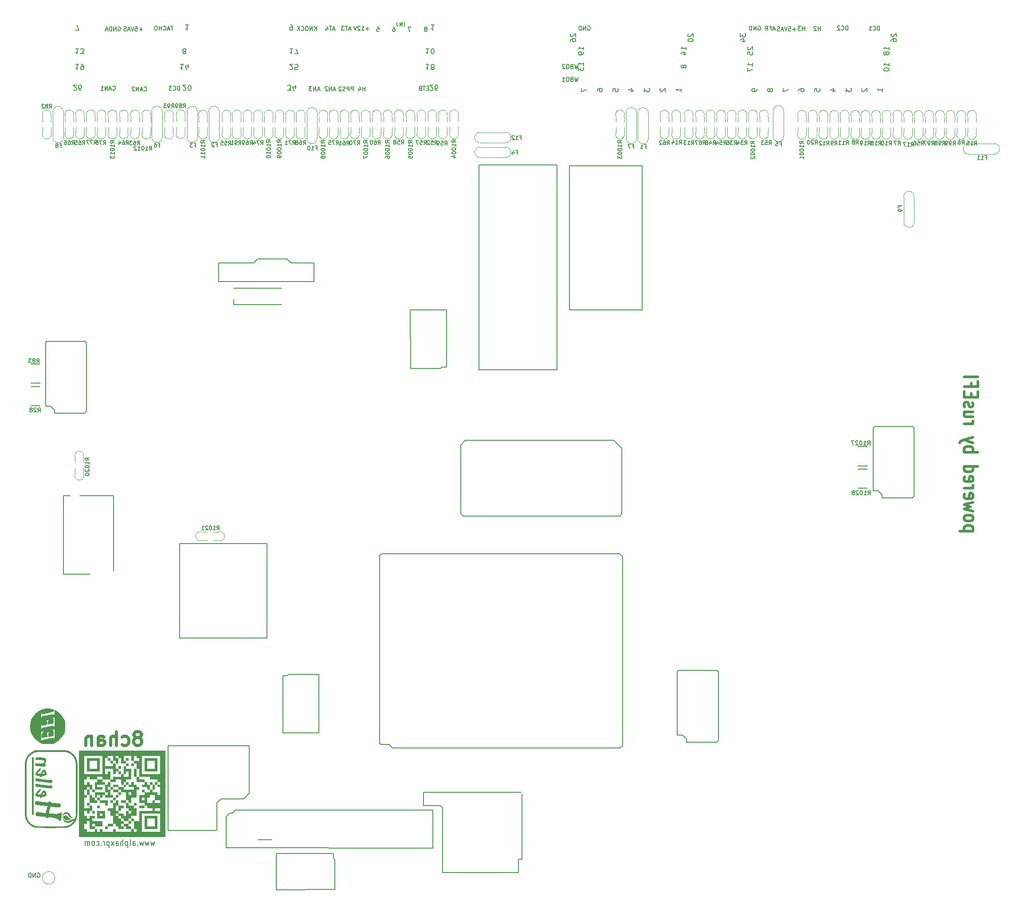
<source format=gbo>
G04 #@! TF.GenerationSoftware,KiCad,Pcbnew,(6.0.9)*
G04 #@! TF.CreationDate,2022-12-17T22:45:46+03:00*
G04 #@! TF.ProjectId,alphax_8ch,616c7068-6178-45f3-9863-682e6b696361,a*
G04 #@! TF.SameCoordinates,PX141f5e0PYa2cace0*
G04 #@! TF.FileFunction,Legend,Bot*
G04 #@! TF.FilePolarity,Positive*
%FSLAX46Y46*%
G04 Gerber Fmt 4.6, Leading zero omitted, Abs format (unit mm)*
G04 Created by KiCad (PCBNEW (6.0.9)) date 2022-12-17 22:45:46*
%MOMM*%
%LPD*%
G01*
G04 APERTURE LIST*
%ADD10C,0.170000*%
%ADD11C,0.200000*%
%ADD12C,0.600000*%
%ADD13C,0.500000*%
%ADD14C,0.130000*%
%ADD15C,0.150000*%
%ADD16C,0.127000*%
%ADD17C,0.099060*%
%ADD18C,0.120000*%
%ADD19C,0.002540*%
G04 APERTURE END LIST*
D10*
X59326190Y164616667D02*
X58945238Y164616667D01*
X59402380Y164388096D02*
X59135714Y165188096D01*
X58869047Y164388096D01*
X58716666Y165188096D02*
X58259523Y165188096D01*
X58488095Y164388096D02*
X58488095Y165188096D01*
X57650000Y164921429D02*
X57650000Y164388096D01*
X57840476Y165226191D02*
X58030952Y164654762D01*
X57535714Y164654762D01*
X62376190Y164666667D02*
X61995238Y164666667D01*
X62452380Y164438096D02*
X62185714Y165238096D01*
X61919047Y164438096D01*
X61766666Y165238096D02*
X61309523Y165238096D01*
X61538095Y164438096D02*
X61538095Y165238096D01*
X61119047Y165238096D02*
X60623809Y165238096D01*
X60890476Y164933334D01*
X60776190Y164933334D01*
X60700000Y164895239D01*
X60661904Y164857143D01*
X60623809Y164780953D01*
X60623809Y164590477D01*
X60661904Y164514286D01*
X60700000Y164476191D01*
X60776190Y164438096D01*
X61004761Y164438096D01*
X61080952Y164476191D01*
X61119047Y164514286D01*
X147352380Y164642858D02*
X146742857Y164642858D01*
X147047619Y164338096D02*
X147047619Y164947620D01*
X145980952Y165138096D02*
X146361904Y165138096D01*
X146400000Y164757143D01*
X146361904Y164795239D01*
X146285714Y164833334D01*
X146095238Y164833334D01*
X146019047Y164795239D01*
X145980952Y164757143D01*
X145942857Y164680953D01*
X145942857Y164490477D01*
X145980952Y164414286D01*
X146019047Y164376191D01*
X146095238Y164338096D01*
X146285714Y164338096D01*
X146361904Y164376191D01*
X146400000Y164414286D01*
X145714285Y165138096D02*
X145447619Y164338096D01*
X145180952Y165138096D01*
X144952380Y164566667D02*
X144571428Y164566667D01*
X145028571Y164338096D02*
X144761904Y165138096D01*
X144495238Y164338096D01*
X144266666Y164376191D02*
X144152380Y164338096D01*
X143961904Y164338096D01*
X143885714Y164376191D01*
X143847619Y164414286D01*
X143809523Y164490477D01*
X143809523Y164566667D01*
X143847619Y164642858D01*
X143885714Y164680953D01*
X143961904Y164719048D01*
X144114285Y164757143D01*
X144190476Y164795239D01*
X144228571Y164833334D01*
X144266666Y164909524D01*
X144266666Y164985715D01*
X144228571Y165061905D01*
X144190476Y165100000D01*
X144114285Y165138096D01*
X143923809Y165138096D01*
X143809523Y165100000D01*
X77226190Y153407143D02*
X76959523Y153407143D01*
X76845238Y152988096D02*
X77226190Y152988096D01*
X77226190Y153788096D01*
X76845238Y153788096D01*
X76616666Y153788096D02*
X76159523Y153788096D01*
X76388095Y152988096D02*
X76388095Y153788096D01*
X75626190Y153407143D02*
X75511904Y153369048D01*
X75473809Y153330953D01*
X75435714Y153254762D01*
X75435714Y153140477D01*
X75473809Y153064286D01*
X75511904Y153026191D01*
X75588095Y152988096D01*
X75892857Y152988096D01*
X75892857Y153788096D01*
X75626190Y153788096D01*
X75550000Y153750000D01*
X75511904Y153711905D01*
X75473809Y153635715D01*
X75473809Y153559524D01*
X75511904Y153483334D01*
X75550000Y153445239D01*
X75626190Y153407143D01*
X75892857Y153407143D01*
D11*
X24940476Y9557143D02*
X24750000Y8757143D01*
X24559523Y9328572D01*
X24369047Y8757143D01*
X24178571Y9557143D01*
X23892857Y9557143D02*
X23702380Y8757143D01*
X23511904Y9328572D01*
X23321428Y8757143D01*
X23130952Y9557143D01*
X22845238Y9557143D02*
X22654761Y8757143D01*
X22464285Y9328572D01*
X22273809Y8757143D01*
X22083333Y9557143D01*
X21702380Y8871429D02*
X21654761Y8814286D01*
X21702380Y8757143D01*
X21750000Y8814286D01*
X21702380Y8871429D01*
X21702380Y8757143D01*
X20797619Y8757143D02*
X20797619Y9385715D01*
X20845238Y9500000D01*
X20940476Y9557143D01*
X21130952Y9557143D01*
X21226190Y9500000D01*
X20797619Y8814286D02*
X20892857Y8757143D01*
X21130952Y8757143D01*
X21226190Y8814286D01*
X21273809Y8928572D01*
X21273809Y9042858D01*
X21226190Y9157143D01*
X21130952Y9214286D01*
X20892857Y9214286D01*
X20797619Y9271429D01*
X20178571Y8757143D02*
X20273809Y8814286D01*
X20321428Y8928572D01*
X20321428Y9957143D01*
X19797619Y9557143D02*
X19797619Y8357143D01*
X19797619Y9500000D02*
X19702380Y9557143D01*
X19511904Y9557143D01*
X19416666Y9500000D01*
X19369047Y9442858D01*
X19321428Y9328572D01*
X19321428Y8985715D01*
X19369047Y8871429D01*
X19416666Y8814286D01*
X19511904Y8757143D01*
X19702380Y8757143D01*
X19797619Y8814286D01*
X18892857Y8757143D02*
X18892857Y9957143D01*
X18464285Y8757143D02*
X18464285Y9385715D01*
X18511904Y9500000D01*
X18607142Y9557143D01*
X18750000Y9557143D01*
X18845238Y9500000D01*
X18892857Y9442858D01*
X17559523Y8757143D02*
X17559523Y9385715D01*
X17607142Y9500000D01*
X17702380Y9557143D01*
X17892857Y9557143D01*
X17988095Y9500000D01*
X17559523Y8814286D02*
X17654761Y8757143D01*
X17892857Y8757143D01*
X17988095Y8814286D01*
X18035714Y8928572D01*
X18035714Y9042858D01*
X17988095Y9157143D01*
X17892857Y9214286D01*
X17654761Y9214286D01*
X17559523Y9271429D01*
X17178571Y8757143D02*
X16654761Y9557143D01*
X17178571Y9557143D02*
X16654761Y8757143D01*
X16273809Y9557143D02*
X16273809Y8357143D01*
X16273809Y9500000D02*
X16178571Y9557143D01*
X15988095Y9557143D01*
X15892857Y9500000D01*
X15845238Y9442858D01*
X15797619Y9328572D01*
X15797619Y8985715D01*
X15845238Y8871429D01*
X15892857Y8814286D01*
X15988095Y8757143D01*
X16178571Y8757143D01*
X16273809Y8814286D01*
X15369047Y8757143D02*
X15369047Y9557143D01*
X15369047Y9328572D02*
X15321428Y9442858D01*
X15273809Y9500000D01*
X15178571Y9557143D01*
X15083333Y9557143D01*
X14750000Y8871429D02*
X14702380Y8814286D01*
X14750000Y8757143D01*
X14797619Y8814286D01*
X14750000Y8871429D01*
X14750000Y8757143D01*
X13845238Y8814286D02*
X13940476Y8757143D01*
X14130952Y8757143D01*
X14226190Y8814286D01*
X14273809Y8871429D01*
X14321428Y8985715D01*
X14321428Y9328572D01*
X14273809Y9442858D01*
X14226190Y9500000D01*
X14130952Y9557143D01*
X13940476Y9557143D01*
X13845238Y9500000D01*
X13273809Y8757143D02*
X13369047Y8814286D01*
X13416666Y8871429D01*
X13464285Y8985715D01*
X13464285Y9328572D01*
X13416666Y9442858D01*
X13369047Y9500000D01*
X13273809Y9557143D01*
X13130952Y9557143D01*
X13035714Y9500000D01*
X12988095Y9442858D01*
X12940476Y9328572D01*
X12940476Y8985715D01*
X12988095Y8871429D01*
X13035714Y8814286D01*
X13130952Y8757143D01*
X13273809Y8757143D01*
X12511904Y8757143D02*
X12511904Y9557143D01*
X12511904Y9442858D02*
X12464285Y9500000D01*
X12369047Y9557143D01*
X12226190Y9557143D01*
X12130952Y9500000D01*
X12083333Y9385715D01*
X12083333Y8757143D01*
X12083333Y9385715D02*
X12035714Y9500000D01*
X11940476Y9557143D01*
X11797619Y9557143D01*
X11702380Y9500000D01*
X11654761Y9385715D01*
X11654761Y8757143D01*
D10*
X149049395Y164419143D02*
X149049395Y165219143D01*
X149049395Y164838190D02*
X148592252Y164838190D01*
X148592252Y164419143D02*
X148592252Y165219143D01*
X148287491Y165219143D02*
X147792252Y165219143D01*
X148058919Y164914381D01*
X147944633Y164914381D01*
X147868443Y164876286D01*
X147830348Y164838190D01*
X147792252Y164762000D01*
X147792252Y164571524D01*
X147830348Y164495333D01*
X147868443Y164457238D01*
X147944633Y164419143D01*
X148173205Y164419143D01*
X148249395Y164457238D01*
X148287491Y164495333D01*
X22602380Y164642858D02*
X21992857Y164642858D01*
X22297619Y164338096D02*
X22297619Y164947620D01*
X21230952Y165138096D02*
X21611904Y165138096D01*
X21650000Y164757143D01*
X21611904Y164795239D01*
X21535714Y164833334D01*
X21345238Y164833334D01*
X21269047Y164795239D01*
X21230952Y164757143D01*
X21192857Y164680953D01*
X21192857Y164490477D01*
X21230952Y164414286D01*
X21269047Y164376191D01*
X21345238Y164338096D01*
X21535714Y164338096D01*
X21611904Y164376191D01*
X21650000Y164414286D01*
X20964285Y165138096D02*
X20697619Y164338096D01*
X20430952Y165138096D01*
X20202380Y164566667D02*
X19821428Y164566667D01*
X20278571Y164338096D02*
X20011904Y165138096D01*
X19745238Y164338096D01*
X19516666Y164376191D02*
X19402380Y164338096D01*
X19211904Y164338096D01*
X19135714Y164376191D01*
X19097619Y164414286D01*
X19059523Y164490477D01*
X19059523Y164566667D01*
X19097619Y164642858D01*
X19135714Y164680953D01*
X19211904Y164719048D01*
X19364285Y164757143D01*
X19440476Y164795239D01*
X19478571Y164833334D01*
X19516666Y164909524D01*
X19516666Y164985715D01*
X19478571Y165061905D01*
X19440476Y165100000D01*
X19364285Y165138096D01*
X19173809Y165138096D01*
X19059523Y165100000D01*
X17952380Y165100000D02*
X18028571Y165138096D01*
X18142857Y165138096D01*
X18257142Y165100000D01*
X18333333Y165023810D01*
X18371428Y164947620D01*
X18409523Y164795239D01*
X18409523Y164680953D01*
X18371428Y164528572D01*
X18333333Y164452381D01*
X18257142Y164376191D01*
X18142857Y164338096D01*
X18066666Y164338096D01*
X17952380Y164376191D01*
X17914285Y164414286D01*
X17914285Y164680953D01*
X18066666Y164680953D01*
X17571428Y164338096D02*
X17571428Y165138096D01*
X17114285Y164338096D01*
X17114285Y165138096D01*
X16733333Y164338096D02*
X16733333Y165138096D01*
X16542857Y165138096D01*
X16428571Y165100000D01*
X16352380Y165023810D01*
X16314285Y164947620D01*
X16276190Y164795239D01*
X16276190Y164680953D01*
X16314285Y164528572D01*
X16352380Y164452381D01*
X16428571Y164376191D01*
X16542857Y164338096D01*
X16733333Y164338096D01*
X15971428Y164566667D02*
X15590476Y164566667D01*
X16047619Y164338096D02*
X15780952Y165138096D01*
X15514285Y164338096D01*
X16945238Y153064286D02*
X16983333Y153026191D01*
X17097619Y152988096D01*
X17173809Y152988096D01*
X17288095Y153026191D01*
X17364285Y153102381D01*
X17402380Y153178572D01*
X17440476Y153330953D01*
X17440476Y153445239D01*
X17402380Y153597620D01*
X17364285Y153673810D01*
X17288095Y153750000D01*
X17173809Y153788096D01*
X17097619Y153788096D01*
X16983333Y153750000D01*
X16945238Y153711905D01*
X16640476Y153216667D02*
X16259523Y153216667D01*
X16716666Y152988096D02*
X16450000Y153788096D01*
X16183333Y152988096D01*
X15916666Y152988096D02*
X15916666Y153788096D01*
X15459523Y152988096D01*
X15459523Y153788096D01*
X14659523Y152988096D02*
X15116666Y152988096D01*
X14888095Y152988096D02*
X14888095Y153788096D01*
X14964285Y153673810D01*
X15040476Y153597620D01*
X15116666Y153559524D01*
X76776190Y164695239D02*
X76852380Y164733334D01*
X76890476Y164771429D01*
X76928571Y164847620D01*
X76928571Y164885715D01*
X76890476Y164961905D01*
X76852380Y165000000D01*
X76776190Y165038096D01*
X76623809Y165038096D01*
X76547619Y165000000D01*
X76509523Y164961905D01*
X76471428Y164885715D01*
X76471428Y164847620D01*
X76509523Y164771429D01*
X76547619Y164733334D01*
X76623809Y164695239D01*
X76776190Y164695239D01*
X76852380Y164657143D01*
X76890476Y164619048D01*
X76928571Y164542858D01*
X76928571Y164390477D01*
X76890476Y164314286D01*
X76852380Y164276191D01*
X76776190Y164238096D01*
X76623809Y164238096D01*
X76547619Y164276191D01*
X76509523Y164314286D01*
X76471428Y164390477D01*
X76471428Y164542858D01*
X76509523Y164619048D01*
X76547619Y164657143D01*
X76623809Y164695239D01*
X67359523Y165038096D02*
X67740476Y165038096D01*
X67778571Y164657143D01*
X67740476Y164695239D01*
X67664285Y164733334D01*
X67473809Y164733334D01*
X67397619Y164695239D01*
X67359523Y164657143D01*
X67321428Y164580953D01*
X67321428Y164390477D01*
X67359523Y164314286D01*
X67397619Y164276191D01*
X67473809Y164238096D01*
X67664285Y164238096D01*
X67740476Y164276191D01*
X67778571Y164314286D01*
X140159523Y165200000D02*
X140235714Y165238096D01*
X140350000Y165238096D01*
X140464285Y165200000D01*
X140540476Y165123810D01*
X140578571Y165047620D01*
X140616666Y164895239D01*
X140616666Y164780953D01*
X140578571Y164628572D01*
X140540476Y164552381D01*
X140464285Y164476191D01*
X140350000Y164438096D01*
X140273809Y164438096D01*
X140159523Y164476191D01*
X140121428Y164514286D01*
X140121428Y164780953D01*
X140273809Y164780953D01*
X139778571Y164438096D02*
X139778571Y165238096D01*
X139321428Y164438096D01*
X139321428Y165238096D01*
X138940476Y164438096D02*
X138940476Y165238096D01*
X138750000Y165238096D01*
X138635714Y165200000D01*
X138559523Y165123810D01*
X138521428Y165047620D01*
X138483333Y164895239D01*
X138483333Y164780953D01*
X138521428Y164628572D01*
X138559523Y164552381D01*
X138635714Y164476191D01*
X138750000Y164438096D01*
X138940476Y164438096D01*
D12*
X21919523Y29409524D02*
X22167142Y29533334D01*
X22290952Y29657143D01*
X22414761Y29904762D01*
X22414761Y30028572D01*
X22290952Y30276191D01*
X22167142Y30400000D01*
X21919523Y30523810D01*
X21424285Y30523810D01*
X21176666Y30400000D01*
X21052857Y30276191D01*
X20929047Y30028572D01*
X20929047Y29904762D01*
X21052857Y29657143D01*
X21176666Y29533334D01*
X21424285Y29409524D01*
X21919523Y29409524D01*
X22167142Y29285715D01*
X22290952Y29161905D01*
X22414761Y28914286D01*
X22414761Y28419048D01*
X22290952Y28171429D01*
X22167142Y28047620D01*
X21919523Y27923810D01*
X21424285Y27923810D01*
X21176666Y28047620D01*
X21052857Y28171429D01*
X20929047Y28419048D01*
X20929047Y28914286D01*
X21052857Y29161905D01*
X21176666Y29285715D01*
X21424285Y29409524D01*
X18700476Y28047620D02*
X18948095Y27923810D01*
X19443333Y27923810D01*
X19690952Y28047620D01*
X19814761Y28171429D01*
X19938571Y28419048D01*
X19938571Y29161905D01*
X19814761Y29409524D01*
X19690952Y29533334D01*
X19443333Y29657143D01*
X18948095Y29657143D01*
X18700476Y29533334D01*
X17586190Y27923810D02*
X17586190Y30523810D01*
X16471904Y27923810D02*
X16471904Y29285715D01*
X16595714Y29533334D01*
X16843333Y29657143D01*
X17214761Y29657143D01*
X17462380Y29533334D01*
X17586190Y29409524D01*
X14119523Y27923810D02*
X14119523Y29285715D01*
X14243333Y29533334D01*
X14490952Y29657143D01*
X14986190Y29657143D01*
X15233809Y29533334D01*
X14119523Y28047620D02*
X14367142Y27923810D01*
X14986190Y27923810D01*
X15233809Y28047620D01*
X15357619Y28295239D01*
X15357619Y28542858D01*
X15233809Y28790477D01*
X14986190Y28914286D01*
X14367142Y28914286D01*
X14119523Y29038096D01*
X12881428Y29657143D02*
X12881428Y27923810D01*
X12881428Y29409524D02*
X12757619Y29533334D01*
X12510000Y29657143D01*
X12138571Y29657143D01*
X11890952Y29533334D01*
X11767142Y29285715D01*
X11767142Y27923810D01*
D10*
X62871428Y152838096D02*
X62871428Y153638096D01*
X62566666Y153638096D01*
X62490476Y153600000D01*
X62452380Y153561905D01*
X62414285Y153485715D01*
X62414285Y153371429D01*
X62452380Y153295239D01*
X62490476Y153257143D01*
X62566666Y153219048D01*
X62871428Y153219048D01*
X62071428Y152838096D02*
X62071428Y153638096D01*
X61766666Y153638096D01*
X61690476Y153600000D01*
X61652380Y153561905D01*
X61614285Y153485715D01*
X61614285Y153371429D01*
X61652380Y153295239D01*
X61690476Y153257143D01*
X61766666Y153219048D01*
X62071428Y153219048D01*
X61309523Y152876191D02*
X61195238Y152838096D01*
X61004761Y152838096D01*
X60928571Y152876191D01*
X60890476Y152914286D01*
X60852380Y152990477D01*
X60852380Y153066667D01*
X60890476Y153142858D01*
X60928571Y153180953D01*
X61004761Y153219048D01*
X61157142Y153257143D01*
X61233333Y153295239D01*
X61271428Y153333334D01*
X61309523Y153409524D01*
X61309523Y153485715D01*
X61271428Y153561905D01*
X61233333Y153600000D01*
X61157142Y153638096D01*
X60966666Y153638096D01*
X60852380Y153600000D01*
X60547619Y153561905D02*
X60509523Y153600000D01*
X60433333Y153638096D01*
X60242857Y153638096D01*
X60166666Y153600000D01*
X60128571Y153561905D01*
X60090476Y153485715D01*
X60090476Y153409524D01*
X60128571Y153295239D01*
X60585714Y152838096D01*
X60090476Y152838096D01*
X73866666Y165038096D02*
X73333333Y165038096D01*
X73676190Y164238096D01*
D13*
X181197142Y68818810D02*
X178597142Y68818810D01*
X181073333Y68818810D02*
X181197142Y69028334D01*
X181197142Y69447381D01*
X181073333Y69656905D01*
X180949523Y69761667D01*
X180701904Y69866429D01*
X179959047Y69866429D01*
X179711428Y69761667D01*
X179587619Y69656905D01*
X179463809Y69447381D01*
X179463809Y69028334D01*
X179587619Y68818810D01*
X179463809Y71123572D02*
X179587619Y70914048D01*
X179711428Y70809286D01*
X179959047Y70704524D01*
X180701904Y70704524D01*
X180949523Y70809286D01*
X181073333Y70914048D01*
X181197142Y71123572D01*
X181197142Y71437858D01*
X181073333Y71647381D01*
X180949523Y71752143D01*
X180701904Y71856905D01*
X179959047Y71856905D01*
X179711428Y71752143D01*
X179587619Y71647381D01*
X179463809Y71437858D01*
X179463809Y71123572D01*
X181197142Y72590239D02*
X179463809Y73009286D01*
X180701904Y73428334D01*
X179463809Y73847381D01*
X181197142Y74266429D01*
X179587619Y75942620D02*
X179463809Y75733096D01*
X179463809Y75314048D01*
X179587619Y75104524D01*
X179835238Y74999762D01*
X180825714Y74999762D01*
X181073333Y75104524D01*
X181197142Y75314048D01*
X181197142Y75733096D01*
X181073333Y75942620D01*
X180825714Y76047381D01*
X180578095Y76047381D01*
X180330476Y74999762D01*
X179463809Y76990239D02*
X181197142Y76990239D01*
X180701904Y76990239D02*
X180949523Y77095000D01*
X181073333Y77199762D01*
X181197142Y77409286D01*
X181197142Y77618810D01*
X179587619Y79190239D02*
X179463809Y78980715D01*
X179463809Y78561667D01*
X179587619Y78352143D01*
X179835238Y78247381D01*
X180825714Y78247381D01*
X181073333Y78352143D01*
X181197142Y78561667D01*
X181197142Y78980715D01*
X181073333Y79190239D01*
X180825714Y79295000D01*
X180578095Y79295000D01*
X180330476Y78247381D01*
X179463809Y81180715D02*
X182063809Y81180715D01*
X179587619Y81180715D02*
X179463809Y80971191D01*
X179463809Y80552143D01*
X179587619Y80342620D01*
X179711428Y80237858D01*
X179959047Y80133096D01*
X180701904Y80133096D01*
X180949523Y80237858D01*
X181073333Y80342620D01*
X181197142Y80552143D01*
X181197142Y80971191D01*
X181073333Y81180715D01*
X179463809Y83904524D02*
X182063809Y83904524D01*
X181073333Y83904524D02*
X181197142Y84114048D01*
X181197142Y84533096D01*
X181073333Y84742620D01*
X180949523Y84847381D01*
X180701904Y84952143D01*
X179959047Y84952143D01*
X179711428Y84847381D01*
X179587619Y84742620D01*
X179463809Y84533096D01*
X179463809Y84114048D01*
X179587619Y83904524D01*
X181197142Y85685477D02*
X179463809Y86209286D01*
X181197142Y86733096D02*
X179463809Y86209286D01*
X178844761Y85999762D01*
X178720952Y85895000D01*
X178597142Y85685477D01*
X179463809Y89247381D02*
X181197142Y89247381D01*
X180701904Y89247381D02*
X180949523Y89352143D01*
X181073333Y89456905D01*
X181197142Y89666429D01*
X181197142Y89875953D01*
X181197142Y91552143D02*
X179463809Y91552143D01*
X181197142Y90609286D02*
X179835238Y90609286D01*
X179587619Y90714048D01*
X179463809Y90923572D01*
X179463809Y91237858D01*
X179587619Y91447381D01*
X179711428Y91552143D01*
X179587619Y92495000D02*
X179463809Y92704524D01*
X179463809Y93123572D01*
X179587619Y93333096D01*
X179835238Y93437858D01*
X179959047Y93437858D01*
X180206666Y93333096D01*
X180330476Y93123572D01*
X180330476Y92809286D01*
X180454285Y92599762D01*
X180701904Y92495000D01*
X180825714Y92495000D01*
X181073333Y92599762D01*
X181197142Y92809286D01*
X181197142Y93123572D01*
X181073333Y93333096D01*
X180825714Y94380715D02*
X180825714Y95114048D01*
X179463809Y95428334D02*
X179463809Y94380715D01*
X182063809Y94380715D01*
X182063809Y95428334D01*
X180825714Y97104524D02*
X180825714Y96371191D01*
X179463809Y96371191D02*
X182063809Y96371191D01*
X182063809Y97418810D01*
X179463809Y98256905D02*
X182063809Y98256905D01*
D10*
X105792857Y155488096D02*
X105602380Y154688096D01*
X105450000Y155259524D01*
X105297619Y154688096D01*
X105107142Y155488096D01*
X104535714Y155107143D02*
X104421428Y155069048D01*
X104383333Y155030953D01*
X104345238Y154954762D01*
X104345238Y154840477D01*
X104383333Y154764286D01*
X104421428Y154726191D01*
X104497619Y154688096D01*
X104802380Y154688096D01*
X104802380Y155488096D01*
X104535714Y155488096D01*
X104459523Y155450000D01*
X104421428Y155411905D01*
X104383333Y155335715D01*
X104383333Y155259524D01*
X104421428Y155183334D01*
X104459523Y155145239D01*
X104535714Y155107143D01*
X104802380Y155107143D01*
X103850000Y155488096D02*
X103697619Y155488096D01*
X103621428Y155450000D01*
X103545238Y155373810D01*
X103507142Y155221429D01*
X103507142Y154954762D01*
X103545238Y154802381D01*
X103621428Y154726191D01*
X103697619Y154688096D01*
X103850000Y154688096D01*
X103926190Y154726191D01*
X104002380Y154802381D01*
X104040476Y154954762D01*
X104040476Y155221429D01*
X104002380Y155373810D01*
X103926190Y155450000D01*
X103850000Y155488096D01*
X102745238Y154688096D02*
X103202380Y154688096D01*
X102973809Y154688096D02*
X102973809Y155488096D01*
X103050000Y155373810D01*
X103126190Y155297620D01*
X103202380Y155259524D01*
X157290476Y164488096D02*
X157290476Y165288096D01*
X157100000Y165288096D01*
X156985714Y165250000D01*
X156909523Y165173810D01*
X156871428Y165097620D01*
X156833333Y164945239D01*
X156833333Y164830953D01*
X156871428Y164678572D01*
X156909523Y164602381D01*
X156985714Y164526191D01*
X157100000Y164488096D01*
X157290476Y164488096D01*
X156033333Y164564286D02*
X156071428Y164526191D01*
X156185714Y164488096D01*
X156261904Y164488096D01*
X156376190Y164526191D01*
X156452380Y164602381D01*
X156490476Y164678572D01*
X156528571Y164830953D01*
X156528571Y164945239D01*
X156490476Y165097620D01*
X156452380Y165173810D01*
X156376190Y165250000D01*
X156261904Y165288096D01*
X156185714Y165288096D01*
X156071428Y165250000D01*
X156033333Y165211905D01*
X155728571Y165211905D02*
X155690476Y165250000D01*
X155614285Y165288096D01*
X155423809Y165288096D01*
X155347619Y165250000D01*
X155309523Y165211905D01*
X155271428Y165135715D01*
X155271428Y165059524D01*
X155309523Y164945239D01*
X155766666Y164488096D01*
X155271428Y164488096D01*
X65109523Y152838096D02*
X65109523Y153638096D01*
X65109523Y153257143D02*
X64652380Y153257143D01*
X64652380Y152838096D02*
X64652380Y153638096D01*
X63928571Y153371429D02*
X63928571Y152838096D01*
X64119047Y153676191D02*
X64309523Y153104762D01*
X63814285Y153104762D01*
X59440476Y153116667D02*
X59059523Y153116667D01*
X59516666Y152888096D02*
X59250000Y153688096D01*
X58983333Y152888096D01*
X58716666Y152888096D02*
X58716666Y153688096D01*
X58259523Y152888096D01*
X58259523Y153688096D01*
X57916666Y153611905D02*
X57878571Y153650000D01*
X57802380Y153688096D01*
X57611904Y153688096D01*
X57535714Y153650000D01*
X57497619Y153611905D01*
X57459523Y153535715D01*
X57459523Y153459524D01*
X57497619Y153345239D01*
X57954761Y152888096D01*
X57459523Y152888096D01*
X56440476Y153116667D02*
X56059523Y153116667D01*
X56516666Y152888096D02*
X56250000Y153688096D01*
X55983333Y152888096D01*
X55716666Y152888096D02*
X55716666Y153688096D01*
X55259523Y152888096D01*
X55259523Y153688096D01*
X54954761Y153688096D02*
X54459523Y153688096D01*
X54726190Y153383334D01*
X54611904Y153383334D01*
X54535714Y153345239D01*
X54497619Y153307143D01*
X54459523Y153230953D01*
X54459523Y153040477D01*
X54497619Y152964286D01*
X54535714Y152926191D01*
X54611904Y152888096D01*
X54840476Y152888096D01*
X54916666Y152926191D01*
X54954761Y152964286D01*
X55847619Y164388096D02*
X55847619Y165188096D01*
X55390476Y164388096D02*
X55733333Y164845239D01*
X55390476Y165188096D02*
X55847619Y164730953D01*
X55047619Y164388096D02*
X55047619Y165188096D01*
X54590476Y164388096D01*
X54590476Y165188096D01*
X54057142Y165188096D02*
X53904761Y165188096D01*
X53828571Y165150000D01*
X53752380Y165073810D01*
X53714285Y164921429D01*
X53714285Y164654762D01*
X53752380Y164502381D01*
X53828571Y164426191D01*
X53904761Y164388096D01*
X54057142Y164388096D01*
X54133333Y164426191D01*
X54209523Y164502381D01*
X54247619Y164654762D01*
X54247619Y164921429D01*
X54209523Y165073810D01*
X54133333Y165150000D01*
X54057142Y165188096D01*
X52914285Y164464286D02*
X52952380Y164426191D01*
X53066666Y164388096D01*
X53142857Y164388096D01*
X53257142Y164426191D01*
X53333333Y164502381D01*
X53371428Y164578572D01*
X53409523Y164730953D01*
X53409523Y164845239D01*
X53371428Y164997620D01*
X53333333Y165073810D01*
X53257142Y165150000D01*
X53142857Y165188096D01*
X53066666Y165188096D01*
X52952380Y165150000D01*
X52914285Y165111905D01*
X52571428Y164388096D02*
X52571428Y165188096D01*
X52114285Y164388096D02*
X52457142Y164845239D01*
X52114285Y165188096D02*
X52571428Y164730953D01*
X152055312Y164397672D02*
X152055312Y165197672D01*
X152055312Y164816719D02*
X151598169Y164816719D01*
X151598169Y164397672D02*
X151598169Y165197672D01*
X151255312Y165121481D02*
X151217217Y165159576D01*
X151141027Y165197672D01*
X150950550Y165197672D01*
X150874360Y165159576D01*
X150836265Y165121481D01*
X150798169Y165045291D01*
X150798169Y164969100D01*
X150836265Y164854815D01*
X151293408Y164397672D01*
X150798169Y164397672D01*
X65859523Y164742858D02*
X65250000Y164742858D01*
X65554761Y164438096D02*
X65554761Y165047620D01*
X64450000Y164438096D02*
X64907142Y164438096D01*
X64678571Y164438096D02*
X64678571Y165238096D01*
X64754761Y165123810D01*
X64830952Y165047620D01*
X64907142Y165009524D01*
X64145238Y165161905D02*
X64107142Y165200000D01*
X64030952Y165238096D01*
X63840476Y165238096D01*
X63764285Y165200000D01*
X63726190Y165161905D01*
X63688095Y165085715D01*
X63688095Y165009524D01*
X63726190Y164895239D01*
X64183333Y164438096D01*
X63688095Y164438096D01*
X63459523Y165238096D02*
X63192857Y164438096D01*
X62926190Y165238096D01*
X107609523Y165200000D02*
X107685714Y165238096D01*
X107800000Y165238096D01*
X107914285Y165200000D01*
X107990476Y165123810D01*
X108028571Y165047620D01*
X108066666Y164895239D01*
X108066666Y164780953D01*
X108028571Y164628572D01*
X107990476Y164552381D01*
X107914285Y164476191D01*
X107800000Y164438096D01*
X107723809Y164438096D01*
X107609523Y164476191D01*
X107571428Y164514286D01*
X107571428Y164780953D01*
X107723809Y164780953D01*
X107228571Y164438096D02*
X107228571Y165238096D01*
X106771428Y164438096D01*
X106771428Y165238096D01*
X106390476Y164438096D02*
X106390476Y165238096D01*
X106200000Y165238096D01*
X106085714Y165200000D01*
X106009523Y165123810D01*
X105971428Y165047620D01*
X105933333Y164895239D01*
X105933333Y164780953D01*
X105971428Y164628572D01*
X106009523Y164552381D01*
X106085714Y164476191D01*
X106200000Y164438096D01*
X106390476Y164438096D01*
X143383333Y164666667D02*
X143002380Y164666667D01*
X143459523Y164438096D02*
X143192857Y165238096D01*
X142926190Y164438096D01*
X142392857Y164857143D02*
X142659523Y164857143D01*
X142659523Y164438096D02*
X142659523Y165238096D01*
X142278571Y165238096D01*
X141516666Y164438096D02*
X141783333Y164819048D01*
X141973809Y164438096D02*
X141973809Y165238096D01*
X141669047Y165238096D01*
X141592857Y165200000D01*
X141554761Y165161905D01*
X141516666Y165085715D01*
X141516666Y164971429D01*
X141554761Y164895239D01*
X141592857Y164857143D01*
X141669047Y164819048D01*
X141973809Y164819048D01*
X29740476Y152988096D02*
X29740476Y153788096D01*
X29550000Y153788096D01*
X29435714Y153750000D01*
X29359523Y153673810D01*
X29321428Y153597620D01*
X29283333Y153445239D01*
X29283333Y153330953D01*
X29321428Y153178572D01*
X29359523Y153102381D01*
X29435714Y153026191D01*
X29550000Y152988096D01*
X29740476Y152988096D01*
X28483333Y153064286D02*
X28521428Y153026191D01*
X28635714Y152988096D01*
X28711904Y152988096D01*
X28826190Y153026191D01*
X28902380Y153102381D01*
X28940476Y153178572D01*
X28978571Y153330953D01*
X28978571Y153445239D01*
X28940476Y153597620D01*
X28902380Y153673810D01*
X28826190Y153750000D01*
X28711904Y153788096D01*
X28635714Y153788096D01*
X28521428Y153750000D01*
X28483333Y153711905D01*
X28216666Y153788096D02*
X27721428Y153788096D01*
X27988095Y153483334D01*
X27873809Y153483334D01*
X27797619Y153445239D01*
X27759523Y153407143D01*
X27721428Y153330953D01*
X27721428Y153140477D01*
X27759523Y153064286D01*
X27797619Y153026191D01*
X27873809Y152988096D01*
X28102380Y152988096D01*
X28178571Y153026191D01*
X28216666Y153064286D01*
X28459523Y165238096D02*
X28002380Y165238096D01*
X28230952Y164438096D02*
X28230952Y165238096D01*
X27773809Y164666667D02*
X27392857Y164666667D01*
X27850000Y164438096D02*
X27583333Y165238096D01*
X27316666Y164438096D01*
X26592857Y164514286D02*
X26630952Y164476191D01*
X26745238Y164438096D01*
X26821428Y164438096D01*
X26935714Y164476191D01*
X27011904Y164552381D01*
X27050000Y164628572D01*
X27088095Y164780953D01*
X27088095Y164895239D01*
X27050000Y165047620D01*
X27011904Y165123810D01*
X26935714Y165200000D01*
X26821428Y165238096D01*
X26745238Y165238096D01*
X26630952Y165200000D01*
X26592857Y165161905D01*
X26250000Y164438096D02*
X26250000Y165238096D01*
X26250000Y164857143D02*
X25792857Y164857143D01*
X25792857Y164438096D02*
X25792857Y165238096D01*
X25259523Y165238096D02*
X25107142Y165238096D01*
X25030952Y165200000D01*
X24954761Y165123810D01*
X24916666Y164971429D01*
X24916666Y164704762D01*
X24954761Y164552381D01*
X25030952Y164476191D01*
X25107142Y164438096D01*
X25259523Y164438096D01*
X25335714Y164476191D01*
X25411904Y164552381D01*
X25450000Y164704762D01*
X25450000Y164971429D01*
X25411904Y165123810D01*
X25335714Y165200000D01*
X25259523Y165238096D01*
X2574761Y3460000D02*
X2652857Y3499048D01*
X2770000Y3499048D01*
X2887142Y3460000D01*
X2965238Y3381905D01*
X3004285Y3303810D01*
X3043333Y3147620D01*
X3043333Y3030477D01*
X3004285Y2874286D01*
X2965238Y2796191D01*
X2887142Y2718096D01*
X2770000Y2679048D01*
X2691904Y2679048D01*
X2574761Y2718096D01*
X2535714Y2757143D01*
X2535714Y3030477D01*
X2691904Y3030477D01*
X2184285Y2679048D02*
X2184285Y3499048D01*
X1715714Y2679048D01*
X1715714Y3499048D01*
X1325238Y2679048D02*
X1325238Y3499048D01*
X1130000Y3499048D01*
X1012857Y3460000D01*
X934761Y3381905D01*
X895714Y3303810D01*
X856666Y3147620D01*
X856666Y3030477D01*
X895714Y2874286D01*
X934761Y2796191D01*
X1012857Y2718096D01*
X1130000Y2679048D01*
X1325238Y2679048D01*
X22895238Y152914286D02*
X22933333Y152876191D01*
X23047619Y152838096D01*
X23123809Y152838096D01*
X23238095Y152876191D01*
X23314285Y152952381D01*
X23352380Y153028572D01*
X23390476Y153180953D01*
X23390476Y153295239D01*
X23352380Y153447620D01*
X23314285Y153523810D01*
X23238095Y153600000D01*
X23123809Y153638096D01*
X23047619Y153638096D01*
X22933333Y153600000D01*
X22895238Y153561905D01*
X22590476Y153066667D02*
X22209523Y153066667D01*
X22666666Y152838096D02*
X22400000Y153638096D01*
X22133333Y152838096D01*
X21866666Y152838096D02*
X21866666Y153638096D01*
X21409523Y152838096D01*
X21409523Y153638096D01*
X21066666Y153561905D02*
X21028571Y153600000D01*
X20952380Y153638096D01*
X20761904Y153638096D01*
X20685714Y153600000D01*
X20647619Y153561905D01*
X20609523Y153485715D01*
X20609523Y153409524D01*
X20647619Y153295239D01*
X21104761Y152838096D01*
X20609523Y152838096D01*
X72623809Y165188096D02*
X72623809Y165988096D01*
X72242857Y165188096D02*
X72242857Y165988096D01*
X71785714Y165188096D01*
X71785714Y165988096D01*
X71176190Y165988096D02*
X71176190Y165416667D01*
X71214285Y165302381D01*
X71290476Y165226191D01*
X71404761Y165188096D01*
X71480952Y165188096D01*
X105792857Y157938096D02*
X105602380Y157138096D01*
X105450000Y157709524D01*
X105297619Y157138096D01*
X105107142Y157938096D01*
X104535714Y157557143D02*
X104421428Y157519048D01*
X104383333Y157480953D01*
X104345238Y157404762D01*
X104345238Y157290477D01*
X104383333Y157214286D01*
X104421428Y157176191D01*
X104497619Y157138096D01*
X104802380Y157138096D01*
X104802380Y157938096D01*
X104535714Y157938096D01*
X104459523Y157900000D01*
X104421428Y157861905D01*
X104383333Y157785715D01*
X104383333Y157709524D01*
X104421428Y157633334D01*
X104459523Y157595239D01*
X104535714Y157557143D01*
X104802380Y157557143D01*
X103850000Y157938096D02*
X103697619Y157938096D01*
X103621428Y157900000D01*
X103545238Y157823810D01*
X103507142Y157671429D01*
X103507142Y157404762D01*
X103545238Y157252381D01*
X103621428Y157176191D01*
X103697619Y157138096D01*
X103850000Y157138096D01*
X103926190Y157176191D01*
X104002380Y157252381D01*
X104040476Y157404762D01*
X104040476Y157671429D01*
X104002380Y157823810D01*
X103926190Y157900000D01*
X103850000Y157938096D01*
X103202380Y157861905D02*
X103164285Y157900000D01*
X103088095Y157938096D01*
X102897619Y157938096D01*
X102821428Y157900000D01*
X102783333Y157861905D01*
X102745238Y157785715D01*
X102745238Y157709524D01*
X102783333Y157595239D01*
X103240476Y157138096D01*
X102745238Y157138096D01*
X163340476Y164438096D02*
X163340476Y165238096D01*
X163150000Y165238096D01*
X163035714Y165200000D01*
X162959523Y165123810D01*
X162921428Y165047620D01*
X162883333Y164895239D01*
X162883333Y164780953D01*
X162921428Y164628572D01*
X162959523Y164552381D01*
X163035714Y164476191D01*
X163150000Y164438096D01*
X163340476Y164438096D01*
X162083333Y164514286D02*
X162121428Y164476191D01*
X162235714Y164438096D01*
X162311904Y164438096D01*
X162426190Y164476191D01*
X162502380Y164552381D01*
X162540476Y164628572D01*
X162578571Y164780953D01*
X162578571Y164895239D01*
X162540476Y165047620D01*
X162502380Y165123810D01*
X162426190Y165200000D01*
X162311904Y165238096D01*
X162235714Y165238096D01*
X162121428Y165200000D01*
X162083333Y165161905D01*
X161321428Y164438096D02*
X161778571Y164438096D01*
X161550000Y164438096D02*
X161550000Y165238096D01*
X161626190Y165123810D01*
X161702380Y165047620D01*
X161778571Y165009524D01*
X70447619Y165038096D02*
X70600000Y165038096D01*
X70676190Y165000000D01*
X70714285Y164961905D01*
X70790476Y164847620D01*
X70828571Y164695239D01*
X70828571Y164390477D01*
X70790476Y164314286D01*
X70752380Y164276191D01*
X70676190Y164238096D01*
X70523809Y164238096D01*
X70447619Y164276191D01*
X70409523Y164314286D01*
X70371428Y164390477D01*
X70371428Y164580953D01*
X70409523Y164657143D01*
X70447619Y164695239D01*
X70523809Y164733334D01*
X70676190Y164733334D01*
X70752380Y164695239D01*
X70790476Y164657143D01*
X70828571Y164580953D01*
D14*
G04 #@! TO.C,R8*
X158856050Y142713428D02*
X159106050Y143070571D01*
X159284621Y142713428D02*
X159284621Y143463428D01*
X158998907Y143463428D01*
X158927478Y143427713D01*
X158891764Y143391999D01*
X158856050Y143320571D01*
X158856050Y143213428D01*
X158891764Y143141999D01*
X158927478Y143106285D01*
X158998907Y143070571D01*
X159284621Y143070571D01*
X158427478Y143141999D02*
X158498907Y143177713D01*
X158534621Y143213428D01*
X158570335Y143284856D01*
X158570335Y143320571D01*
X158534621Y143391999D01*
X158498907Y143427713D01*
X158427478Y143463428D01*
X158284621Y143463428D01*
X158213192Y143427713D01*
X158177478Y143391999D01*
X158141764Y143320571D01*
X158141764Y143284856D01*
X158177478Y143213428D01*
X158213192Y143177713D01*
X158284621Y143141999D01*
X158427478Y143141999D01*
X158498907Y143106285D01*
X158534621Y143070571D01*
X158570335Y142999142D01*
X158570335Y142856285D01*
X158534621Y142784856D01*
X158498907Y142749142D01*
X158427478Y142713428D01*
X158284621Y142713428D01*
X158213192Y142749142D01*
X158177478Y142784856D01*
X158141764Y142856285D01*
X158141764Y142999142D01*
X158177478Y143070571D01*
X158213192Y143106285D01*
X158284621Y143141999D01*
D15*
G04 #@! TO.C,J22*
X10429523Y157952381D02*
X9858095Y157952381D01*
X10143809Y157952381D02*
X10143809Y156952381D01*
X10048571Y157095239D01*
X9953333Y157190477D01*
X9858095Y157238096D01*
X10905714Y157952381D02*
X11096190Y157952381D01*
X11191428Y157904762D01*
X11239047Y157857143D01*
X11334285Y157714286D01*
X11381904Y157523810D01*
X11381904Y157142858D01*
X11334285Y157047620D01*
X11286666Y157000000D01*
X11191428Y156952381D01*
X11000952Y156952381D01*
X10905714Y157000000D01*
X10858095Y157047620D01*
X10810476Y157142858D01*
X10810476Y157380953D01*
X10858095Y157476191D01*
X10905714Y157523810D01*
X11000952Y157571429D01*
X11191428Y157571429D01*
X11286666Y157523810D01*
X11334285Y157476191D01*
X11381904Y157380953D01*
X10429523Y160952381D02*
X9858095Y160952381D01*
X10143809Y160952381D02*
X10143809Y159952381D01*
X10048571Y160095239D01*
X9953333Y160190477D01*
X9858095Y160238096D01*
X10762857Y159952381D02*
X11381904Y159952381D01*
X11048571Y160333334D01*
X11191428Y160333334D01*
X11286666Y160380953D01*
X11334285Y160428572D01*
X11381904Y160523810D01*
X11381904Y160761905D01*
X11334285Y160857143D01*
X11286666Y160904762D01*
X11191428Y160952381D01*
X10905714Y160952381D01*
X10810476Y160904762D01*
X10762857Y160857143D01*
X9786666Y164452381D02*
X10453333Y164452381D01*
X10024761Y165452381D01*
X30358095Y153047620D02*
X30405714Y153000000D01*
X30500952Y152952381D01*
X30739047Y152952381D01*
X30834285Y153000000D01*
X30881904Y153047620D01*
X30929523Y153142858D01*
X30929523Y153238096D01*
X30881904Y153380953D01*
X30310476Y153952381D01*
X30929523Y153952381D01*
X31548571Y152952381D02*
X31643809Y152952381D01*
X31739047Y153000000D01*
X31786666Y153047620D01*
X31834285Y153142858D01*
X31881904Y153333334D01*
X31881904Y153571429D01*
X31834285Y153761905D01*
X31786666Y153857143D01*
X31739047Y153904762D01*
X31643809Y153952381D01*
X31548571Y153952381D01*
X31453333Y153904762D01*
X31405714Y153857143D01*
X31358095Y153761905D01*
X31310476Y153571429D01*
X31310476Y153333334D01*
X31358095Y153142858D01*
X31405714Y153047620D01*
X31453333Y153000000D01*
X31548571Y152952381D01*
X9468170Y153048756D02*
X9515789Y153001136D01*
X9611027Y152953517D01*
X9849122Y152953517D01*
X9944360Y153001136D01*
X9991979Y153048756D01*
X10039598Y153143994D01*
X10039598Y153239232D01*
X9991979Y153382089D01*
X9420551Y153953517D01*
X10039598Y153953517D01*
X10896741Y152953517D02*
X10706265Y152953517D01*
X10611027Y153001136D01*
X10563408Y153048756D01*
X10468170Y153191613D01*
X10420551Y153382089D01*
X10420551Y153763041D01*
X10468170Y153858279D01*
X10515789Y153905898D01*
X10611027Y153953517D01*
X10801503Y153953517D01*
X10896741Y153905898D01*
X10944360Y153858279D01*
X10991979Y153763041D01*
X10991979Y153524946D01*
X10944360Y153429708D01*
X10896741Y153382089D01*
X10801503Y153334470D01*
X10611027Y153334470D01*
X10515789Y153382089D01*
X10468170Y153429708D01*
X10420551Y153524946D01*
X30524761Y160380953D02*
X30429523Y160333334D01*
X30381904Y160285715D01*
X30334285Y160190477D01*
X30334285Y160142858D01*
X30381904Y160047620D01*
X30429523Y160000000D01*
X30524761Y159952381D01*
X30715238Y159952381D01*
X30810476Y160000000D01*
X30858095Y160047620D01*
X30905714Y160142858D01*
X30905714Y160190477D01*
X30858095Y160285715D01*
X30810476Y160333334D01*
X30715238Y160380953D01*
X30524761Y160380953D01*
X30429523Y160428572D01*
X30381904Y160476191D01*
X30334285Y160571429D01*
X30334285Y160761905D01*
X30381904Y160857143D01*
X30429523Y160904762D01*
X30524761Y160952381D01*
X30715238Y160952381D01*
X30810476Y160904762D01*
X30858095Y160857143D01*
X30905714Y160761905D01*
X30905714Y160571429D01*
X30858095Y160476191D01*
X30810476Y160428572D01*
X30715238Y160380953D01*
X30429523Y157952381D02*
X29858095Y157952381D01*
X30143809Y157952381D02*
X30143809Y156952381D01*
X30048571Y157095239D01*
X29953333Y157190477D01*
X29858095Y157238096D01*
X31286666Y157285715D02*
X31286666Y157952381D01*
X31048571Y156904762D02*
X30810476Y157619048D01*
X31429523Y157619048D01*
X31405714Y165452381D02*
X30834285Y165452381D01*
X31120000Y165452381D02*
X31120000Y164452381D01*
X31024761Y164595239D01*
X30929523Y164690477D01*
X30834285Y164738096D01*
D16*
G04 #@! TO.C,R93*
X28157857Y149615286D02*
X28411857Y149978143D01*
X28593285Y149615286D02*
X28593285Y150377286D01*
X28303000Y150377286D01*
X28230428Y150341000D01*
X28194142Y150304715D01*
X28157857Y150232143D01*
X28157857Y150123286D01*
X28194142Y150050715D01*
X28230428Y150014429D01*
X28303000Y149978143D01*
X28593285Y149978143D01*
X27795000Y149615286D02*
X27649857Y149615286D01*
X27577285Y149651572D01*
X27541000Y149687858D01*
X27468428Y149796715D01*
X27432142Y149941858D01*
X27432142Y150232143D01*
X27468428Y150304715D01*
X27504714Y150341000D01*
X27577285Y150377286D01*
X27722428Y150377286D01*
X27795000Y150341000D01*
X27831285Y150304715D01*
X27867571Y150232143D01*
X27867571Y150050715D01*
X27831285Y149978143D01*
X27795000Y149941858D01*
X27722428Y149905572D01*
X27577285Y149905572D01*
X27504714Y149941858D01*
X27468428Y149978143D01*
X27432142Y150050715D01*
X27178142Y150377286D02*
X26706428Y150377286D01*
X26960428Y150087000D01*
X26851571Y150087000D01*
X26779000Y150050715D01*
X26742714Y150014429D01*
X26706428Y149941858D01*
X26706428Y149760429D01*
X26742714Y149687858D01*
X26779000Y149651572D01*
X26851571Y149615286D01*
X27069285Y149615286D01*
X27141857Y149651572D01*
X27178142Y149687858D01*
G04 #@! TO.C,R59*
X80299857Y142510265D02*
X80553857Y142873122D01*
X80735285Y142510265D02*
X80735285Y143272265D01*
X80445000Y143272265D01*
X80372428Y143235979D01*
X80336142Y143199694D01*
X80299857Y143127122D01*
X80299857Y143018265D01*
X80336142Y142945694D01*
X80372428Y142909408D01*
X80445000Y142873122D01*
X80735285Y142873122D01*
X79610428Y143272265D02*
X79973285Y143272265D01*
X80009571Y142909408D01*
X79973285Y142945694D01*
X79900714Y142981979D01*
X79719285Y142981979D01*
X79646714Y142945694D01*
X79610428Y142909408D01*
X79574142Y142836837D01*
X79574142Y142655408D01*
X79610428Y142582837D01*
X79646714Y142546551D01*
X79719285Y142510265D01*
X79900714Y142510265D01*
X79973285Y142546551D01*
X80009571Y142582837D01*
X79211285Y142510265D02*
X79066142Y142510265D01*
X78993571Y142546551D01*
X78957285Y142582837D01*
X78884714Y142691694D01*
X78848428Y142836837D01*
X78848428Y143127122D01*
X78884714Y143199694D01*
X78921000Y143235979D01*
X78993571Y143272265D01*
X79138714Y143272265D01*
X79211285Y143235979D01*
X79247571Y143199694D01*
X79283857Y143127122D01*
X79283857Y142945694D01*
X79247571Y142873122D01*
X79211285Y142836837D01*
X79138714Y142800551D01*
X78993571Y142800551D01*
X78921000Y142836837D01*
X78884714Y142873122D01*
X78848428Y142945694D01*
G04 #@! TO.C,R9*
X154777000Y142555286D02*
X155031000Y142918143D01*
X155212428Y142555286D02*
X155212428Y143317286D01*
X154922142Y143317286D01*
X154849571Y143281000D01*
X154813285Y143244715D01*
X154777000Y143172143D01*
X154777000Y143063286D01*
X154813285Y142990715D01*
X154849571Y142954429D01*
X154922142Y142918143D01*
X155212428Y142918143D01*
X154414142Y142555286D02*
X154269000Y142555286D01*
X154196428Y142591572D01*
X154160142Y142627858D01*
X154087571Y142736715D01*
X154051285Y142881858D01*
X154051285Y143172143D01*
X154087571Y143244715D01*
X154123857Y143281000D01*
X154196428Y143317286D01*
X154341571Y143317286D01*
X154414142Y143281000D01*
X154450428Y143244715D01*
X154486714Y143172143D01*
X154486714Y142990715D01*
X154450428Y142918143D01*
X154414142Y142881858D01*
X154341571Y142845572D01*
X154196428Y142845572D01*
X154123857Y142881858D01*
X154087571Y142918143D01*
X154051285Y142990715D01*
G04 #@! TO.C,R68*
X53303857Y142615286D02*
X53557857Y142978143D01*
X53739285Y142615286D02*
X53739285Y143377286D01*
X53449000Y143377286D01*
X53376428Y143341000D01*
X53340142Y143304715D01*
X53303857Y143232143D01*
X53303857Y143123286D01*
X53340142Y143050715D01*
X53376428Y143014429D01*
X53449000Y142978143D01*
X53739285Y142978143D01*
X52650714Y143377286D02*
X52795857Y143377286D01*
X52868428Y143341000D01*
X52904714Y143304715D01*
X52977285Y143195858D01*
X53013571Y143050715D01*
X53013571Y142760429D01*
X52977285Y142687858D01*
X52941000Y142651572D01*
X52868428Y142615286D01*
X52723285Y142615286D01*
X52650714Y142651572D01*
X52614428Y142687858D01*
X52578142Y142760429D01*
X52578142Y142941858D01*
X52614428Y143014429D01*
X52650714Y143050715D01*
X52723285Y143087000D01*
X52868428Y143087000D01*
X52941000Y143050715D01*
X52977285Y143014429D01*
X53013571Y142941858D01*
X52142714Y143050715D02*
X52215285Y143087000D01*
X52251571Y143123286D01*
X52287857Y143195858D01*
X52287857Y143232143D01*
X52251571Y143304715D01*
X52215285Y143341000D01*
X52142714Y143377286D01*
X51997571Y143377286D01*
X51925000Y143341000D01*
X51888714Y143304715D01*
X51852428Y143232143D01*
X51852428Y143195858D01*
X51888714Y143123286D01*
X51925000Y143087000D01*
X51997571Y143050715D01*
X52142714Y143050715D01*
X52215285Y143014429D01*
X52251571Y142978143D01*
X52287857Y142905572D01*
X52287857Y142760429D01*
X52251571Y142687858D01*
X52215285Y142651572D01*
X52142714Y142615286D01*
X51997571Y142615286D01*
X51925000Y142651572D01*
X51888714Y142687858D01*
X51852428Y142760429D01*
X51852428Y142905572D01*
X51888714Y142978143D01*
X51925000Y143014429D01*
X51997571Y143050715D01*
G04 #@! TO.C,R82*
X4839857Y149575286D02*
X5093857Y149938143D01*
X5275285Y149575286D02*
X5275285Y150337286D01*
X4985000Y150337286D01*
X4912428Y150301000D01*
X4876142Y150264715D01*
X4839857Y150192143D01*
X4839857Y150083286D01*
X4876142Y150010715D01*
X4912428Y149974429D01*
X4985000Y149938143D01*
X5275285Y149938143D01*
X4404428Y150010715D02*
X4477000Y150047000D01*
X4513285Y150083286D01*
X4549571Y150155858D01*
X4549571Y150192143D01*
X4513285Y150264715D01*
X4477000Y150301000D01*
X4404428Y150337286D01*
X4259285Y150337286D01*
X4186714Y150301000D01*
X4150428Y150264715D01*
X4114142Y150192143D01*
X4114142Y150155858D01*
X4150428Y150083286D01*
X4186714Y150047000D01*
X4259285Y150010715D01*
X4404428Y150010715D01*
X4477000Y149974429D01*
X4513285Y149938143D01*
X4549571Y149865572D01*
X4549571Y149720429D01*
X4513285Y149647858D01*
X4477000Y149611572D01*
X4404428Y149575286D01*
X4259285Y149575286D01*
X4186714Y149611572D01*
X4150428Y149647858D01*
X4114142Y149720429D01*
X4114142Y149865572D01*
X4150428Y149938143D01*
X4186714Y149974429D01*
X4259285Y150010715D01*
X3823857Y150264715D02*
X3787571Y150301000D01*
X3715000Y150337286D01*
X3533571Y150337286D01*
X3461000Y150301000D01*
X3424714Y150264715D01*
X3388428Y150192143D01*
X3388428Y150119572D01*
X3424714Y150010715D01*
X3860142Y149575286D01*
X3388428Y149575286D01*
G04 #@! TO.C,F4*
X93954000Y141154429D02*
X94208000Y141154429D01*
X94208000Y140755286D02*
X94208000Y141517286D01*
X93845142Y141517286D01*
X93228285Y141263286D02*
X93228285Y140755286D01*
X93409714Y141553572D02*
X93591142Y141009286D01*
X93119428Y141009286D01*
G04 #@! TO.C,R91*
X40991857Y142615286D02*
X41245857Y142978143D01*
X41427285Y142615286D02*
X41427285Y143377286D01*
X41137000Y143377286D01*
X41064428Y143341000D01*
X41028142Y143304715D01*
X40991857Y143232143D01*
X40991857Y143123286D01*
X41028142Y143050715D01*
X41064428Y143014429D01*
X41137000Y142978143D01*
X41427285Y142978143D01*
X40629000Y142615286D02*
X40483857Y142615286D01*
X40411285Y142651572D01*
X40375000Y142687858D01*
X40302428Y142796715D01*
X40266142Y142941858D01*
X40266142Y143232143D01*
X40302428Y143304715D01*
X40338714Y143341000D01*
X40411285Y143377286D01*
X40556428Y143377286D01*
X40629000Y143341000D01*
X40665285Y143304715D01*
X40701571Y143232143D01*
X40701571Y143050715D01*
X40665285Y142978143D01*
X40629000Y142941858D01*
X40556428Y142905572D01*
X40411285Y142905572D01*
X40338714Y142941858D01*
X40302428Y142978143D01*
X40266142Y143050715D01*
X39540428Y142615286D02*
X39975857Y142615286D01*
X39758142Y142615286D02*
X39758142Y143377286D01*
X39830714Y143268429D01*
X39903285Y143195858D01*
X39975857Y143159572D01*
G04 #@! TO.C,R1002*
X139494714Y142815572D02*
X139131857Y143069572D01*
X139494714Y143251000D02*
X138732714Y143251000D01*
X138732714Y142960715D01*
X138769000Y142888143D01*
X138805285Y142851858D01*
X138877857Y142815572D01*
X138986714Y142815572D01*
X139059285Y142851858D01*
X139095571Y142888143D01*
X139131857Y142960715D01*
X139131857Y143251000D01*
X139494714Y142089858D02*
X139494714Y142525286D01*
X139494714Y142307572D02*
X138732714Y142307572D01*
X138841571Y142380143D01*
X138914142Y142452715D01*
X138950428Y142525286D01*
X138732714Y141618143D02*
X138732714Y141545572D01*
X138769000Y141473000D01*
X138805285Y141436715D01*
X138877857Y141400429D01*
X139023000Y141364143D01*
X139204428Y141364143D01*
X139349571Y141400429D01*
X139422142Y141436715D01*
X139458428Y141473000D01*
X139494714Y141545572D01*
X139494714Y141618143D01*
X139458428Y141690715D01*
X139422142Y141727000D01*
X139349571Y141763286D01*
X139204428Y141799572D01*
X139023000Y141799572D01*
X138877857Y141763286D01*
X138805285Y141727000D01*
X138769000Y141690715D01*
X138732714Y141618143D01*
X138732714Y140892429D02*
X138732714Y140819858D01*
X138769000Y140747286D01*
X138805285Y140711000D01*
X138877857Y140674715D01*
X139023000Y140638429D01*
X139204428Y140638429D01*
X139349571Y140674715D01*
X139422142Y140711000D01*
X139458428Y140747286D01*
X139494714Y140819858D01*
X139494714Y140892429D01*
X139458428Y140965000D01*
X139422142Y141001286D01*
X139349571Y141037572D01*
X139204428Y141073858D01*
X139023000Y141073858D01*
X138877857Y141037572D01*
X138805285Y141001286D01*
X138769000Y140965000D01*
X138732714Y140892429D01*
X138805285Y140348143D02*
X138769000Y140311858D01*
X138732714Y140239286D01*
X138732714Y140057858D01*
X138769000Y139985286D01*
X138805285Y139949000D01*
X138877857Y139912715D01*
X138950428Y139912715D01*
X139059285Y139949000D01*
X139494714Y140384429D01*
X139494714Y139912715D01*
G04 #@! TO.C,R1007*
X65644714Y142915572D02*
X65281857Y143169572D01*
X65644714Y143351000D02*
X64882714Y143351000D01*
X64882714Y143060715D01*
X64919000Y142988143D01*
X64955285Y142951858D01*
X65027857Y142915572D01*
X65136714Y142915572D01*
X65209285Y142951858D01*
X65245571Y142988143D01*
X65281857Y143060715D01*
X65281857Y143351000D01*
X65644714Y142189858D02*
X65644714Y142625286D01*
X65644714Y142407572D02*
X64882714Y142407572D01*
X64991571Y142480143D01*
X65064142Y142552715D01*
X65100428Y142625286D01*
X64882714Y141718143D02*
X64882714Y141645572D01*
X64919000Y141573000D01*
X64955285Y141536715D01*
X65027857Y141500429D01*
X65173000Y141464143D01*
X65354428Y141464143D01*
X65499571Y141500429D01*
X65572142Y141536715D01*
X65608428Y141573000D01*
X65644714Y141645572D01*
X65644714Y141718143D01*
X65608428Y141790715D01*
X65572142Y141827000D01*
X65499571Y141863286D01*
X65354428Y141899572D01*
X65173000Y141899572D01*
X65027857Y141863286D01*
X64955285Y141827000D01*
X64919000Y141790715D01*
X64882714Y141718143D01*
X64882714Y140992429D02*
X64882714Y140919858D01*
X64919000Y140847286D01*
X64955285Y140811000D01*
X65027857Y140774715D01*
X65173000Y140738429D01*
X65354428Y140738429D01*
X65499571Y140774715D01*
X65572142Y140811000D01*
X65608428Y140847286D01*
X65644714Y140919858D01*
X65644714Y140992429D01*
X65608428Y141065000D01*
X65572142Y141101286D01*
X65499571Y141137572D01*
X65354428Y141173858D01*
X65173000Y141173858D01*
X65027857Y141137572D01*
X64955285Y141101286D01*
X64919000Y141065000D01*
X64882714Y140992429D01*
X64882714Y140484429D02*
X64882714Y139976429D01*
X65644714Y140303000D01*
G04 #@! TO.C,F10*
X55676857Y141974429D02*
X55930857Y141974429D01*
X55930857Y141575286D02*
X55930857Y142337286D01*
X55568000Y142337286D01*
X54878571Y141575286D02*
X55314000Y141575286D01*
X55096285Y141575286D02*
X55096285Y142337286D01*
X55168857Y142228429D01*
X55241428Y142155858D01*
X55314000Y142119572D01*
X54406857Y142337286D02*
X54334285Y142337286D01*
X54261714Y142301000D01*
X54225428Y142264715D01*
X54189142Y142192143D01*
X54152857Y142047000D01*
X54152857Y141865572D01*
X54189142Y141720429D01*
X54225428Y141647858D01*
X54261714Y141611572D01*
X54334285Y141575286D01*
X54406857Y141575286D01*
X54479428Y141611572D01*
X54515714Y141647858D01*
X54552000Y141720429D01*
X54588285Y141865572D01*
X54588285Y142047000D01*
X54552000Y142192143D01*
X54515714Y142264715D01*
X54479428Y142301000D01*
X54406857Y142337286D01*
D14*
G04 #@! TO.C,R11*
X156912142Y142630715D02*
X157162142Y142987858D01*
X157340714Y142630715D02*
X157340714Y143380715D01*
X157055000Y143380715D01*
X156983571Y143345000D01*
X156947857Y143309286D01*
X156912142Y143237858D01*
X156912142Y143130715D01*
X156947857Y143059286D01*
X156983571Y143023572D01*
X157055000Y142987858D01*
X157340714Y142987858D01*
X156197857Y142630715D02*
X156626428Y142630715D01*
X156412142Y142630715D02*
X156412142Y143380715D01*
X156483571Y143273572D01*
X156555000Y143202143D01*
X156626428Y143166429D01*
X155483571Y142630715D02*
X155912142Y142630715D01*
X155697857Y142630715D02*
X155697857Y143380715D01*
X155769285Y143273572D01*
X155840714Y143202143D01*
X155912142Y143166429D01*
G04 #@! TO.C,R6*
X179045000Y142680715D02*
X179295000Y143037858D01*
X179473571Y142680715D02*
X179473571Y143430715D01*
X179187857Y143430715D01*
X179116428Y143395000D01*
X179080714Y143359286D01*
X179045000Y143287858D01*
X179045000Y143180715D01*
X179080714Y143109286D01*
X179116428Y143073572D01*
X179187857Y143037858D01*
X179473571Y143037858D01*
X178402142Y143430715D02*
X178545000Y143430715D01*
X178616428Y143395000D01*
X178652142Y143359286D01*
X178723571Y143252143D01*
X178759285Y143109286D01*
X178759285Y142823572D01*
X178723571Y142752143D01*
X178687857Y142716429D01*
X178616428Y142680715D01*
X178473571Y142680715D01*
X178402142Y142716429D01*
X178366428Y142752143D01*
X178330714Y142823572D01*
X178330714Y143002143D01*
X178366428Y143073572D01*
X178402142Y143109286D01*
X178473571Y143145000D01*
X178616428Y143145000D01*
X178687857Y143109286D01*
X178723571Y143073572D01*
X178759285Y143002143D01*
D16*
G04 #@! TO.C,R60*
X67559857Y142665286D02*
X67813857Y143028143D01*
X67995285Y142665286D02*
X67995285Y143427286D01*
X67705000Y143427286D01*
X67632428Y143391000D01*
X67596142Y143354715D01*
X67559857Y143282143D01*
X67559857Y143173286D01*
X67596142Y143100715D01*
X67632428Y143064429D01*
X67705000Y143028143D01*
X67995285Y143028143D01*
X66906714Y143427286D02*
X67051857Y143427286D01*
X67124428Y143391000D01*
X67160714Y143354715D01*
X67233285Y143245858D01*
X67269571Y143100715D01*
X67269571Y142810429D01*
X67233285Y142737858D01*
X67197000Y142701572D01*
X67124428Y142665286D01*
X66979285Y142665286D01*
X66906714Y142701572D01*
X66870428Y142737858D01*
X66834142Y142810429D01*
X66834142Y142991858D01*
X66870428Y143064429D01*
X66906714Y143100715D01*
X66979285Y143137000D01*
X67124428Y143137000D01*
X67197000Y143100715D01*
X67233285Y143064429D01*
X67269571Y142991858D01*
X66362428Y143427286D02*
X66289857Y143427286D01*
X66217285Y143391000D01*
X66181000Y143354715D01*
X66144714Y143282143D01*
X66108428Y143137000D01*
X66108428Y142955572D01*
X66144714Y142810429D01*
X66181000Y142737858D01*
X66217285Y142701572D01*
X66289857Y142665286D01*
X66362428Y142665286D01*
X66435000Y142701572D01*
X66471285Y142737858D01*
X66507571Y142810429D01*
X66543857Y142955572D01*
X66543857Y143137000D01*
X66507571Y143282143D01*
X66471285Y143354715D01*
X66435000Y143391000D01*
X66362428Y143427286D01*
G04 #@! TO.C,R1010*
X47062714Y143015572D02*
X46699857Y143269572D01*
X47062714Y143451000D02*
X46300714Y143451000D01*
X46300714Y143160715D01*
X46337000Y143088143D01*
X46373285Y143051858D01*
X46445857Y143015572D01*
X46554714Y143015572D01*
X46627285Y143051858D01*
X46663571Y143088143D01*
X46699857Y143160715D01*
X46699857Y143451000D01*
X47062714Y142289858D02*
X47062714Y142725286D01*
X47062714Y142507572D02*
X46300714Y142507572D01*
X46409571Y142580143D01*
X46482142Y142652715D01*
X46518428Y142725286D01*
X46300714Y141818143D02*
X46300714Y141745572D01*
X46337000Y141673000D01*
X46373285Y141636715D01*
X46445857Y141600429D01*
X46591000Y141564143D01*
X46772428Y141564143D01*
X46917571Y141600429D01*
X46990142Y141636715D01*
X47026428Y141673000D01*
X47062714Y141745572D01*
X47062714Y141818143D01*
X47026428Y141890715D01*
X46990142Y141927000D01*
X46917571Y141963286D01*
X46772428Y141999572D01*
X46591000Y141999572D01*
X46445857Y141963286D01*
X46373285Y141927000D01*
X46337000Y141890715D01*
X46300714Y141818143D01*
X47062714Y140838429D02*
X47062714Y141273858D01*
X47062714Y141056143D02*
X46300714Y141056143D01*
X46409571Y141128715D01*
X46482142Y141201286D01*
X46518428Y141273858D01*
X46300714Y140366715D02*
X46300714Y140294143D01*
X46337000Y140221572D01*
X46373285Y140185286D01*
X46445857Y140149000D01*
X46591000Y140112715D01*
X46772428Y140112715D01*
X46917571Y140149000D01*
X46990142Y140185286D01*
X47026428Y140221572D01*
X47062714Y140294143D01*
X47062714Y140366715D01*
X47026428Y140439286D01*
X46990142Y140475572D01*
X46917571Y140511858D01*
X46772428Y140548143D01*
X46591000Y140548143D01*
X46445857Y140511858D01*
X46373285Y140475572D01*
X46337000Y140439286D01*
X46300714Y140366715D01*
G04 #@! TO.C,R36*
X135589857Y142615286D02*
X135843857Y142978143D01*
X136025285Y142615286D02*
X136025285Y143377286D01*
X135735000Y143377286D01*
X135662428Y143341000D01*
X135626142Y143304715D01*
X135589857Y143232143D01*
X135589857Y143123286D01*
X135626142Y143050715D01*
X135662428Y143014429D01*
X135735000Y142978143D01*
X136025285Y142978143D01*
X135335857Y143377286D02*
X134864142Y143377286D01*
X135118142Y143087000D01*
X135009285Y143087000D01*
X134936714Y143050715D01*
X134900428Y143014429D01*
X134864142Y142941858D01*
X134864142Y142760429D01*
X134900428Y142687858D01*
X134936714Y142651572D01*
X135009285Y142615286D01*
X135227000Y142615286D01*
X135299571Y142651572D01*
X135335857Y142687858D01*
X134211000Y143377286D02*
X134356142Y143377286D01*
X134428714Y143341000D01*
X134465000Y143304715D01*
X134537571Y143195858D01*
X134573857Y143050715D01*
X134573857Y142760429D01*
X134537571Y142687858D01*
X134501285Y142651572D01*
X134428714Y142615286D01*
X134283571Y142615286D01*
X134211000Y142651572D01*
X134174714Y142687858D01*
X134138428Y142760429D01*
X134138428Y142941858D01*
X134174714Y143014429D01*
X134211000Y143050715D01*
X134283571Y143087000D01*
X134428714Y143087000D01*
X134501285Y143050715D01*
X134537571Y143014429D01*
X134573857Y142941858D01*
G04 #@! TO.C,R66*
X9139857Y142625286D02*
X9393857Y142988143D01*
X9575285Y142625286D02*
X9575285Y143387286D01*
X9285000Y143387286D01*
X9212428Y143351000D01*
X9176142Y143314715D01*
X9139857Y143242143D01*
X9139857Y143133286D01*
X9176142Y143060715D01*
X9212428Y143024429D01*
X9285000Y142988143D01*
X9575285Y142988143D01*
X8486714Y143387286D02*
X8631857Y143387286D01*
X8704428Y143351000D01*
X8740714Y143314715D01*
X8813285Y143205858D01*
X8849571Y143060715D01*
X8849571Y142770429D01*
X8813285Y142697858D01*
X8777000Y142661572D01*
X8704428Y142625286D01*
X8559285Y142625286D01*
X8486714Y142661572D01*
X8450428Y142697858D01*
X8414142Y142770429D01*
X8414142Y142951858D01*
X8450428Y143024429D01*
X8486714Y143060715D01*
X8559285Y143097000D01*
X8704428Y143097000D01*
X8777000Y143060715D01*
X8813285Y143024429D01*
X8849571Y142951858D01*
X7761000Y143387286D02*
X7906142Y143387286D01*
X7978714Y143351000D01*
X8015000Y143314715D01*
X8087571Y143205858D01*
X8123857Y143060715D01*
X8123857Y142770429D01*
X8087571Y142697858D01*
X8051285Y142661572D01*
X7978714Y142625286D01*
X7833571Y142625286D01*
X7761000Y142661572D01*
X7724714Y142697858D01*
X7688428Y142770429D01*
X7688428Y142951858D01*
X7724714Y143024429D01*
X7761000Y143060715D01*
X7833571Y143097000D01*
X7978714Y143097000D01*
X8051285Y143060715D01*
X8087571Y143024429D01*
X8123857Y142951858D01*
G04 #@! TO.C,R1012*
X23915571Y141555286D02*
X24169571Y141918143D01*
X24351000Y141555286D02*
X24351000Y142317286D01*
X24060714Y142317286D01*
X23988142Y142281000D01*
X23951857Y142244715D01*
X23915571Y142172143D01*
X23915571Y142063286D01*
X23951857Y141990715D01*
X23988142Y141954429D01*
X24060714Y141918143D01*
X24351000Y141918143D01*
X23189857Y141555286D02*
X23625285Y141555286D01*
X23407571Y141555286D02*
X23407571Y142317286D01*
X23480142Y142208429D01*
X23552714Y142135858D01*
X23625285Y142099572D01*
X22718142Y142317286D02*
X22645571Y142317286D01*
X22573000Y142281000D01*
X22536714Y142244715D01*
X22500428Y142172143D01*
X22464142Y142027000D01*
X22464142Y141845572D01*
X22500428Y141700429D01*
X22536714Y141627858D01*
X22573000Y141591572D01*
X22645571Y141555286D01*
X22718142Y141555286D01*
X22790714Y141591572D01*
X22827000Y141627858D01*
X22863285Y141700429D01*
X22899571Y141845572D01*
X22899571Y142027000D01*
X22863285Y142172143D01*
X22827000Y142244715D01*
X22790714Y142281000D01*
X22718142Y142317286D01*
X21738428Y141555286D02*
X22173857Y141555286D01*
X21956142Y141555286D02*
X21956142Y142317286D01*
X22028714Y142208429D01*
X22101285Y142135858D01*
X22173857Y142099572D01*
X21448142Y142244715D02*
X21411857Y142281000D01*
X21339285Y142317286D01*
X21157857Y142317286D01*
X21085285Y142281000D01*
X21049000Y142244715D01*
X21012714Y142172143D01*
X21012714Y142099572D01*
X21049000Y141990715D01*
X21484428Y141555286D01*
X21012714Y141555286D01*
D14*
G04 #@! TO.C,R17*
X169342142Y142300715D02*
X169592142Y142657858D01*
X169770714Y142300715D02*
X169770714Y143050715D01*
X169485000Y143050715D01*
X169413571Y143015000D01*
X169377857Y142979286D01*
X169342142Y142907858D01*
X169342142Y142800715D01*
X169377857Y142729286D01*
X169413571Y142693572D01*
X169485000Y142657858D01*
X169770714Y142657858D01*
X168627857Y142300715D02*
X169056428Y142300715D01*
X168842142Y142300715D02*
X168842142Y143050715D01*
X168913571Y142943572D01*
X168985000Y142872143D01*
X169056428Y142836429D01*
X168377857Y143050715D02*
X167877857Y143050715D01*
X168199285Y142300715D01*
D16*
G04 #@! TO.C,R63*
X21619857Y142565286D02*
X21873857Y142928143D01*
X22055285Y142565286D02*
X22055285Y143327286D01*
X21765000Y143327286D01*
X21692428Y143291000D01*
X21656142Y143254715D01*
X21619857Y143182143D01*
X21619857Y143073286D01*
X21656142Y143000715D01*
X21692428Y142964429D01*
X21765000Y142928143D01*
X22055285Y142928143D01*
X20966714Y143327286D02*
X21111857Y143327286D01*
X21184428Y143291000D01*
X21220714Y143254715D01*
X21293285Y143145858D01*
X21329571Y143000715D01*
X21329571Y142710429D01*
X21293285Y142637858D01*
X21257000Y142601572D01*
X21184428Y142565286D01*
X21039285Y142565286D01*
X20966714Y142601572D01*
X20930428Y142637858D01*
X20894142Y142710429D01*
X20894142Y142891858D01*
X20930428Y142964429D01*
X20966714Y143000715D01*
X21039285Y143037000D01*
X21184428Y143037000D01*
X21257000Y143000715D01*
X21293285Y142964429D01*
X21329571Y142891858D01*
X20640142Y143327286D02*
X20168428Y143327286D01*
X20422428Y143037000D01*
X20313571Y143037000D01*
X20241000Y143000715D01*
X20204714Y142964429D01*
X20168428Y142891858D01*
X20168428Y142710429D01*
X20204714Y142637858D01*
X20241000Y142601572D01*
X20313571Y142565286D01*
X20531285Y142565286D01*
X20603857Y142601572D01*
X20640142Y142637858D01*
G04 #@! TO.C,R74*
X45175857Y142615286D02*
X45429857Y142978143D01*
X45611285Y142615286D02*
X45611285Y143377286D01*
X45321000Y143377286D01*
X45248428Y143341000D01*
X45212142Y143304715D01*
X45175857Y143232143D01*
X45175857Y143123286D01*
X45212142Y143050715D01*
X45248428Y143014429D01*
X45321000Y142978143D01*
X45611285Y142978143D01*
X44921857Y143377286D02*
X44413857Y143377286D01*
X44740428Y142615286D01*
X43797000Y143123286D02*
X43797000Y142615286D01*
X43978428Y143413572D02*
X44159857Y142869286D01*
X43688142Y142869286D01*
G04 #@! TO.C,R34*
X137599857Y142615286D02*
X137853857Y142978143D01*
X138035285Y142615286D02*
X138035285Y143377286D01*
X137745000Y143377286D01*
X137672428Y143341000D01*
X137636142Y143304715D01*
X137599857Y143232143D01*
X137599857Y143123286D01*
X137636142Y143050715D01*
X137672428Y143014429D01*
X137745000Y142978143D01*
X138035285Y142978143D01*
X137345857Y143377286D02*
X136874142Y143377286D01*
X137128142Y143087000D01*
X137019285Y143087000D01*
X136946714Y143050715D01*
X136910428Y143014429D01*
X136874142Y142941858D01*
X136874142Y142760429D01*
X136910428Y142687858D01*
X136946714Y142651572D01*
X137019285Y142615286D01*
X137237000Y142615286D01*
X137309571Y142651572D01*
X137345857Y142687858D01*
X136221000Y143123286D02*
X136221000Y142615286D01*
X136402428Y143413572D02*
X136583857Y142869286D01*
X136112142Y142869286D01*
G04 #@! TO.C,R1005*
X74124714Y142915572D02*
X73761857Y143169572D01*
X74124714Y143351000D02*
X73362714Y143351000D01*
X73362714Y143060715D01*
X73399000Y142988143D01*
X73435285Y142951858D01*
X73507857Y142915572D01*
X73616714Y142915572D01*
X73689285Y142951858D01*
X73725571Y142988143D01*
X73761857Y143060715D01*
X73761857Y143351000D01*
X74124714Y142189858D02*
X74124714Y142625286D01*
X74124714Y142407572D02*
X73362714Y142407572D01*
X73471571Y142480143D01*
X73544142Y142552715D01*
X73580428Y142625286D01*
X73362714Y141718143D02*
X73362714Y141645572D01*
X73399000Y141573000D01*
X73435285Y141536715D01*
X73507857Y141500429D01*
X73653000Y141464143D01*
X73834428Y141464143D01*
X73979571Y141500429D01*
X74052142Y141536715D01*
X74088428Y141573000D01*
X74124714Y141645572D01*
X74124714Y141718143D01*
X74088428Y141790715D01*
X74052142Y141827000D01*
X73979571Y141863286D01*
X73834428Y141899572D01*
X73653000Y141899572D01*
X73507857Y141863286D01*
X73435285Y141827000D01*
X73399000Y141790715D01*
X73362714Y141718143D01*
X73362714Y140992429D02*
X73362714Y140919858D01*
X73399000Y140847286D01*
X73435285Y140811000D01*
X73507857Y140774715D01*
X73653000Y140738429D01*
X73834428Y140738429D01*
X73979571Y140774715D01*
X74052142Y140811000D01*
X74088428Y140847286D01*
X74124714Y140919858D01*
X74124714Y140992429D01*
X74088428Y141065000D01*
X74052142Y141101286D01*
X73979571Y141137572D01*
X73834428Y141173858D01*
X73653000Y141173858D01*
X73507857Y141137572D01*
X73435285Y141101286D01*
X73399000Y141065000D01*
X73362714Y140992429D01*
X73362714Y140049000D02*
X73362714Y140411858D01*
X73725571Y140448143D01*
X73689285Y140411858D01*
X73653000Y140339286D01*
X73653000Y140157858D01*
X73689285Y140085286D01*
X73725571Y140049000D01*
X73798142Y140012715D01*
X73979571Y140012715D01*
X74052142Y140049000D01*
X74088428Y140085286D01*
X74124714Y140157858D01*
X74124714Y140339286D01*
X74088428Y140411858D01*
X74052142Y140448143D01*
G04 #@! TO.C,R1009*
X49094714Y143015572D02*
X48731857Y143269572D01*
X49094714Y143451000D02*
X48332714Y143451000D01*
X48332714Y143160715D01*
X48369000Y143088143D01*
X48405285Y143051858D01*
X48477857Y143015572D01*
X48586714Y143015572D01*
X48659285Y143051858D01*
X48695571Y143088143D01*
X48731857Y143160715D01*
X48731857Y143451000D01*
X49094714Y142289858D02*
X49094714Y142725286D01*
X49094714Y142507572D02*
X48332714Y142507572D01*
X48441571Y142580143D01*
X48514142Y142652715D01*
X48550428Y142725286D01*
X48332714Y141818143D02*
X48332714Y141745572D01*
X48369000Y141673000D01*
X48405285Y141636715D01*
X48477857Y141600429D01*
X48623000Y141564143D01*
X48804428Y141564143D01*
X48949571Y141600429D01*
X49022142Y141636715D01*
X49058428Y141673000D01*
X49094714Y141745572D01*
X49094714Y141818143D01*
X49058428Y141890715D01*
X49022142Y141927000D01*
X48949571Y141963286D01*
X48804428Y141999572D01*
X48623000Y141999572D01*
X48477857Y141963286D01*
X48405285Y141927000D01*
X48369000Y141890715D01*
X48332714Y141818143D01*
X48332714Y141092429D02*
X48332714Y141019858D01*
X48369000Y140947286D01*
X48405285Y140911000D01*
X48477857Y140874715D01*
X48623000Y140838429D01*
X48804428Y140838429D01*
X48949571Y140874715D01*
X49022142Y140911000D01*
X49058428Y140947286D01*
X49094714Y141019858D01*
X49094714Y141092429D01*
X49058428Y141165000D01*
X49022142Y141201286D01*
X48949571Y141237572D01*
X48804428Y141273858D01*
X48623000Y141273858D01*
X48477857Y141237572D01*
X48405285Y141201286D01*
X48369000Y141165000D01*
X48332714Y141092429D01*
X49094714Y140475572D02*
X49094714Y140330429D01*
X49058428Y140257858D01*
X49022142Y140221572D01*
X48913285Y140149000D01*
X48768142Y140112715D01*
X48477857Y140112715D01*
X48405285Y140149000D01*
X48369000Y140185286D01*
X48332714Y140257858D01*
X48332714Y140403000D01*
X48369000Y140475572D01*
X48405285Y140511858D01*
X48477857Y140548143D01*
X48659285Y140548143D01*
X48731857Y140511858D01*
X48768142Y140475572D01*
X48804428Y140403000D01*
X48804428Y140257858D01*
X48768142Y140185286D01*
X48731857Y140149000D01*
X48659285Y140112715D01*
G04 #@! TO.C,R70*
X63649857Y142595286D02*
X63903857Y142958143D01*
X64085285Y142595286D02*
X64085285Y143357286D01*
X63795000Y143357286D01*
X63722428Y143321000D01*
X63686142Y143284715D01*
X63649857Y143212143D01*
X63649857Y143103286D01*
X63686142Y143030715D01*
X63722428Y142994429D01*
X63795000Y142958143D01*
X64085285Y142958143D01*
X63395857Y143357286D02*
X62887857Y143357286D01*
X63214428Y142595286D01*
X62452428Y143357286D02*
X62379857Y143357286D01*
X62307285Y143321000D01*
X62271000Y143284715D01*
X62234714Y143212143D01*
X62198428Y143067000D01*
X62198428Y142885572D01*
X62234714Y142740429D01*
X62271000Y142667858D01*
X62307285Y142631572D01*
X62379857Y142595286D01*
X62452428Y142595286D01*
X62525000Y142631572D01*
X62561285Y142667858D01*
X62597571Y142740429D01*
X62633857Y142885572D01*
X62633857Y143067000D01*
X62597571Y143212143D01*
X62561285Y143284715D01*
X62525000Y143321000D01*
X62452428Y143357286D01*
G04 #@! TO.C,R1004*
X82444714Y143015572D02*
X82081857Y143269572D01*
X82444714Y143451000D02*
X81682714Y143451000D01*
X81682714Y143160715D01*
X81719000Y143088143D01*
X81755285Y143051858D01*
X81827857Y143015572D01*
X81936714Y143015572D01*
X82009285Y143051858D01*
X82045571Y143088143D01*
X82081857Y143160715D01*
X82081857Y143451000D01*
X82444714Y142289858D02*
X82444714Y142725286D01*
X82444714Y142507572D02*
X81682714Y142507572D01*
X81791571Y142580143D01*
X81864142Y142652715D01*
X81900428Y142725286D01*
X81682714Y141818143D02*
X81682714Y141745572D01*
X81719000Y141673000D01*
X81755285Y141636715D01*
X81827857Y141600429D01*
X81973000Y141564143D01*
X82154428Y141564143D01*
X82299571Y141600429D01*
X82372142Y141636715D01*
X82408428Y141673000D01*
X82444714Y141745572D01*
X82444714Y141818143D01*
X82408428Y141890715D01*
X82372142Y141927000D01*
X82299571Y141963286D01*
X82154428Y141999572D01*
X81973000Y141999572D01*
X81827857Y141963286D01*
X81755285Y141927000D01*
X81719000Y141890715D01*
X81682714Y141818143D01*
X81682714Y141092429D02*
X81682714Y141019858D01*
X81719000Y140947286D01*
X81755285Y140911000D01*
X81827857Y140874715D01*
X81973000Y140838429D01*
X82154428Y140838429D01*
X82299571Y140874715D01*
X82372142Y140911000D01*
X82408428Y140947286D01*
X82444714Y141019858D01*
X82444714Y141092429D01*
X82408428Y141165000D01*
X82372142Y141201286D01*
X82299571Y141237572D01*
X82154428Y141273858D01*
X81973000Y141273858D01*
X81827857Y141237572D01*
X81755285Y141201286D01*
X81719000Y141165000D01*
X81682714Y141092429D01*
X81936714Y140185286D02*
X82444714Y140185286D01*
X81646428Y140366715D02*
X82190714Y140548143D01*
X82190714Y140076429D01*
G04 #@! TO.C,F9*
X167245571Y130654000D02*
X167245571Y130908000D01*
X167644714Y130908000D02*
X166882714Y130908000D01*
X166882714Y130545143D01*
X167644714Y130218572D02*
X167644714Y130073429D01*
X167608428Y130000858D01*
X167572142Y129964572D01*
X167463285Y129892000D01*
X167318142Y129855715D01*
X167027857Y129855715D01*
X166955285Y129892000D01*
X166919000Y129928286D01*
X166882714Y130000858D01*
X166882714Y130146000D01*
X166919000Y130218572D01*
X166955285Y130254858D01*
X167027857Y130291143D01*
X167209285Y130291143D01*
X167281857Y130254858D01*
X167318142Y130218572D01*
X167354428Y130146000D01*
X167354428Y130000858D01*
X167318142Y129928286D01*
X167281857Y129892000D01*
X167209285Y129855715D01*
G04 #@! TO.C,R1013*
X17224714Y142915572D02*
X16861857Y143169572D01*
X17224714Y143351000D02*
X16462714Y143351000D01*
X16462714Y143060715D01*
X16499000Y142988143D01*
X16535285Y142951858D01*
X16607857Y142915572D01*
X16716714Y142915572D01*
X16789285Y142951858D01*
X16825571Y142988143D01*
X16861857Y143060715D01*
X16861857Y143351000D01*
X17224714Y142189858D02*
X17224714Y142625286D01*
X17224714Y142407572D02*
X16462714Y142407572D01*
X16571571Y142480143D01*
X16644142Y142552715D01*
X16680428Y142625286D01*
X16462714Y141718143D02*
X16462714Y141645572D01*
X16499000Y141573000D01*
X16535285Y141536715D01*
X16607857Y141500429D01*
X16753000Y141464143D01*
X16934428Y141464143D01*
X17079571Y141500429D01*
X17152142Y141536715D01*
X17188428Y141573000D01*
X17224714Y141645572D01*
X17224714Y141718143D01*
X17188428Y141790715D01*
X17152142Y141827000D01*
X17079571Y141863286D01*
X16934428Y141899572D01*
X16753000Y141899572D01*
X16607857Y141863286D01*
X16535285Y141827000D01*
X16499000Y141790715D01*
X16462714Y141718143D01*
X17224714Y140738429D02*
X17224714Y141173858D01*
X17224714Y140956143D02*
X16462714Y140956143D01*
X16571571Y141028715D01*
X16644142Y141101286D01*
X16680428Y141173858D01*
X16462714Y140484429D02*
X16462714Y140012715D01*
X16753000Y140266715D01*
X16753000Y140157858D01*
X16789285Y140085286D01*
X16825571Y140049000D01*
X16898142Y140012715D01*
X17079571Y140012715D01*
X17152142Y140049000D01*
X17188428Y140085286D01*
X17224714Y140157858D01*
X17224714Y140375572D01*
X17188428Y140448143D01*
X17152142Y140484429D01*
G04 #@! TO.C,R1006*
X69784714Y142915572D02*
X69421857Y143169572D01*
X69784714Y143351000D02*
X69022714Y143351000D01*
X69022714Y143060715D01*
X69059000Y142988143D01*
X69095285Y142951858D01*
X69167857Y142915572D01*
X69276714Y142915572D01*
X69349285Y142951858D01*
X69385571Y142988143D01*
X69421857Y143060715D01*
X69421857Y143351000D01*
X69784714Y142189858D02*
X69784714Y142625286D01*
X69784714Y142407572D02*
X69022714Y142407572D01*
X69131571Y142480143D01*
X69204142Y142552715D01*
X69240428Y142625286D01*
X69022714Y141718143D02*
X69022714Y141645572D01*
X69059000Y141573000D01*
X69095285Y141536715D01*
X69167857Y141500429D01*
X69313000Y141464143D01*
X69494428Y141464143D01*
X69639571Y141500429D01*
X69712142Y141536715D01*
X69748428Y141573000D01*
X69784714Y141645572D01*
X69784714Y141718143D01*
X69748428Y141790715D01*
X69712142Y141827000D01*
X69639571Y141863286D01*
X69494428Y141899572D01*
X69313000Y141899572D01*
X69167857Y141863286D01*
X69095285Y141827000D01*
X69059000Y141790715D01*
X69022714Y141718143D01*
X69022714Y140992429D02*
X69022714Y140919858D01*
X69059000Y140847286D01*
X69095285Y140811000D01*
X69167857Y140774715D01*
X69313000Y140738429D01*
X69494428Y140738429D01*
X69639571Y140774715D01*
X69712142Y140811000D01*
X69748428Y140847286D01*
X69784714Y140919858D01*
X69784714Y140992429D01*
X69748428Y141065000D01*
X69712142Y141101286D01*
X69639571Y141137572D01*
X69494428Y141173858D01*
X69313000Y141173858D01*
X69167857Y141137572D01*
X69095285Y141101286D01*
X69059000Y141065000D01*
X69022714Y140992429D01*
X69022714Y140085286D02*
X69022714Y140230429D01*
X69059000Y140303000D01*
X69095285Y140339286D01*
X69204142Y140411858D01*
X69349285Y140448143D01*
X69639571Y140448143D01*
X69712142Y140411858D01*
X69748428Y140375572D01*
X69784714Y140303000D01*
X69784714Y140157858D01*
X69748428Y140085286D01*
X69712142Y140049000D01*
X69639571Y140012715D01*
X69458142Y140012715D01*
X69385571Y140049000D01*
X69349285Y140085286D01*
X69313000Y140157858D01*
X69313000Y140303000D01*
X69349285Y140375572D01*
X69385571Y140411858D01*
X69458142Y140448143D01*
D15*
G04 #@! TO.C,J10*
X139132380Y157614727D02*
X139132380Y158186155D01*
X139132380Y157900441D02*
X138132380Y157900441D01*
X138275238Y157995679D01*
X138370476Y158090917D01*
X138418095Y158186155D01*
X138132380Y157281393D02*
X138132380Y156614727D01*
X139132380Y157043298D01*
X126827619Y163786155D02*
X126780000Y163738536D01*
X126732380Y163643298D01*
X126732380Y163405203D01*
X126780000Y163309965D01*
X126827619Y163262346D01*
X126922857Y163214727D01*
X127018095Y163214727D01*
X127160952Y163262346D01*
X127732380Y163833774D01*
X127732380Y163214727D01*
X126732380Y162595679D02*
X126732380Y162500441D01*
X126780000Y162405203D01*
X126827619Y162357584D01*
X126922857Y162309965D01*
X127113333Y162262346D01*
X127351428Y162262346D01*
X127541904Y162309965D01*
X127637142Y162357584D01*
X127684761Y162405203D01*
X127732380Y162500441D01*
X127732380Y162595679D01*
X127684761Y162690917D01*
X127637142Y162738536D01*
X127541904Y162786155D01*
X127351428Y162833774D01*
X127113333Y162833774D01*
X126922857Y162786155D01*
X126827619Y162738536D01*
X126780000Y162690917D01*
X126732380Y162595679D01*
X125432380Y152738536D02*
X125432380Y153309965D01*
X125432380Y153024250D02*
X124432380Y153024250D01*
X124575238Y153119489D01*
X124670476Y153214727D01*
X124718095Y153309965D01*
X144932380Y153357584D02*
X144932380Y152690917D01*
X145932380Y153119489D01*
X142360952Y153119489D02*
X142313333Y153214727D01*
X142265714Y153262346D01*
X142170476Y153309965D01*
X142122857Y153309965D01*
X142027619Y153262346D01*
X141980000Y153214727D01*
X141932380Y153119489D01*
X141932380Y152929012D01*
X141980000Y152833774D01*
X142027619Y152786155D01*
X142122857Y152738536D01*
X142170476Y152738536D01*
X142265714Y152786155D01*
X142313333Y152833774D01*
X142360952Y152929012D01*
X142360952Y153119489D01*
X142408571Y153214727D01*
X142456190Y153262346D01*
X142551428Y153309965D01*
X142741904Y153309965D01*
X142837142Y153262346D01*
X142884761Y153214727D01*
X142932380Y153119489D01*
X142932380Y152929012D01*
X142884761Y152833774D01*
X142837142Y152786155D01*
X142741904Y152738536D01*
X142551428Y152738536D01*
X142456190Y152786155D01*
X142408571Y152833774D01*
X142360952Y152929012D01*
X150932380Y152786155D02*
X150932380Y153262346D01*
X151408571Y153309965D01*
X151360952Y153262346D01*
X151313333Y153167108D01*
X151313333Y152929012D01*
X151360952Y152833774D01*
X151408571Y152786155D01*
X151503809Y152738536D01*
X151741904Y152738536D01*
X151837142Y152786155D01*
X151884761Y152833774D01*
X151932380Y152929012D01*
X151932380Y153167108D01*
X151884761Y153262346D01*
X151837142Y153309965D01*
X165627619Y163786155D02*
X165580000Y163738536D01*
X165532380Y163643298D01*
X165532380Y163405203D01*
X165580000Y163309965D01*
X165627619Y163262346D01*
X165722857Y163214727D01*
X165818095Y163214727D01*
X165960952Y163262346D01*
X166532380Y163833774D01*
X166532380Y163214727D01*
X165532380Y162357584D02*
X165532380Y162548060D01*
X165580000Y162643298D01*
X165627619Y162690917D01*
X165770476Y162786155D01*
X165960952Y162833774D01*
X166341904Y162833774D01*
X166437142Y162786155D01*
X166484761Y162738536D01*
X166532380Y162643298D01*
X166532380Y162452822D01*
X166484761Y162357584D01*
X166437142Y162309965D01*
X166341904Y162262346D01*
X166103809Y162262346D01*
X166008571Y162309965D01*
X165960952Y162357584D01*
X165913333Y162452822D01*
X165913333Y162643298D01*
X165960952Y162738536D01*
X166008571Y162786155D01*
X166103809Y162833774D01*
X109432380Y152833774D02*
X109432380Y153024250D01*
X109480000Y153119489D01*
X109527619Y153167108D01*
X109670476Y153262346D01*
X109860952Y153309965D01*
X110241904Y153309965D01*
X110337142Y153262346D01*
X110384761Y153214727D01*
X110432380Y153119489D01*
X110432380Y152929012D01*
X110384761Y152833774D01*
X110337142Y152786155D01*
X110241904Y152738536D01*
X110003809Y152738536D01*
X109908571Y152786155D01*
X109860952Y152833774D01*
X109813333Y152929012D01*
X109813333Y153119489D01*
X109860952Y153214727D01*
X109908571Y153262346D01*
X110003809Y153309965D01*
X160027619Y153309965D02*
X159980000Y153262346D01*
X159932380Y153167108D01*
X159932380Y152929012D01*
X159980000Y152833774D01*
X160027619Y152786155D01*
X160122857Y152738536D01*
X160218095Y152738536D01*
X160360952Y152786155D01*
X160932380Y153357584D01*
X160932380Y152738536D01*
X154265714Y152833774D02*
X154932380Y152833774D01*
X153884761Y153071870D02*
X154599047Y153309965D01*
X154599047Y152690917D01*
X138227619Y161286155D02*
X138180000Y161238536D01*
X138132380Y161143298D01*
X138132380Y160905203D01*
X138180000Y160809965D01*
X138227619Y160762346D01*
X138322857Y160714727D01*
X138418095Y160714727D01*
X138560952Y160762346D01*
X139132380Y161333774D01*
X139132380Y160714727D01*
X138132380Y159809965D02*
X138132380Y160286155D01*
X138608571Y160333774D01*
X138560952Y160286155D01*
X138513333Y160190917D01*
X138513333Y159952822D01*
X138560952Y159857584D01*
X138608571Y159809965D01*
X138703809Y159762346D01*
X138941904Y159762346D01*
X139037142Y159809965D01*
X139084761Y159857584D01*
X139132380Y159952822D01*
X139132380Y160190917D01*
X139084761Y160286155D01*
X139037142Y160333774D01*
X112432380Y152786155D02*
X112432380Y153262346D01*
X112908571Y153309965D01*
X112860952Y153262346D01*
X112813333Y153167108D01*
X112813333Y152929012D01*
X112860952Y152833774D01*
X112908571Y152786155D01*
X113003809Y152738536D01*
X113241904Y152738536D01*
X113337142Y152786155D01*
X113384761Y152833774D01*
X113432380Y152929012D01*
X113432380Y153167108D01*
X113384761Y153262346D01*
X113337142Y153309965D01*
X121527619Y153309965D02*
X121480000Y153262346D01*
X121432380Y153167108D01*
X121432380Y152929012D01*
X121480000Y152833774D01*
X121527619Y152786155D01*
X121622857Y152738536D01*
X121718095Y152738536D01*
X121860952Y152786155D01*
X122432380Y153357584D01*
X122432380Y152738536D01*
X106832380Y160714727D02*
X106832380Y161286155D01*
X106832380Y161000441D02*
X105832380Y161000441D01*
X105975238Y161095679D01*
X106070476Y161190917D01*
X106118095Y161286155D01*
X106832380Y160238536D02*
X106832380Y160048060D01*
X106784761Y159952822D01*
X106737142Y159905203D01*
X106594285Y159809965D01*
X106403809Y159762346D01*
X106022857Y159762346D01*
X105927619Y159809965D01*
X105880000Y159857584D01*
X105832380Y159952822D01*
X105832380Y160143298D01*
X105880000Y160238536D01*
X105927619Y160286155D01*
X106022857Y160333774D01*
X106260952Y160333774D01*
X106356190Y160286155D01*
X106403809Y160238536D01*
X106451428Y160143298D01*
X106451428Y159952822D01*
X106403809Y159857584D01*
X106356190Y159809965D01*
X106260952Y159762346D01*
X126432380Y160714727D02*
X126432380Y161286155D01*
X126432380Y161000441D02*
X125432380Y161000441D01*
X125575238Y161095679D01*
X125670476Y161190917D01*
X125718095Y161286155D01*
X125765714Y159857584D02*
X126432380Y159857584D01*
X125384761Y160095679D02*
X126099047Y160333774D01*
X126099047Y159714727D01*
X136732380Y163833774D02*
X136732380Y163214727D01*
X137113333Y163548060D01*
X137113333Y163405203D01*
X137160952Y163309965D01*
X137208571Y163262346D01*
X137303809Y163214727D01*
X137541904Y163214727D01*
X137637142Y163262346D01*
X137684761Y163309965D01*
X137732380Y163405203D01*
X137732380Y163690917D01*
X137684761Y163786155D01*
X137637142Y163833774D01*
X137065714Y162357584D02*
X137732380Y162357584D01*
X136684761Y162595679D02*
X137399047Y162833774D01*
X137399047Y162214727D01*
X147932380Y152833774D02*
X147932380Y153024250D01*
X147980000Y153119489D01*
X148027619Y153167108D01*
X148170476Y153262346D01*
X148360952Y153309965D01*
X148741904Y153309965D01*
X148837142Y153262346D01*
X148884761Y153214727D01*
X148932380Y153119489D01*
X148932380Y152929012D01*
X148884761Y152833774D01*
X148837142Y152786155D01*
X148741904Y152738536D01*
X148503809Y152738536D01*
X148408571Y152786155D01*
X148360952Y152833774D01*
X148313333Y152929012D01*
X148313333Y153119489D01*
X148360952Y153214727D01*
X148408571Y153262346D01*
X148503809Y153309965D01*
X104427619Y163786155D02*
X104380000Y163738536D01*
X104332380Y163643298D01*
X104332380Y163405203D01*
X104380000Y163309965D01*
X104427619Y163262346D01*
X104522857Y163214727D01*
X104618095Y163214727D01*
X104760952Y163262346D01*
X105332380Y163833774D01*
X105332380Y163214727D01*
X104332380Y162357584D02*
X104332380Y162548060D01*
X104380000Y162643298D01*
X104427619Y162690917D01*
X104570476Y162786155D01*
X104760952Y162833774D01*
X105141904Y162833774D01*
X105237142Y162786155D01*
X105284761Y162738536D01*
X105332380Y162643298D01*
X105332380Y162452822D01*
X105284761Y162357584D01*
X105237142Y162309965D01*
X105141904Y162262346D01*
X104903809Y162262346D01*
X104808571Y162309965D01*
X104760952Y162357584D01*
X104713333Y162452822D01*
X104713333Y162643298D01*
X104760952Y162738536D01*
X104808571Y162786155D01*
X104903809Y162833774D01*
X106432380Y153357584D02*
X106432380Y152690917D01*
X107432380Y153119489D01*
X165132380Y157614727D02*
X165132380Y158186155D01*
X165132380Y157900441D02*
X164132380Y157900441D01*
X164275238Y157995679D01*
X164370476Y158090917D01*
X164418095Y158186155D01*
X164132380Y156995679D02*
X164132380Y156900441D01*
X164180000Y156805203D01*
X164227619Y156757584D01*
X164322857Y156709965D01*
X164513333Y156662346D01*
X164751428Y156662346D01*
X164941904Y156709965D01*
X165037142Y156757584D01*
X165084761Y156805203D01*
X165132380Y156900441D01*
X165132380Y156995679D01*
X165084761Y157090917D01*
X165037142Y157138536D01*
X164941904Y157186155D01*
X164751428Y157233774D01*
X164513333Y157233774D01*
X164322857Y157186155D01*
X164227619Y157138536D01*
X164180000Y157090917D01*
X164132380Y156995679D01*
X156932380Y153357584D02*
X156932380Y152738536D01*
X157313333Y153071870D01*
X157313333Y152929012D01*
X157360952Y152833774D01*
X157408571Y152786155D01*
X157503809Y152738536D01*
X157741904Y152738536D01*
X157837142Y152786155D01*
X157884761Y152833774D01*
X157932380Y152929012D01*
X157932380Y153214727D01*
X157884761Y153309965D01*
X157837142Y153357584D01*
X125860952Y157619489D02*
X125813333Y157714727D01*
X125765714Y157762346D01*
X125670476Y157809965D01*
X125622857Y157809965D01*
X125527619Y157762346D01*
X125480000Y157714727D01*
X125432380Y157619489D01*
X125432380Y157429012D01*
X125480000Y157333774D01*
X125527619Y157286155D01*
X125622857Y157238536D01*
X125670476Y157238536D01*
X125765714Y157286155D01*
X125813333Y157333774D01*
X125860952Y157429012D01*
X125860952Y157619489D01*
X125908571Y157714727D01*
X125956190Y157762346D01*
X126051428Y157809965D01*
X126241904Y157809965D01*
X126337142Y157762346D01*
X126384761Y157714727D01*
X126432380Y157619489D01*
X126432380Y157429012D01*
X126384761Y157333774D01*
X126337142Y157286155D01*
X126241904Y157238536D01*
X126051428Y157238536D01*
X125956190Y157286155D01*
X125908571Y157333774D01*
X125860952Y157429012D01*
X139932380Y153214727D02*
X139932380Y153024250D01*
X139884761Y152929012D01*
X139837142Y152881393D01*
X139694285Y152786155D01*
X139503809Y152738536D01*
X139122857Y152738536D01*
X139027619Y152786155D01*
X138980000Y152833774D01*
X138932380Y152929012D01*
X138932380Y153119489D01*
X138980000Y153214727D01*
X139027619Y153262346D01*
X139122857Y153309965D01*
X139360952Y153309965D01*
X139456190Y153262346D01*
X139503809Y153214727D01*
X139551428Y153119489D01*
X139551428Y152929012D01*
X139503809Y152833774D01*
X139456190Y152786155D01*
X139360952Y152738536D01*
X165132380Y160714727D02*
X165132380Y161286155D01*
X165132380Y161000441D02*
X164132380Y161000441D01*
X164275238Y161095679D01*
X164370476Y161190917D01*
X164418095Y161286155D01*
X164560952Y160143298D02*
X164513333Y160238536D01*
X164465714Y160286155D01*
X164370476Y160333774D01*
X164322857Y160333774D01*
X164227619Y160286155D01*
X164180000Y160238536D01*
X164132380Y160143298D01*
X164132380Y159952822D01*
X164180000Y159857584D01*
X164227619Y159809965D01*
X164322857Y159762346D01*
X164370476Y159762346D01*
X164465714Y159809965D01*
X164513333Y159857584D01*
X164560952Y159952822D01*
X164560952Y160143298D01*
X164608571Y160238536D01*
X164656190Y160286155D01*
X164751428Y160333774D01*
X164941904Y160333774D01*
X165037142Y160286155D01*
X165084761Y160238536D01*
X165132380Y160143298D01*
X165132380Y159952822D01*
X165084761Y159857584D01*
X165037142Y159809965D01*
X164941904Y159762346D01*
X164751428Y159762346D01*
X164656190Y159809965D01*
X164608571Y159857584D01*
X164560952Y159952822D01*
X106832380Y157714727D02*
X106832380Y158286155D01*
X106832380Y158000441D02*
X105832380Y158000441D01*
X105975238Y158095679D01*
X106070476Y158190917D01*
X106118095Y158286155D01*
X105832380Y157381393D02*
X105832380Y156762346D01*
X106213333Y157095679D01*
X106213333Y156952822D01*
X106260952Y156857584D01*
X106308571Y156809965D01*
X106403809Y156762346D01*
X106641904Y156762346D01*
X106737142Y156809965D01*
X106784761Y156857584D01*
X106832380Y156952822D01*
X106832380Y157238536D01*
X106784761Y157333774D01*
X106737142Y157381393D01*
X163932380Y152738536D02*
X163932380Y153309965D01*
X163932380Y153024250D02*
X162932380Y153024250D01*
X163075238Y153119489D01*
X163170476Y153214727D01*
X163218095Y153309965D01*
X115765714Y152833774D02*
X116432380Y152833774D01*
X115384761Y153071870D02*
X116099047Y153309965D01*
X116099047Y152690917D01*
X118432380Y153357584D02*
X118432380Y152738536D01*
X118813333Y153071870D01*
X118813333Y152929012D01*
X118860952Y152833774D01*
X118908571Y152786155D01*
X119003809Y152738536D01*
X119241904Y152738536D01*
X119337142Y152786155D01*
X119384761Y152833774D01*
X119432380Y152929012D01*
X119432380Y153214727D01*
X119384761Y153309965D01*
X119337142Y153357584D01*
D16*
G04 #@! TO.C,R10*
X165149857Y142545286D02*
X165403857Y142908143D01*
X165585285Y142545286D02*
X165585285Y143307286D01*
X165295000Y143307286D01*
X165222428Y143271000D01*
X165186142Y143234715D01*
X165149857Y143162143D01*
X165149857Y143053286D01*
X165186142Y142980715D01*
X165222428Y142944429D01*
X165295000Y142908143D01*
X165585285Y142908143D01*
X164424142Y142545286D02*
X164859571Y142545286D01*
X164641857Y142545286D02*
X164641857Y143307286D01*
X164714428Y143198429D01*
X164787000Y143125858D01*
X164859571Y143089572D01*
X163952428Y143307286D02*
X163879857Y143307286D01*
X163807285Y143271000D01*
X163771000Y143234715D01*
X163734714Y143162143D01*
X163698428Y143017000D01*
X163698428Y142835572D01*
X163734714Y142690429D01*
X163771000Y142617858D01*
X163807285Y142581572D01*
X163879857Y142545286D01*
X163952428Y142545286D01*
X164025000Y142581572D01*
X164061285Y142617858D01*
X164097571Y142690429D01*
X164133857Y142835572D01*
X164133857Y143017000D01*
X164097571Y143162143D01*
X164061285Y143234715D01*
X164025000Y143271000D01*
X163952428Y143307286D01*
G04 #@! TO.C,R76*
X15169857Y142635286D02*
X15423857Y142998143D01*
X15605285Y142635286D02*
X15605285Y143397286D01*
X15315000Y143397286D01*
X15242428Y143361000D01*
X15206142Y143324715D01*
X15169857Y143252143D01*
X15169857Y143143286D01*
X15206142Y143070715D01*
X15242428Y143034429D01*
X15315000Y142998143D01*
X15605285Y142998143D01*
X14915857Y143397286D02*
X14407857Y143397286D01*
X14734428Y142635286D01*
X13791000Y143397286D02*
X13936142Y143397286D01*
X14008714Y143361000D01*
X14045000Y143324715D01*
X14117571Y143215858D01*
X14153857Y143070715D01*
X14153857Y142780429D01*
X14117571Y142707858D01*
X14081285Y142671572D01*
X14008714Y142635286D01*
X13863571Y142635286D01*
X13791000Y142671572D01*
X13754714Y142707858D01*
X13718428Y142780429D01*
X13718428Y142961858D01*
X13754714Y143034429D01*
X13791000Y143070715D01*
X13863571Y143107000D01*
X14008714Y143107000D01*
X14081285Y143070715D01*
X14117571Y143034429D01*
X14153857Y142961858D01*
G04 #@! TO.C,R62*
X122749857Y142585286D02*
X123003857Y142948143D01*
X123185285Y142585286D02*
X123185285Y143347286D01*
X122895000Y143347286D01*
X122822428Y143311000D01*
X122786142Y143274715D01*
X122749857Y143202143D01*
X122749857Y143093286D01*
X122786142Y143020715D01*
X122822428Y142984429D01*
X122895000Y142948143D01*
X123185285Y142948143D01*
X122096714Y143347286D02*
X122241857Y143347286D01*
X122314428Y143311000D01*
X122350714Y143274715D01*
X122423285Y143165858D01*
X122459571Y143020715D01*
X122459571Y142730429D01*
X122423285Y142657858D01*
X122387000Y142621572D01*
X122314428Y142585286D01*
X122169285Y142585286D01*
X122096714Y142621572D01*
X122060428Y142657858D01*
X122024142Y142730429D01*
X122024142Y142911858D01*
X122060428Y142984429D01*
X122096714Y143020715D01*
X122169285Y143057000D01*
X122314428Y143057000D01*
X122387000Y143020715D01*
X122423285Y142984429D01*
X122459571Y142911858D01*
X121733857Y143274715D02*
X121697571Y143311000D01*
X121625000Y143347286D01*
X121443571Y143347286D01*
X121371000Y143311000D01*
X121334714Y143274715D01*
X121298428Y143202143D01*
X121298428Y143129572D01*
X121334714Y143020715D01*
X121770142Y142585286D01*
X121298428Y142585286D01*
G04 #@! TO.C,F12*
X94666857Y143954429D02*
X94920857Y143954429D01*
X94920857Y143555286D02*
X94920857Y144317286D01*
X94558000Y144317286D01*
X93868571Y143555286D02*
X94304000Y143555286D01*
X94086285Y143555286D02*
X94086285Y144317286D01*
X94158857Y144208429D01*
X94231428Y144135858D01*
X94304000Y144099572D01*
X93578285Y144244715D02*
X93542000Y144281000D01*
X93469428Y144317286D01*
X93288000Y144317286D01*
X93215428Y144281000D01*
X93179142Y144244715D01*
X93142857Y144172143D01*
X93142857Y144099572D01*
X93179142Y143990715D01*
X93614571Y143555286D01*
X93142857Y143555286D01*
D15*
G04 #@! TO.C,J11*
X77329523Y160952381D02*
X76758095Y160952381D01*
X77043809Y160952381D02*
X77043809Y159952381D01*
X76948571Y160095239D01*
X76853333Y160190477D01*
X76758095Y160238096D01*
X77948571Y159952381D02*
X78043809Y159952381D01*
X78139047Y160000000D01*
X78186666Y160047620D01*
X78234285Y160142858D01*
X78281904Y160333334D01*
X78281904Y160571429D01*
X78234285Y160761905D01*
X78186666Y160857143D01*
X78139047Y160904762D01*
X78043809Y160952381D01*
X77948571Y160952381D01*
X77853333Y160904762D01*
X77805714Y160857143D01*
X77758095Y160761905D01*
X77710476Y160571429D01*
X77710476Y160333334D01*
X77758095Y160142858D01*
X77805714Y160047620D01*
X77853333Y160000000D01*
X77948571Y159952381D01*
X51329523Y160952381D02*
X50758095Y160952381D01*
X51043809Y160952381D02*
X51043809Y159952381D01*
X50948571Y160095239D01*
X50853333Y160190477D01*
X50758095Y160238096D01*
X51662857Y159952381D02*
X52329523Y159952381D01*
X51900952Y160952381D01*
X78305714Y165452381D02*
X77734285Y165452381D01*
X78020000Y165452381D02*
X78020000Y164452381D01*
X77924761Y164595239D01*
X77829523Y164690477D01*
X77734285Y164738096D01*
X50758095Y157047620D02*
X50805714Y157000000D01*
X50900952Y156952381D01*
X51139047Y156952381D01*
X51234285Y157000000D01*
X51281904Y157047620D01*
X51329523Y157142858D01*
X51329523Y157238096D01*
X51281904Y157380953D01*
X50710476Y157952381D01*
X51329523Y157952381D01*
X52234285Y156952381D02*
X51758095Y156952381D01*
X51710476Y157428572D01*
X51758095Y157380953D01*
X51853333Y157333334D01*
X52091428Y157333334D01*
X52186666Y157380953D01*
X52234285Y157428572D01*
X52281904Y157523810D01*
X52281904Y157761905D01*
X52234285Y157857143D01*
X52186666Y157904762D01*
X52091428Y157952381D01*
X51853333Y157952381D01*
X51758095Y157904762D01*
X51710476Y157857143D01*
X50829523Y165452381D02*
X51020000Y165452381D01*
X51115238Y165404762D01*
X51162857Y165357143D01*
X51258095Y165214286D01*
X51305714Y165023810D01*
X51305714Y164642858D01*
X51258095Y164547620D01*
X51210476Y164500000D01*
X51115238Y164452381D01*
X50924761Y164452381D01*
X50829523Y164500000D01*
X50781904Y164547620D01*
X50734285Y164642858D01*
X50734285Y164880953D01*
X50781904Y164976191D01*
X50829523Y165023810D01*
X50924761Y165071429D01*
X51115238Y165071429D01*
X51210476Y165023810D01*
X51258095Y164976191D01*
X51305714Y164880953D01*
X50320551Y152953517D02*
X50939598Y152953517D01*
X50606265Y153334470D01*
X50749122Y153334470D01*
X50844360Y153382089D01*
X50891979Y153429708D01*
X50939598Y153524946D01*
X50939598Y153763041D01*
X50891979Y153858279D01*
X50844360Y153905898D01*
X50749122Y153953517D01*
X50463408Y153953517D01*
X50368170Y153905898D01*
X50320551Y153858279D01*
X51796741Y153286851D02*
X51796741Y153953517D01*
X51558646Y152905898D02*
X51320551Y153620184D01*
X51939598Y153620184D01*
X77329523Y157952381D02*
X76758095Y157952381D01*
X77043809Y157952381D02*
X77043809Y156952381D01*
X76948571Y157095239D01*
X76853333Y157190477D01*
X76758095Y157238096D01*
X77900952Y157380953D02*
X77805714Y157333334D01*
X77758095Y157285715D01*
X77710476Y157190477D01*
X77710476Y157142858D01*
X77758095Y157047620D01*
X77805714Y157000000D01*
X77900952Y156952381D01*
X78091428Y156952381D01*
X78186666Y157000000D01*
X78234285Y157047620D01*
X78281904Y157142858D01*
X78281904Y157190477D01*
X78234285Y157285715D01*
X78186666Y157333334D01*
X78091428Y157380953D01*
X77900952Y157380953D01*
X77805714Y157428572D01*
X77758095Y157476191D01*
X77710476Y157571429D01*
X77710476Y157761905D01*
X77758095Y157857143D01*
X77805714Y157904762D01*
X77900952Y157952381D01*
X78091428Y157952381D01*
X78186666Y157904762D01*
X78234285Y157857143D01*
X78281904Y157761905D01*
X78281904Y157571429D01*
X78234285Y157476191D01*
X78186666Y157428572D01*
X78091428Y157380953D01*
X77488095Y153047620D02*
X77535714Y153000000D01*
X77630952Y152952381D01*
X77869047Y152952381D01*
X77964285Y153000000D01*
X78011904Y153047620D01*
X78059523Y153142858D01*
X78059523Y153238096D01*
X78011904Y153380953D01*
X77440476Y153952381D01*
X78059523Y153952381D01*
X78916666Y152952381D02*
X78726190Y152952381D01*
X78630952Y153000000D01*
X78583333Y153047620D01*
X78488095Y153190477D01*
X78440476Y153380953D01*
X78440476Y153761905D01*
X78488095Y153857143D01*
X78535714Y153904762D01*
X78630952Y153952381D01*
X78821428Y153952381D01*
X78916666Y153904762D01*
X78964285Y153857143D01*
X79011904Y153761905D01*
X79011904Y153523810D01*
X78964285Y153428572D01*
X78916666Y153380953D01*
X78821428Y153333334D01*
X78630952Y153333334D01*
X78535714Y153380953D01*
X78488095Y153428572D01*
X78440476Y153523810D01*
D16*
G04 #@! TO.C,R65*
X11169857Y142625286D02*
X11423857Y142988143D01*
X11605285Y142625286D02*
X11605285Y143387286D01*
X11315000Y143387286D01*
X11242428Y143351000D01*
X11206142Y143314715D01*
X11169857Y143242143D01*
X11169857Y143133286D01*
X11206142Y143060715D01*
X11242428Y143024429D01*
X11315000Y142988143D01*
X11605285Y142988143D01*
X10516714Y143387286D02*
X10661857Y143387286D01*
X10734428Y143351000D01*
X10770714Y143314715D01*
X10843285Y143205858D01*
X10879571Y143060715D01*
X10879571Y142770429D01*
X10843285Y142697858D01*
X10807000Y142661572D01*
X10734428Y142625286D01*
X10589285Y142625286D01*
X10516714Y142661572D01*
X10480428Y142697858D01*
X10444142Y142770429D01*
X10444142Y142951858D01*
X10480428Y143024429D01*
X10516714Y143060715D01*
X10589285Y143097000D01*
X10734428Y143097000D01*
X10807000Y143060715D01*
X10843285Y143024429D01*
X10879571Y142951858D01*
X9754714Y143387286D02*
X10117571Y143387286D01*
X10153857Y143024429D01*
X10117571Y143060715D01*
X10045000Y143097000D01*
X9863571Y143097000D01*
X9791000Y143060715D01*
X9754714Y143024429D01*
X9718428Y142951858D01*
X9718428Y142770429D01*
X9754714Y142697858D01*
X9791000Y142661572D01*
X9863571Y142625286D01*
X10045000Y142625286D01*
X10117571Y142661572D01*
X10153857Y142697858D01*
G04 #@! TO.C,F7*
X116134000Y142244450D02*
X116388000Y142244450D01*
X116388000Y141845307D02*
X116388000Y142607307D01*
X116025142Y142607307D01*
X115807428Y142607307D02*
X115299428Y142607307D01*
X115626000Y141845307D01*
G04 #@! TO.C,R98*
X175349857Y142535286D02*
X175603857Y142898143D01*
X175785285Y142535286D02*
X175785285Y143297286D01*
X175495000Y143297286D01*
X175422428Y143261000D01*
X175386142Y143224715D01*
X175349857Y143152143D01*
X175349857Y143043286D01*
X175386142Y142970715D01*
X175422428Y142934429D01*
X175495000Y142898143D01*
X175785285Y142898143D01*
X174987000Y142535286D02*
X174841857Y142535286D01*
X174769285Y142571572D01*
X174733000Y142607858D01*
X174660428Y142716715D01*
X174624142Y142861858D01*
X174624142Y143152143D01*
X174660428Y143224715D01*
X174696714Y143261000D01*
X174769285Y143297286D01*
X174914428Y143297286D01*
X174987000Y143261000D01*
X175023285Y143224715D01*
X175059571Y143152143D01*
X175059571Y142970715D01*
X175023285Y142898143D01*
X174987000Y142861858D01*
X174914428Y142825572D01*
X174769285Y142825572D01*
X174696714Y142861858D01*
X174660428Y142898143D01*
X174624142Y142970715D01*
X174188714Y142970715D02*
X174261285Y143007000D01*
X174297571Y143043286D01*
X174333857Y143115858D01*
X174333857Y143152143D01*
X174297571Y143224715D01*
X174261285Y143261000D01*
X174188714Y143297286D01*
X174043571Y143297286D01*
X173971000Y143261000D01*
X173934714Y143224715D01*
X173898428Y143152143D01*
X173898428Y143115858D01*
X173934714Y143043286D01*
X173971000Y143007000D01*
X174043571Y142970715D01*
X174188714Y142970715D01*
X174261285Y142934429D01*
X174297571Y142898143D01*
X174333857Y142825572D01*
X174333857Y142680429D01*
X174297571Y142607858D01*
X174261285Y142571572D01*
X174188714Y142535286D01*
X174043571Y142535286D01*
X173971000Y142571572D01*
X173934714Y142607858D01*
X173898428Y142680429D01*
X173898428Y142825572D01*
X173934714Y142898143D01*
X173971000Y142934429D01*
X174043571Y142970715D01*
G04 #@! TO.C,R58*
X72022467Y142713585D02*
X72276467Y143076442D01*
X72457895Y142713585D02*
X72457895Y143475585D01*
X72167610Y143475585D01*
X72095038Y143439299D01*
X72058752Y143403014D01*
X72022467Y143330442D01*
X72022467Y143221585D01*
X72058752Y143149014D01*
X72095038Y143112728D01*
X72167610Y143076442D01*
X72457895Y143076442D01*
X71333038Y143475585D02*
X71695895Y143475585D01*
X71732181Y143112728D01*
X71695895Y143149014D01*
X71623324Y143185299D01*
X71441895Y143185299D01*
X71369324Y143149014D01*
X71333038Y143112728D01*
X71296752Y143040157D01*
X71296752Y142858728D01*
X71333038Y142786157D01*
X71369324Y142749871D01*
X71441895Y142713585D01*
X71623324Y142713585D01*
X71695895Y142749871D01*
X71732181Y142786157D01*
X70861324Y143149014D02*
X70933895Y143185299D01*
X70970181Y143221585D01*
X71006467Y143294157D01*
X71006467Y143330442D01*
X70970181Y143403014D01*
X70933895Y143439299D01*
X70861324Y143475585D01*
X70716181Y143475585D01*
X70643610Y143439299D01*
X70607324Y143403014D01*
X70571038Y143330442D01*
X70571038Y143294157D01*
X70607324Y143221585D01*
X70643610Y143185299D01*
X70716181Y143149014D01*
X70861324Y143149014D01*
X70933895Y143112728D01*
X70970181Y143076442D01*
X71006467Y143003871D01*
X71006467Y142858728D01*
X70970181Y142786157D01*
X70933895Y142749871D01*
X70861324Y142713585D01*
X70716181Y142713585D01*
X70643610Y142749871D01*
X70607324Y142786157D01*
X70571038Y142858728D01*
X70571038Y143003871D01*
X70607324Y143076442D01*
X70643610Y143112728D01*
X70716181Y143149014D01*
G04 #@! TO.C,R56*
X171269857Y142515286D02*
X171523857Y142878143D01*
X171705285Y142515286D02*
X171705285Y143277286D01*
X171415000Y143277286D01*
X171342428Y143241000D01*
X171306142Y143204715D01*
X171269857Y143132143D01*
X171269857Y143023286D01*
X171306142Y142950715D01*
X171342428Y142914429D01*
X171415000Y142878143D01*
X171705285Y142878143D01*
X170580428Y143277286D02*
X170943285Y143277286D01*
X170979571Y142914429D01*
X170943285Y142950715D01*
X170870714Y142987000D01*
X170689285Y142987000D01*
X170616714Y142950715D01*
X170580428Y142914429D01*
X170544142Y142841858D01*
X170544142Y142660429D01*
X170580428Y142587858D01*
X170616714Y142551572D01*
X170689285Y142515286D01*
X170870714Y142515286D01*
X170943285Y142551572D01*
X170979571Y142587858D01*
X169891000Y143277286D02*
X170036142Y143277286D01*
X170108714Y143241000D01*
X170145000Y143204715D01*
X170217571Y143095858D01*
X170253857Y142950715D01*
X170253857Y142660429D01*
X170217571Y142587858D01*
X170181285Y142551572D01*
X170108714Y142515286D01*
X169963571Y142515286D01*
X169891000Y142551572D01*
X169854714Y142587858D01*
X169818428Y142660429D01*
X169818428Y142841858D01*
X169854714Y142914429D01*
X169891000Y142950715D01*
X169963571Y142987000D01*
X170108714Y142987000D01*
X170181285Y142950715D01*
X170217571Y142914429D01*
X170253857Y142841858D01*
G04 #@! TO.C,R1008*
X57454714Y142915572D02*
X57091857Y143169572D01*
X57454714Y143351000D02*
X56692714Y143351000D01*
X56692714Y143060715D01*
X56729000Y142988143D01*
X56765285Y142951858D01*
X56837857Y142915572D01*
X56946714Y142915572D01*
X57019285Y142951858D01*
X57055571Y142988143D01*
X57091857Y143060715D01*
X57091857Y143351000D01*
X57454714Y142189858D02*
X57454714Y142625286D01*
X57454714Y142407572D02*
X56692714Y142407572D01*
X56801571Y142480143D01*
X56874142Y142552715D01*
X56910428Y142625286D01*
X56692714Y141718143D02*
X56692714Y141645572D01*
X56729000Y141573000D01*
X56765285Y141536715D01*
X56837857Y141500429D01*
X56983000Y141464143D01*
X57164428Y141464143D01*
X57309571Y141500429D01*
X57382142Y141536715D01*
X57418428Y141573000D01*
X57454714Y141645572D01*
X57454714Y141718143D01*
X57418428Y141790715D01*
X57382142Y141827000D01*
X57309571Y141863286D01*
X57164428Y141899572D01*
X56983000Y141899572D01*
X56837857Y141863286D01*
X56765285Y141827000D01*
X56729000Y141790715D01*
X56692714Y141718143D01*
X56692714Y140992429D02*
X56692714Y140919858D01*
X56729000Y140847286D01*
X56765285Y140811000D01*
X56837857Y140774715D01*
X56983000Y140738429D01*
X57164428Y140738429D01*
X57309571Y140774715D01*
X57382142Y140811000D01*
X57418428Y140847286D01*
X57454714Y140919858D01*
X57454714Y140992429D01*
X57418428Y141065000D01*
X57382142Y141101286D01*
X57309571Y141137572D01*
X57164428Y141173858D01*
X56983000Y141173858D01*
X56837857Y141137572D01*
X56765285Y141101286D01*
X56729000Y141065000D01*
X56692714Y140992429D01*
X57019285Y140303000D02*
X56983000Y140375572D01*
X56946714Y140411858D01*
X56874142Y140448143D01*
X56837857Y140448143D01*
X56765285Y140411858D01*
X56729000Y140375572D01*
X56692714Y140303000D01*
X56692714Y140157858D01*
X56729000Y140085286D01*
X56765285Y140049000D01*
X56837857Y140012715D01*
X56874142Y140012715D01*
X56946714Y140049000D01*
X56983000Y140085286D01*
X57019285Y140157858D01*
X57019285Y140303000D01*
X57055571Y140375572D01*
X57091857Y140411858D01*
X57164428Y140448143D01*
X57309571Y140448143D01*
X57382142Y140411858D01*
X57418428Y140375572D01*
X57454714Y140303000D01*
X57454714Y140157858D01*
X57418428Y140085286D01*
X57382142Y140049000D01*
X57309571Y140012715D01*
X57164428Y140012715D01*
X57091857Y140049000D01*
X57055571Y140085286D01*
X57019285Y140157858D01*
G04 #@! TO.C,R89*
X30399208Y149654616D02*
X30653208Y150017473D01*
X30834636Y149654616D02*
X30834636Y150416616D01*
X30544351Y150416616D01*
X30471779Y150380330D01*
X30435493Y150344045D01*
X30399208Y150271473D01*
X30399208Y150162616D01*
X30435493Y150090045D01*
X30471779Y150053759D01*
X30544351Y150017473D01*
X30834636Y150017473D01*
X29963779Y150090045D02*
X30036351Y150126330D01*
X30072636Y150162616D01*
X30108922Y150235188D01*
X30108922Y150271473D01*
X30072636Y150344045D01*
X30036351Y150380330D01*
X29963779Y150416616D01*
X29818636Y150416616D01*
X29746065Y150380330D01*
X29709779Y150344045D01*
X29673493Y150271473D01*
X29673493Y150235188D01*
X29709779Y150162616D01*
X29746065Y150126330D01*
X29818636Y150090045D01*
X29963779Y150090045D01*
X30036351Y150053759D01*
X30072636Y150017473D01*
X30108922Y149944902D01*
X30108922Y149799759D01*
X30072636Y149727188D01*
X30036351Y149690902D01*
X29963779Y149654616D01*
X29818636Y149654616D01*
X29746065Y149690902D01*
X29709779Y149727188D01*
X29673493Y149799759D01*
X29673493Y149944902D01*
X29709779Y150017473D01*
X29746065Y150053759D01*
X29818636Y150090045D01*
X29310636Y149654616D02*
X29165493Y149654616D01*
X29092922Y149690902D01*
X29056636Y149727188D01*
X28984065Y149836045D01*
X28947779Y149981188D01*
X28947779Y150271473D01*
X28984065Y150344045D01*
X29020351Y150380330D01*
X29092922Y150416616D01*
X29238065Y150416616D01*
X29310636Y150380330D01*
X29346922Y150344045D01*
X29383208Y150271473D01*
X29383208Y150090045D01*
X29346922Y150017473D01*
X29310636Y149981188D01*
X29238065Y149944902D01*
X29092922Y149944902D01*
X29020351Y149981188D01*
X28984065Y150017473D01*
X28947779Y150090045D01*
G04 #@! TO.C,R19*
X161129857Y142535286D02*
X161383857Y142898143D01*
X161565285Y142535286D02*
X161565285Y143297286D01*
X161275000Y143297286D01*
X161202428Y143261000D01*
X161166142Y143224715D01*
X161129857Y143152143D01*
X161129857Y143043286D01*
X161166142Y142970715D01*
X161202428Y142934429D01*
X161275000Y142898143D01*
X161565285Y142898143D01*
X160404142Y142535286D02*
X160839571Y142535286D01*
X160621857Y142535286D02*
X160621857Y143297286D01*
X160694428Y143188429D01*
X160767000Y143115858D01*
X160839571Y143079572D01*
X160041285Y142535286D02*
X159896142Y142535286D01*
X159823571Y142571572D01*
X159787285Y142607858D01*
X159714714Y142716715D01*
X159678428Y142861858D01*
X159678428Y143152143D01*
X159714714Y143224715D01*
X159751000Y143261000D01*
X159823571Y143297286D01*
X159968714Y143297286D01*
X160041285Y143261000D01*
X160077571Y143224715D01*
X160113857Y143152143D01*
X160113857Y142970715D01*
X160077571Y142898143D01*
X160041285Y142861858D01*
X159968714Y142825572D01*
X159823571Y142825572D01*
X159751000Y142861858D01*
X159714714Y142898143D01*
X159678428Y142970715D01*
G04 #@! TO.C,R77*
X13389857Y142675286D02*
X13643857Y143038143D01*
X13825285Y142675286D02*
X13825285Y143437286D01*
X13535000Y143437286D01*
X13462428Y143401000D01*
X13426142Y143364715D01*
X13389857Y143292143D01*
X13389857Y143183286D01*
X13426142Y143110715D01*
X13462428Y143074429D01*
X13535000Y143038143D01*
X13825285Y143038143D01*
X13135857Y143437286D02*
X12627857Y143437286D01*
X12954428Y142675286D01*
X12410142Y143437286D02*
X11902142Y143437286D01*
X12228714Y142675286D01*
G04 #@! TO.C,R48*
X131539857Y142615287D02*
X131793857Y142978144D01*
X131975285Y142615287D02*
X131975285Y143377287D01*
X131685000Y143377287D01*
X131612428Y143341001D01*
X131576142Y143304716D01*
X131539857Y143232144D01*
X131539857Y143123287D01*
X131576142Y143050716D01*
X131612428Y143014430D01*
X131685000Y142978144D01*
X131975285Y142978144D01*
X130886714Y143123287D02*
X130886714Y142615287D01*
X131068142Y143413573D02*
X131249571Y142869287D01*
X130777857Y142869287D01*
X130378714Y143050716D02*
X130451285Y143087001D01*
X130487571Y143123287D01*
X130523857Y143195859D01*
X130523857Y143232144D01*
X130487571Y143304716D01*
X130451285Y143341001D01*
X130378714Y143377287D01*
X130233571Y143377287D01*
X130161000Y143341001D01*
X130124714Y143304716D01*
X130088428Y143232144D01*
X130088428Y143195859D01*
X130124714Y143123287D01*
X130161000Y143087001D01*
X130233571Y143050716D01*
X130378714Y143050716D01*
X130451285Y143014430D01*
X130487571Y142978144D01*
X130523857Y142905573D01*
X130523857Y142760430D01*
X130487571Y142687859D01*
X130451285Y142651573D01*
X130378714Y142615287D01*
X130233571Y142615287D01*
X130161000Y142651573D01*
X130124714Y142687859D01*
X130088428Y142760430D01*
X130088428Y142905573D01*
X130124714Y142978144D01*
X130161000Y143014430D01*
X130233571Y143050716D01*
G04 #@! TO.C,R67*
X129619857Y142655286D02*
X129873857Y143018143D01*
X130055285Y142655286D02*
X130055285Y143417286D01*
X129765000Y143417286D01*
X129692428Y143381000D01*
X129656142Y143344715D01*
X129619857Y143272143D01*
X129619857Y143163286D01*
X129656142Y143090715D01*
X129692428Y143054429D01*
X129765000Y143018143D01*
X130055285Y143018143D01*
X128966714Y143417286D02*
X129111857Y143417286D01*
X129184428Y143381000D01*
X129220714Y143344715D01*
X129293285Y143235858D01*
X129329571Y143090715D01*
X129329571Y142800429D01*
X129293285Y142727858D01*
X129257000Y142691572D01*
X129184428Y142655286D01*
X129039285Y142655286D01*
X128966714Y142691572D01*
X128930428Y142727858D01*
X128894142Y142800429D01*
X128894142Y142981858D01*
X128930428Y143054429D01*
X128966714Y143090715D01*
X129039285Y143127000D01*
X129184428Y143127000D01*
X129257000Y143090715D01*
X129293285Y143054429D01*
X129329571Y142981858D01*
X128640142Y143417286D02*
X128132142Y143417286D01*
X128458714Y142655286D01*
G04 #@! TO.C,F1*
X118484000Y142234429D02*
X118738000Y142234429D01*
X118738000Y141835286D02*
X118738000Y142597286D01*
X118375142Y142597286D01*
X117685714Y141835286D02*
X118121142Y141835286D01*
X117903428Y141835286D02*
X117903428Y142597286D01*
X117976000Y142488429D01*
X118048571Y142415858D01*
X118121142Y142379572D01*
D14*
G04 #@! TO.C,R14*
X125092142Y142690715D02*
X125342142Y143047858D01*
X125520714Y142690715D02*
X125520714Y143440715D01*
X125235000Y143440715D01*
X125163571Y143405000D01*
X125127857Y143369286D01*
X125092142Y143297858D01*
X125092142Y143190715D01*
X125127857Y143119286D01*
X125163571Y143083572D01*
X125235000Y143047858D01*
X125520714Y143047858D01*
X124377857Y142690715D02*
X124806428Y142690715D01*
X124592142Y142690715D02*
X124592142Y143440715D01*
X124663571Y143333572D01*
X124735000Y143262143D01*
X124806428Y143226429D01*
X123735000Y143190715D02*
X123735000Y142690715D01*
X123913571Y143476429D02*
X124092142Y142940715D01*
X123627857Y142940715D01*
D16*
G04 #@! TO.C,R1003*
X114144714Y142915572D02*
X113781857Y143169572D01*
X114144714Y143351000D02*
X113382714Y143351000D01*
X113382714Y143060715D01*
X113419000Y142988143D01*
X113455285Y142951858D01*
X113527857Y142915572D01*
X113636714Y142915572D01*
X113709285Y142951858D01*
X113745571Y142988143D01*
X113781857Y143060715D01*
X113781857Y143351000D01*
X114144714Y142189858D02*
X114144714Y142625286D01*
X114144714Y142407572D02*
X113382714Y142407572D01*
X113491571Y142480143D01*
X113564142Y142552715D01*
X113600428Y142625286D01*
X113382714Y141718143D02*
X113382714Y141645572D01*
X113419000Y141573000D01*
X113455285Y141536715D01*
X113527857Y141500429D01*
X113673000Y141464143D01*
X113854428Y141464143D01*
X113999571Y141500429D01*
X114072142Y141536715D01*
X114108428Y141573000D01*
X114144714Y141645572D01*
X114144714Y141718143D01*
X114108428Y141790715D01*
X114072142Y141827000D01*
X113999571Y141863286D01*
X113854428Y141899572D01*
X113673000Y141899572D01*
X113527857Y141863286D01*
X113455285Y141827000D01*
X113419000Y141790715D01*
X113382714Y141718143D01*
X113382714Y140992429D02*
X113382714Y140919858D01*
X113419000Y140847286D01*
X113455285Y140811000D01*
X113527857Y140774715D01*
X113673000Y140738429D01*
X113854428Y140738429D01*
X113999571Y140774715D01*
X114072142Y140811000D01*
X114108428Y140847286D01*
X114144714Y140919858D01*
X114144714Y140992429D01*
X114108428Y141065000D01*
X114072142Y141101286D01*
X113999571Y141137572D01*
X113854428Y141173858D01*
X113673000Y141173858D01*
X113527857Y141137572D01*
X113455285Y141101286D01*
X113419000Y141065000D01*
X113382714Y140992429D01*
X113382714Y140484429D02*
X113382714Y140012715D01*
X113673000Y140266715D01*
X113673000Y140157858D01*
X113709285Y140085286D01*
X113745571Y140049000D01*
X113818142Y140012715D01*
X113999571Y140012715D01*
X114072142Y140049000D01*
X114108428Y140085286D01*
X114144714Y140157858D01*
X114144714Y140375572D01*
X114108428Y140448143D01*
X114072142Y140484429D01*
G04 #@! TO.C,R64*
X19479857Y142605286D02*
X19733857Y142968143D01*
X19915285Y142605286D02*
X19915285Y143367286D01*
X19625000Y143367286D01*
X19552428Y143331000D01*
X19516142Y143294715D01*
X19479857Y143222143D01*
X19479857Y143113286D01*
X19516142Y143040715D01*
X19552428Y143004429D01*
X19625000Y142968143D01*
X19915285Y142968143D01*
X18826714Y143367286D02*
X18971857Y143367286D01*
X19044428Y143331000D01*
X19080714Y143294715D01*
X19153285Y143185858D01*
X19189571Y143040715D01*
X19189571Y142750429D01*
X19153285Y142677858D01*
X19117000Y142641572D01*
X19044428Y142605286D01*
X18899285Y142605286D01*
X18826714Y142641572D01*
X18790428Y142677858D01*
X18754142Y142750429D01*
X18754142Y142931858D01*
X18790428Y143004429D01*
X18826714Y143040715D01*
X18899285Y143077000D01*
X19044428Y143077000D01*
X19117000Y143040715D01*
X19153285Y143004429D01*
X19189571Y142931858D01*
X18101000Y143113286D02*
X18101000Y142605286D01*
X18282428Y143403572D02*
X18463857Y142859286D01*
X17992142Y142859286D01*
G04 #@! TO.C,F3*
X32522389Y142488988D02*
X32776389Y142488988D01*
X32776389Y142089845D02*
X32776389Y142851845D01*
X32413531Y142851845D01*
X32195817Y142851845D02*
X31724103Y142851845D01*
X31978103Y142561559D01*
X31869246Y142561559D01*
X31796674Y142525274D01*
X31760389Y142488988D01*
X31724103Y142416417D01*
X31724103Y142234988D01*
X31760389Y142162417D01*
X31796674Y142126131D01*
X31869246Y142089845D01*
X32086960Y142089845D01*
X32159531Y142126131D01*
X32195817Y142162417D01*
G04 #@! TO.C,R71*
X51271857Y142605286D02*
X51525857Y142968143D01*
X51707285Y142605286D02*
X51707285Y143367286D01*
X51417000Y143367286D01*
X51344428Y143331000D01*
X51308142Y143294715D01*
X51271857Y143222143D01*
X51271857Y143113286D01*
X51308142Y143040715D01*
X51344428Y143004429D01*
X51417000Y142968143D01*
X51707285Y142968143D01*
X51017857Y143367286D02*
X50509857Y143367286D01*
X50836428Y142605286D01*
X49820428Y142605286D02*
X50255857Y142605286D01*
X50038142Y142605286D02*
X50038142Y143367286D01*
X50110714Y143258429D01*
X50183285Y143185858D01*
X50255857Y143149572D01*
G04 #@! TO.C,R61*
X61629857Y142565286D02*
X61883857Y142928143D01*
X62065285Y142565286D02*
X62065285Y143327286D01*
X61775000Y143327286D01*
X61702428Y143291000D01*
X61666142Y143254715D01*
X61629857Y143182143D01*
X61629857Y143073286D01*
X61666142Y143000715D01*
X61702428Y142964429D01*
X61775000Y142928143D01*
X62065285Y142928143D01*
X60976714Y143327286D02*
X61121857Y143327286D01*
X61194428Y143291000D01*
X61230714Y143254715D01*
X61303285Y143145858D01*
X61339571Y143000715D01*
X61339571Y142710429D01*
X61303285Y142637858D01*
X61267000Y142601572D01*
X61194428Y142565286D01*
X61049285Y142565286D01*
X60976714Y142601572D01*
X60940428Y142637858D01*
X60904142Y142710429D01*
X60904142Y142891858D01*
X60940428Y142964429D01*
X60976714Y143000715D01*
X61049285Y143037000D01*
X61194428Y143037000D01*
X61267000Y143000715D01*
X61303285Y142964429D01*
X61339571Y142891858D01*
X60178428Y142565286D02*
X60613857Y142565286D01*
X60396142Y142565286D02*
X60396142Y143327286D01*
X60468714Y143218429D01*
X60541285Y143145858D01*
X60613857Y143109572D01*
G04 #@! TO.C,R1011*
X34520622Y142915572D02*
X34157765Y143169572D01*
X34520622Y143351000D02*
X33758622Y143351000D01*
X33758622Y143060715D01*
X33794908Y142988143D01*
X33831193Y142951858D01*
X33903765Y142915572D01*
X34012622Y142915572D01*
X34085193Y142951858D01*
X34121479Y142988143D01*
X34157765Y143060715D01*
X34157765Y143351000D01*
X34520622Y142189858D02*
X34520622Y142625286D01*
X34520622Y142407572D02*
X33758622Y142407572D01*
X33867479Y142480143D01*
X33940050Y142552715D01*
X33976336Y142625286D01*
X33758622Y141718143D02*
X33758622Y141645572D01*
X33794908Y141573000D01*
X33831193Y141536715D01*
X33903765Y141500429D01*
X34048908Y141464143D01*
X34230336Y141464143D01*
X34375479Y141500429D01*
X34448050Y141536715D01*
X34484336Y141573000D01*
X34520622Y141645572D01*
X34520622Y141718143D01*
X34484336Y141790715D01*
X34448050Y141827000D01*
X34375479Y141863286D01*
X34230336Y141899572D01*
X34048908Y141899572D01*
X33903765Y141863286D01*
X33831193Y141827000D01*
X33794908Y141790715D01*
X33758622Y141718143D01*
X34520622Y140738429D02*
X34520622Y141173858D01*
X34520622Y140956143D02*
X33758622Y140956143D01*
X33867479Y141028715D01*
X33940050Y141101286D01*
X33976336Y141173858D01*
X34520622Y140012715D02*
X34520622Y140448143D01*
X34520622Y140230429D02*
X33758622Y140230429D01*
X33867479Y140303000D01*
X33940050Y140375572D01*
X33976336Y140448143D01*
G04 #@! TO.C,R97*
X173289857Y142525286D02*
X173543857Y142888143D01*
X173725285Y142525286D02*
X173725285Y143287286D01*
X173435000Y143287286D01*
X173362428Y143251000D01*
X173326142Y143214715D01*
X173289857Y143142143D01*
X173289857Y143033286D01*
X173326142Y142960715D01*
X173362428Y142924429D01*
X173435000Y142888143D01*
X173725285Y142888143D01*
X172927000Y142525286D02*
X172781857Y142525286D01*
X172709285Y142561572D01*
X172673000Y142597858D01*
X172600428Y142706715D01*
X172564142Y142851858D01*
X172564142Y143142143D01*
X172600428Y143214715D01*
X172636714Y143251000D01*
X172709285Y143287286D01*
X172854428Y143287286D01*
X172927000Y143251000D01*
X172963285Y143214715D01*
X172999571Y143142143D01*
X172999571Y142960715D01*
X172963285Y142888143D01*
X172927000Y142851858D01*
X172854428Y142815572D01*
X172709285Y142815572D01*
X172636714Y142851858D01*
X172600428Y142888143D01*
X172564142Y142960715D01*
X172310142Y143287286D02*
X171802142Y143287286D01*
X172128714Y142525286D01*
G04 #@! TO.C,R75*
X59609857Y142615286D02*
X59863857Y142978143D01*
X60045285Y142615286D02*
X60045285Y143377286D01*
X59755000Y143377286D01*
X59682428Y143341000D01*
X59646142Y143304715D01*
X59609857Y143232143D01*
X59609857Y143123286D01*
X59646142Y143050715D01*
X59682428Y143014429D01*
X59755000Y142978143D01*
X60045285Y142978143D01*
X59355857Y143377286D02*
X58847857Y143377286D01*
X59174428Y142615286D01*
X58194714Y143377286D02*
X58557571Y143377286D01*
X58593857Y143014429D01*
X58557571Y143050715D01*
X58485000Y143087000D01*
X58303571Y143087000D01*
X58231000Y143050715D01*
X58194714Y143014429D01*
X58158428Y142941858D01*
X58158428Y142760429D01*
X58194714Y142687858D01*
X58231000Y142651572D01*
X58303571Y142615286D01*
X58485000Y142615286D01*
X58557571Y142651572D01*
X58593857Y142687858D01*
G04 #@! TO.C,R69*
X43143857Y142625286D02*
X43397857Y142988143D01*
X43579285Y142625286D02*
X43579285Y143387286D01*
X43289000Y143387286D01*
X43216428Y143351000D01*
X43180142Y143314715D01*
X43143857Y143242143D01*
X43143857Y143133286D01*
X43180142Y143060715D01*
X43216428Y143024429D01*
X43289000Y142988143D01*
X43579285Y142988143D01*
X42490714Y143387286D02*
X42635857Y143387286D01*
X42708428Y143351000D01*
X42744714Y143314715D01*
X42817285Y143205858D01*
X42853571Y143060715D01*
X42853571Y142770429D01*
X42817285Y142697858D01*
X42781000Y142661572D01*
X42708428Y142625286D01*
X42563285Y142625286D01*
X42490714Y142661572D01*
X42454428Y142697858D01*
X42418142Y142770429D01*
X42418142Y142951858D01*
X42454428Y143024429D01*
X42490714Y143060715D01*
X42563285Y143097000D01*
X42708428Y143097000D01*
X42781000Y143060715D01*
X42817285Y143024429D01*
X42853571Y142951858D01*
X42055285Y142625286D02*
X41910142Y142625286D01*
X41837571Y142661572D01*
X41801285Y142697858D01*
X41728714Y142806715D01*
X41692428Y142951858D01*
X41692428Y143242143D01*
X41728714Y143314715D01*
X41765000Y143351000D01*
X41837571Y143387286D01*
X41982714Y143387286D01*
X42055285Y143351000D01*
X42091571Y143314715D01*
X42127857Y143242143D01*
X42127857Y143060715D01*
X42091571Y142988143D01*
X42055285Y142951858D01*
X41982714Y142915572D01*
X41837571Y142915572D01*
X41765000Y142951858D01*
X41728714Y142988143D01*
X41692428Y143060715D01*
G04 #@! TO.C,R55*
X39035692Y142534836D02*
X39289692Y142897693D01*
X39471120Y142534836D02*
X39471120Y143296836D01*
X39180835Y143296836D01*
X39108263Y143260550D01*
X39071977Y143224265D01*
X39035692Y143151693D01*
X39035692Y143042836D01*
X39071977Y142970265D01*
X39108263Y142933979D01*
X39180835Y142897693D01*
X39471120Y142897693D01*
X38346263Y143296836D02*
X38709120Y143296836D01*
X38745406Y142933979D01*
X38709120Y142970265D01*
X38636549Y143006550D01*
X38455120Y143006550D01*
X38382549Y142970265D01*
X38346263Y142933979D01*
X38309977Y142861408D01*
X38309977Y142679979D01*
X38346263Y142607408D01*
X38382549Y142571122D01*
X38455120Y142534836D01*
X38636549Y142534836D01*
X38709120Y142571122D01*
X38745406Y142607408D01*
X37620549Y143296836D02*
X37983406Y143296836D01*
X38019692Y142933979D01*
X37983406Y142970265D01*
X37910835Y143006550D01*
X37729406Y143006550D01*
X37656835Y142970265D01*
X37620549Y142933979D01*
X37584263Y142861408D01*
X37584263Y142679979D01*
X37620549Y142607408D01*
X37656835Y142571122D01*
X37729406Y142534836D01*
X37910835Y142534836D01*
X37983406Y142571122D01*
X38019692Y142607408D01*
G04 #@! TO.C,F8*
X6844000Y142454429D02*
X7098000Y142454429D01*
X7098000Y142055286D02*
X7098000Y142817286D01*
X6735142Y142817286D01*
X6336000Y142490715D02*
X6408571Y142527000D01*
X6444857Y142563286D01*
X6481142Y142635858D01*
X6481142Y142672143D01*
X6444857Y142744715D01*
X6408571Y142781000D01*
X6336000Y142817286D01*
X6190857Y142817286D01*
X6118285Y142781000D01*
X6082000Y142744715D01*
X6045714Y142672143D01*
X6045714Y142635858D01*
X6082000Y142563286D01*
X6118285Y142527000D01*
X6190857Y142490715D01*
X6336000Y142490715D01*
X6408571Y142454429D01*
X6444857Y142418143D01*
X6481142Y142345572D01*
X6481142Y142200429D01*
X6444857Y142127858D01*
X6408571Y142091572D01*
X6336000Y142055286D01*
X6190857Y142055286D01*
X6118285Y142091572D01*
X6082000Y142127858D01*
X6045714Y142200429D01*
X6045714Y142345572D01*
X6082000Y142418143D01*
X6118285Y142454429D01*
X6190857Y142490715D01*
G04 #@! TO.C,R54*
X133549857Y142605286D02*
X133803857Y142968143D01*
X133985285Y142605286D02*
X133985285Y143367286D01*
X133695000Y143367286D01*
X133622428Y143331000D01*
X133586142Y143294715D01*
X133549857Y143222143D01*
X133549857Y143113286D01*
X133586142Y143040715D01*
X133622428Y143004429D01*
X133695000Y142968143D01*
X133985285Y142968143D01*
X132860428Y143367286D02*
X133223285Y143367286D01*
X133259571Y143004429D01*
X133223285Y143040715D01*
X133150714Y143077000D01*
X132969285Y143077000D01*
X132896714Y143040715D01*
X132860428Y143004429D01*
X132824142Y142931858D01*
X132824142Y142750429D01*
X132860428Y142677858D01*
X132896714Y142641572D01*
X132969285Y142605286D01*
X133150714Y142605286D01*
X133223285Y142641572D01*
X133259571Y142677858D01*
X132171000Y143113286D02*
X132171000Y142605286D01*
X132352428Y143403572D02*
X132533857Y142859286D01*
X132062142Y142859286D01*
G04 #@! TO.C,R52*
X78399857Y142645265D02*
X78653857Y143008122D01*
X78835285Y142645265D02*
X78835285Y143407265D01*
X78545000Y143407265D01*
X78472428Y143370979D01*
X78436142Y143334694D01*
X78399857Y143262122D01*
X78399857Y143153265D01*
X78436142Y143080694D01*
X78472428Y143044408D01*
X78545000Y143008122D01*
X78835285Y143008122D01*
X77710428Y143407265D02*
X78073285Y143407265D01*
X78109571Y143044408D01*
X78073285Y143080694D01*
X78000714Y143116979D01*
X77819285Y143116979D01*
X77746714Y143080694D01*
X77710428Y143044408D01*
X77674142Y142971837D01*
X77674142Y142790408D01*
X77710428Y142717837D01*
X77746714Y142681551D01*
X77819285Y142645265D01*
X78000714Y142645265D01*
X78073285Y142681551D01*
X78109571Y142717837D01*
X77383857Y143334694D02*
X77347571Y143370979D01*
X77275000Y143407265D01*
X77093571Y143407265D01*
X77021000Y143370979D01*
X76984714Y143334694D01*
X76948428Y143262122D01*
X76948428Y143189551D01*
X76984714Y143080694D01*
X77420142Y142645265D01*
X76948428Y142645265D01*
G04 #@! TO.C,R1020*
X12444714Y82315572D02*
X12081857Y82569572D01*
X12444714Y82751000D02*
X11682714Y82751000D01*
X11682714Y82460715D01*
X11719000Y82388143D01*
X11755285Y82351858D01*
X11827857Y82315572D01*
X11936714Y82315572D01*
X12009285Y82351858D01*
X12045571Y82388143D01*
X12081857Y82460715D01*
X12081857Y82751000D01*
X12444714Y81589858D02*
X12444714Y82025286D01*
X12444714Y81807572D02*
X11682714Y81807572D01*
X11791571Y81880143D01*
X11864142Y81952715D01*
X11900428Y82025286D01*
X11682714Y81118143D02*
X11682714Y81045572D01*
X11719000Y80973000D01*
X11755285Y80936715D01*
X11827857Y80900429D01*
X11973000Y80864143D01*
X12154428Y80864143D01*
X12299571Y80900429D01*
X12372142Y80936715D01*
X12408428Y80973000D01*
X12444714Y81045572D01*
X12444714Y81118143D01*
X12408428Y81190715D01*
X12372142Y81227000D01*
X12299571Y81263286D01*
X12154428Y81299572D01*
X11973000Y81299572D01*
X11827857Y81263286D01*
X11755285Y81227000D01*
X11719000Y81190715D01*
X11682714Y81118143D01*
X11755285Y80573858D02*
X11719000Y80537572D01*
X11682714Y80465000D01*
X11682714Y80283572D01*
X11719000Y80211000D01*
X11755285Y80174715D01*
X11827857Y80138429D01*
X11900428Y80138429D01*
X12009285Y80174715D01*
X12444714Y80610143D01*
X12444714Y80138429D01*
X11682714Y79666715D02*
X11682714Y79594143D01*
X11719000Y79521572D01*
X11755285Y79485286D01*
X11827857Y79449000D01*
X11973000Y79412715D01*
X12154428Y79412715D01*
X12299571Y79449000D01*
X12372142Y79485286D01*
X12408428Y79521572D01*
X12444714Y79594143D01*
X12444714Y79666715D01*
X12408428Y79739286D01*
X12372142Y79775572D01*
X12299571Y79811858D01*
X12154428Y79848143D01*
X11973000Y79848143D01*
X11827857Y79811858D01*
X11755285Y79775572D01*
X11719000Y79739286D01*
X11682714Y79666715D01*
D14*
G04 #@! TO.C,R15*
X181432142Y142522715D02*
X181682142Y142879858D01*
X181860714Y142522715D02*
X181860714Y143272715D01*
X181575000Y143272715D01*
X181503571Y143237000D01*
X181467857Y143201286D01*
X181432142Y143129858D01*
X181432142Y143022715D01*
X181467857Y142951286D01*
X181503571Y142915572D01*
X181575000Y142879858D01*
X181860714Y142879858D01*
X180717857Y142522715D02*
X181146428Y142522715D01*
X180932142Y142522715D02*
X180932142Y143272715D01*
X181003571Y143165572D01*
X181075000Y143094143D01*
X181146428Y143058429D01*
X180039285Y143272715D02*
X180396428Y143272715D01*
X180432142Y142915572D01*
X180396428Y142951286D01*
X180325000Y142987000D01*
X180146428Y142987000D01*
X180075000Y142951286D01*
X180039285Y142915572D01*
X180003571Y142844143D01*
X180003571Y142665572D01*
X180039285Y142594143D01*
X180075000Y142558429D01*
X180146428Y142522715D01*
X180325000Y142522715D01*
X180396428Y142558429D01*
X180432142Y142594143D01*
D16*
G04 #@! TO.C,R57*
X76339857Y142640286D02*
X76593857Y143003143D01*
X76775285Y142640286D02*
X76775285Y143402286D01*
X76485000Y143402286D01*
X76412428Y143366000D01*
X76376142Y143329715D01*
X76339857Y143257143D01*
X76339857Y143148286D01*
X76376142Y143075715D01*
X76412428Y143039429D01*
X76485000Y143003143D01*
X76775285Y143003143D01*
X75650428Y143402286D02*
X76013285Y143402286D01*
X76049571Y143039429D01*
X76013285Y143075715D01*
X75940714Y143112000D01*
X75759285Y143112000D01*
X75686714Y143075715D01*
X75650428Y143039429D01*
X75614142Y142966858D01*
X75614142Y142785429D01*
X75650428Y142712858D01*
X75686714Y142676572D01*
X75759285Y142640286D01*
X75940714Y142640286D01*
X76013285Y142676572D01*
X76049571Y142712858D01*
X75360142Y143402286D02*
X74852142Y143402286D01*
X75178714Y142640286D01*
G04 #@! TO.C,R1001*
X148844714Y142815572D02*
X148481857Y143069572D01*
X148844714Y143251000D02*
X148082714Y143251000D01*
X148082714Y142960715D01*
X148119000Y142888143D01*
X148155285Y142851858D01*
X148227857Y142815572D01*
X148336714Y142815572D01*
X148409285Y142851858D01*
X148445571Y142888143D01*
X148481857Y142960715D01*
X148481857Y143251000D01*
X148844714Y142089858D02*
X148844714Y142525286D01*
X148844714Y142307572D02*
X148082714Y142307572D01*
X148191571Y142380143D01*
X148264142Y142452715D01*
X148300428Y142525286D01*
X148082714Y141618143D02*
X148082714Y141545572D01*
X148119000Y141473000D01*
X148155285Y141436715D01*
X148227857Y141400429D01*
X148373000Y141364143D01*
X148554428Y141364143D01*
X148699571Y141400429D01*
X148772142Y141436715D01*
X148808428Y141473000D01*
X148844714Y141545572D01*
X148844714Y141618143D01*
X148808428Y141690715D01*
X148772142Y141727000D01*
X148699571Y141763286D01*
X148554428Y141799572D01*
X148373000Y141799572D01*
X148227857Y141763286D01*
X148155285Y141727000D01*
X148119000Y141690715D01*
X148082714Y141618143D01*
X148082714Y140892429D02*
X148082714Y140819858D01*
X148119000Y140747286D01*
X148155285Y140711000D01*
X148227857Y140674715D01*
X148373000Y140638429D01*
X148554428Y140638429D01*
X148699571Y140674715D01*
X148772142Y140711000D01*
X148808428Y140747286D01*
X148844714Y140819858D01*
X148844714Y140892429D01*
X148808428Y140965000D01*
X148772142Y141001286D01*
X148699571Y141037572D01*
X148554428Y141073858D01*
X148373000Y141073858D01*
X148227857Y141037572D01*
X148155285Y141001286D01*
X148119000Y140965000D01*
X148082714Y140892429D01*
X148844714Y139912715D02*
X148844714Y140348143D01*
X148844714Y140130429D02*
X148082714Y140130429D01*
X148191571Y140203000D01*
X148264142Y140275572D01*
X148300428Y140348143D01*
G04 #@! TO.C,R53*
X142199857Y142605286D02*
X142453857Y142968143D01*
X142635285Y142605286D02*
X142635285Y143367286D01*
X142345000Y143367286D01*
X142272428Y143331000D01*
X142236142Y143294715D01*
X142199857Y143222143D01*
X142199857Y143113286D01*
X142236142Y143040715D01*
X142272428Y143004429D01*
X142345000Y142968143D01*
X142635285Y142968143D01*
X141510428Y143367286D02*
X141873285Y143367286D01*
X141909571Y143004429D01*
X141873285Y143040715D01*
X141800714Y143077000D01*
X141619285Y143077000D01*
X141546714Y143040715D01*
X141510428Y143004429D01*
X141474142Y142931858D01*
X141474142Y142750429D01*
X141510428Y142677858D01*
X141546714Y142641572D01*
X141619285Y142605286D01*
X141800714Y142605286D01*
X141873285Y142641572D01*
X141909571Y142677858D01*
X141220142Y143367286D02*
X140748428Y143367286D01*
X141002428Y143077000D01*
X140893571Y143077000D01*
X140821000Y143040715D01*
X140784714Y143004429D01*
X140748428Y142931858D01*
X140748428Y142750429D01*
X140784714Y142677858D01*
X140821000Y142641572D01*
X140893571Y142605286D01*
X141111285Y142605286D01*
X141183857Y142641572D01*
X141220142Y142677858D01*
G04 #@! TO.C,F11*
X183516857Y140154429D02*
X183770857Y140154429D01*
X183770857Y139755286D02*
X183770857Y140517286D01*
X183408000Y140517286D01*
X182718571Y139755286D02*
X183154000Y139755286D01*
X182936285Y139755286D02*
X182936285Y140517286D01*
X183008857Y140408429D01*
X183081428Y140335858D01*
X183154000Y140299572D01*
X181992857Y139755286D02*
X182428285Y139755286D01*
X182210571Y139755286D02*
X182210571Y140517286D01*
X182283142Y140408429D01*
X182355714Y140335858D01*
X182428285Y140299572D01*
G04 #@! TO.C,R1021*
X36815571Y69055286D02*
X37069571Y69418143D01*
X37251000Y69055286D02*
X37251000Y69817286D01*
X36960714Y69817286D01*
X36888142Y69781000D01*
X36851857Y69744715D01*
X36815571Y69672143D01*
X36815571Y69563286D01*
X36851857Y69490715D01*
X36888142Y69454429D01*
X36960714Y69418143D01*
X37251000Y69418143D01*
X36089857Y69055286D02*
X36525285Y69055286D01*
X36307571Y69055286D02*
X36307571Y69817286D01*
X36380142Y69708429D01*
X36452714Y69635858D01*
X36525285Y69599572D01*
X35618142Y69817286D02*
X35545571Y69817286D01*
X35473000Y69781000D01*
X35436714Y69744715D01*
X35400428Y69672143D01*
X35364142Y69527000D01*
X35364142Y69345572D01*
X35400428Y69200429D01*
X35436714Y69127858D01*
X35473000Y69091572D01*
X35545571Y69055286D01*
X35618142Y69055286D01*
X35690714Y69091572D01*
X35727000Y69127858D01*
X35763285Y69200429D01*
X35799571Y69345572D01*
X35799571Y69527000D01*
X35763285Y69672143D01*
X35727000Y69744715D01*
X35690714Y69781000D01*
X35618142Y69817286D01*
X35073857Y69744715D02*
X35037571Y69781000D01*
X34965000Y69817286D01*
X34783571Y69817286D01*
X34711000Y69781000D01*
X34674714Y69744715D01*
X34638428Y69672143D01*
X34638428Y69599572D01*
X34674714Y69490715D01*
X35110142Y69055286D01*
X34638428Y69055286D01*
X33912714Y69055286D02*
X34348142Y69055286D01*
X34130428Y69055286D02*
X34130428Y69817286D01*
X34203000Y69708429D01*
X34275571Y69635858D01*
X34348142Y69599572D01*
G04 #@! TO.C,R7*
X166857000Y142575286D02*
X167111000Y142938143D01*
X167292428Y142575286D02*
X167292428Y143337286D01*
X167002142Y143337286D01*
X166929571Y143301000D01*
X166893285Y143264715D01*
X166857000Y143192143D01*
X166857000Y143083286D01*
X166893285Y143010715D01*
X166929571Y142974429D01*
X167002142Y142938143D01*
X167292428Y142938143D01*
X166603000Y143337286D02*
X166095000Y143337286D01*
X166421571Y142575286D01*
D14*
G04 #@! TO.C,R13*
X127432142Y142610695D02*
X127682142Y142967838D01*
X127860714Y142610695D02*
X127860714Y143360695D01*
X127575000Y143360695D01*
X127503571Y143324980D01*
X127467857Y143289266D01*
X127432142Y143217838D01*
X127432142Y143110695D01*
X127467857Y143039266D01*
X127503571Y143003552D01*
X127575000Y142967838D01*
X127860714Y142967838D01*
X126717857Y142610695D02*
X127146428Y142610695D01*
X126932142Y142610695D02*
X126932142Y143360695D01*
X127003571Y143253552D01*
X127075000Y143182123D01*
X127146428Y143146409D01*
X126467857Y143360695D02*
X126003571Y143360695D01*
X126253571Y143074980D01*
X126146428Y143074980D01*
X126075000Y143039266D01*
X126039285Y143003552D01*
X126003571Y142932123D01*
X126003571Y142753552D01*
X126039285Y142682123D01*
X126075000Y142646409D01*
X126146428Y142610695D01*
X126360714Y142610695D01*
X126432142Y142646409D01*
X126467857Y142682123D01*
G04 #@! TO.C,R20*
X150990093Y142689095D02*
X151240093Y143046238D01*
X151418665Y142689095D02*
X151418665Y143439095D01*
X151132951Y143439095D01*
X151061522Y143403380D01*
X151025808Y143367666D01*
X150990093Y143296238D01*
X150990093Y143189095D01*
X151025808Y143117666D01*
X151061522Y143081952D01*
X151132951Y143046238D01*
X151418665Y143046238D01*
X150704379Y143367666D02*
X150668665Y143403380D01*
X150597236Y143439095D01*
X150418665Y143439095D01*
X150347236Y143403380D01*
X150311522Y143367666D01*
X150275808Y143296238D01*
X150275808Y143224809D01*
X150311522Y143117666D01*
X150740093Y142689095D01*
X150275808Y142689095D01*
X149811522Y143439095D02*
X149740093Y143439095D01*
X149668665Y143403380D01*
X149632951Y143367666D01*
X149597236Y143296238D01*
X149561522Y143153380D01*
X149561522Y142974809D01*
X149597236Y142831952D01*
X149632951Y142760523D01*
X149668665Y142724809D01*
X149740093Y142689095D01*
X149811522Y142689095D01*
X149882951Y142724809D01*
X149918665Y142760523D01*
X149954379Y142831952D01*
X149990093Y142974809D01*
X149990093Y143153380D01*
X149954379Y143296238D01*
X149918665Y143367666D01*
X149882951Y143403380D01*
X149811522Y143439095D01*
D16*
G04 #@! TO.C,F6*
X25636000Y142544429D02*
X25890000Y142544429D01*
X25890000Y142145286D02*
X25890000Y142907286D01*
X25527142Y142907286D01*
X24910285Y142907286D02*
X25055428Y142907286D01*
X25128000Y142871000D01*
X25164285Y142834715D01*
X25236857Y142725858D01*
X25273142Y142580715D01*
X25273142Y142290429D01*
X25236857Y142217858D01*
X25200571Y142181572D01*
X25128000Y142145286D01*
X24982857Y142145286D01*
X24910285Y142181572D01*
X24874000Y142217858D01*
X24837714Y142290429D01*
X24837714Y142471858D01*
X24874000Y142544429D01*
X24910285Y142580715D01*
X24982857Y142617000D01*
X25128000Y142617000D01*
X25200571Y142580715D01*
X25236857Y142544429D01*
X25273142Y142471858D01*
G04 #@! TO.C,R99*
X177349857Y142525286D02*
X177603857Y142888143D01*
X177785285Y142525286D02*
X177785285Y143287286D01*
X177495000Y143287286D01*
X177422428Y143251000D01*
X177386142Y143214715D01*
X177349857Y143142143D01*
X177349857Y143033286D01*
X177386142Y142960715D01*
X177422428Y142924429D01*
X177495000Y142888143D01*
X177785285Y142888143D01*
X176987000Y142525286D02*
X176841857Y142525286D01*
X176769285Y142561572D01*
X176733000Y142597858D01*
X176660428Y142706715D01*
X176624142Y142851858D01*
X176624142Y143142143D01*
X176660428Y143214715D01*
X176696714Y143251000D01*
X176769285Y143287286D01*
X176914428Y143287286D01*
X176987000Y143251000D01*
X177023285Y143214715D01*
X177059571Y143142143D01*
X177059571Y142960715D01*
X177023285Y142888143D01*
X176987000Y142851858D01*
X176914428Y142815572D01*
X176769285Y142815572D01*
X176696714Y142851858D01*
X176660428Y142888143D01*
X176624142Y142960715D01*
X176261285Y142525286D02*
X176116142Y142525286D01*
X176043571Y142561572D01*
X176007285Y142597858D01*
X175934714Y142706715D01*
X175898428Y142851858D01*
X175898428Y143142143D01*
X175934714Y143214715D01*
X175971000Y143251000D01*
X176043571Y143287286D01*
X176188714Y143287286D01*
X176261285Y143251000D01*
X176297571Y143214715D01*
X176333857Y143142143D01*
X176333857Y142960715D01*
X176297571Y142888143D01*
X176261285Y142851858D01*
X176188714Y142815572D01*
X176043571Y142815572D01*
X175971000Y142851858D01*
X175934714Y142888143D01*
X175898428Y142960715D01*
D14*
G04 #@! TO.C,R12*
X153232142Y142512715D02*
X153482142Y142869858D01*
X153660714Y142512715D02*
X153660714Y143262715D01*
X153375000Y143262715D01*
X153303571Y143227000D01*
X153267857Y143191286D01*
X153232142Y143119858D01*
X153232142Y143012715D01*
X153267857Y142941286D01*
X153303571Y142905572D01*
X153375000Y142869858D01*
X153660714Y142869858D01*
X152517857Y142512715D02*
X152946428Y142512715D01*
X152732142Y142512715D02*
X152732142Y143262715D01*
X152803571Y143155572D01*
X152875000Y143084143D01*
X152946428Y143048429D01*
X152232142Y143191286D02*
X152196428Y143227000D01*
X152125000Y143262715D01*
X151946428Y143262715D01*
X151875000Y143227000D01*
X151839285Y143191286D01*
X151803571Y143119858D01*
X151803571Y143048429D01*
X151839285Y142941286D01*
X152267857Y142512715D01*
X151803571Y142512715D01*
G04 #@! TO.C,R18*
X163152142Y142542715D02*
X163402142Y142899858D01*
X163580714Y142542715D02*
X163580714Y143292715D01*
X163295000Y143292715D01*
X163223571Y143257000D01*
X163187857Y143221286D01*
X163152142Y143149858D01*
X163152142Y143042715D01*
X163187857Y142971286D01*
X163223571Y142935572D01*
X163295000Y142899858D01*
X163580714Y142899858D01*
X162437857Y142542715D02*
X162866428Y142542715D01*
X162652142Y142542715D02*
X162652142Y143292715D01*
X162723571Y143185572D01*
X162795000Y143114143D01*
X162866428Y143078429D01*
X162009285Y142971286D02*
X162080714Y143007000D01*
X162116428Y143042715D01*
X162152142Y143114143D01*
X162152142Y143149858D01*
X162116428Y143221286D01*
X162080714Y143257000D01*
X162009285Y143292715D01*
X161866428Y143292715D01*
X161795000Y143257000D01*
X161759285Y143221286D01*
X161723571Y143149858D01*
X161723571Y143114143D01*
X161759285Y143042715D01*
X161795000Y143007000D01*
X161866428Y142971286D01*
X162009285Y142971286D01*
X162080714Y142935572D01*
X162116428Y142899858D01*
X162152142Y142828429D01*
X162152142Y142685572D01*
X162116428Y142614143D01*
X162080714Y142578429D01*
X162009285Y142542715D01*
X161866428Y142542715D01*
X161795000Y142578429D01*
X161759285Y142614143D01*
X161723571Y142685572D01*
X161723571Y142828429D01*
X161759285Y142899858D01*
X161795000Y142935572D01*
X161866428Y142971286D01*
D16*
G04 #@! TO.C,F5*
X144314000Y142729429D02*
X144568000Y142729429D01*
X144568000Y142330286D02*
X144568000Y143092286D01*
X144205142Y143092286D01*
X143552000Y143092286D02*
X143914857Y143092286D01*
X143951142Y142729429D01*
X143914857Y142765715D01*
X143842285Y142802000D01*
X143660857Y142802000D01*
X143588285Y142765715D01*
X143552000Y142729429D01*
X143515714Y142656858D01*
X143515714Y142475429D01*
X143552000Y142402858D01*
X143588285Y142366572D01*
X143660857Y142330286D01*
X143842285Y142330286D01*
X143914857Y142366572D01*
X143951142Y142402858D01*
G04 #@! TO.C,F2*
X36627302Y142596963D02*
X36881302Y142596963D01*
X36881302Y142197820D02*
X36881302Y142959820D01*
X36518444Y142959820D01*
X36264444Y142887249D02*
X36228159Y142923534D01*
X36155587Y142959820D01*
X35974159Y142959820D01*
X35901587Y142923534D01*
X35865302Y142887249D01*
X35829016Y142814677D01*
X35829016Y142742106D01*
X35865302Y142633249D01*
X36300730Y142197820D01*
X35829016Y142197820D01*
D10*
G04 #@! TO.C,R1028*
X161141880Y75738096D02*
X161408547Y76119048D01*
X161599023Y75738096D02*
X161599023Y76538096D01*
X161294261Y76538096D01*
X161218071Y76500000D01*
X161179976Y76461905D01*
X161141880Y76385715D01*
X161141880Y76271429D01*
X161179976Y76195239D01*
X161218071Y76157143D01*
X161294261Y76119048D01*
X161599023Y76119048D01*
X160379976Y75738096D02*
X160837119Y75738096D01*
X160608547Y75738096D02*
X160608547Y76538096D01*
X160684738Y76423810D01*
X160760928Y76347620D01*
X160837119Y76309524D01*
X159884738Y76538096D02*
X159808547Y76538096D01*
X159732357Y76500000D01*
X159694261Y76461905D01*
X159656166Y76385715D01*
X159618071Y76233334D01*
X159618071Y76042858D01*
X159656166Y75890477D01*
X159694261Y75814286D01*
X159732357Y75776191D01*
X159808547Y75738096D01*
X159884738Y75738096D01*
X159960928Y75776191D01*
X159999023Y75814286D01*
X160037119Y75890477D01*
X160075214Y76042858D01*
X160075214Y76233334D01*
X160037119Y76385715D01*
X159999023Y76461905D01*
X159960928Y76500000D01*
X159884738Y76538096D01*
X159313309Y76461905D02*
X159275214Y76500000D01*
X159199023Y76538096D01*
X159008547Y76538096D01*
X158932357Y76500000D01*
X158894261Y76461905D01*
X158856166Y76385715D01*
X158856166Y76309524D01*
X158894261Y76195239D01*
X159351404Y75738096D01*
X158856166Y75738096D01*
X158399023Y76195239D02*
X158475214Y76233334D01*
X158513309Y76271429D01*
X158551404Y76347620D01*
X158551404Y76385715D01*
X158513309Y76461905D01*
X158475214Y76500000D01*
X158399023Y76538096D01*
X158246642Y76538096D01*
X158170452Y76500000D01*
X158132357Y76461905D01*
X158094261Y76385715D01*
X158094261Y76347620D01*
X158132357Y76271429D01*
X158170452Y76233334D01*
X158246642Y76195239D01*
X158399023Y76195239D01*
X158475214Y76157143D01*
X158513309Y76119048D01*
X158551404Y76042858D01*
X158551404Y75890477D01*
X158513309Y75814286D01*
X158475214Y75776191D01*
X158399023Y75738096D01*
X158246642Y75738096D01*
X158170452Y75776191D01*
X158132357Y75814286D01*
X158094261Y75890477D01*
X158094261Y76042858D01*
X158132357Y76119048D01*
X158170452Y76157143D01*
X158246642Y76195239D01*
G04 #@! TO.C,R1027*
X161041880Y85238096D02*
X161308547Y85619048D01*
X161499023Y85238096D02*
X161499023Y86038096D01*
X161194261Y86038096D01*
X161118071Y86000000D01*
X161079976Y85961905D01*
X161041880Y85885715D01*
X161041880Y85771429D01*
X161079976Y85695239D01*
X161118071Y85657143D01*
X161194261Y85619048D01*
X161499023Y85619048D01*
X160279976Y85238096D02*
X160737119Y85238096D01*
X160508547Y85238096D02*
X160508547Y86038096D01*
X160584738Y85923810D01*
X160660928Y85847620D01*
X160737119Y85809524D01*
X159784738Y86038096D02*
X159708547Y86038096D01*
X159632357Y86000000D01*
X159594261Y85961905D01*
X159556166Y85885715D01*
X159518071Y85733334D01*
X159518071Y85542858D01*
X159556166Y85390477D01*
X159594261Y85314286D01*
X159632357Y85276191D01*
X159708547Y85238096D01*
X159784738Y85238096D01*
X159860928Y85276191D01*
X159899023Y85314286D01*
X159937119Y85390477D01*
X159975214Y85542858D01*
X159975214Y85733334D01*
X159937119Y85885715D01*
X159899023Y85961905D01*
X159860928Y86000000D01*
X159784738Y86038096D01*
X159213309Y85961905D02*
X159175214Y86000000D01*
X159099023Y86038096D01*
X158908547Y86038096D01*
X158832357Y86000000D01*
X158794261Y85961905D01*
X158756166Y85885715D01*
X158756166Y85809524D01*
X158794261Y85695239D01*
X159251404Y85238096D01*
X158756166Y85238096D01*
X158489500Y86038096D02*
X157956166Y86038096D01*
X158299023Y85238096D01*
G04 #@! TO.C,R28*
X2641880Y91538096D02*
X2908547Y91919048D01*
X3099023Y91538096D02*
X3099023Y92338096D01*
X2794261Y92338096D01*
X2718071Y92300000D01*
X2679976Y92261905D01*
X2641880Y92185715D01*
X2641880Y92071429D01*
X2679976Y91995239D01*
X2718071Y91957143D01*
X2794261Y91919048D01*
X3099023Y91919048D01*
X2337119Y92261905D02*
X2299023Y92300000D01*
X2222833Y92338096D01*
X2032357Y92338096D01*
X1956166Y92300000D01*
X1918071Y92261905D01*
X1879976Y92185715D01*
X1879976Y92109524D01*
X1918071Y91995239D01*
X2375214Y91538096D01*
X1879976Y91538096D01*
X1422833Y91995239D02*
X1499023Y92033334D01*
X1537119Y92071429D01*
X1575214Y92147620D01*
X1575214Y92185715D01*
X1537119Y92261905D01*
X1499023Y92300000D01*
X1422833Y92338096D01*
X1270452Y92338096D01*
X1194261Y92300000D01*
X1156166Y92261905D01*
X1118071Y92185715D01*
X1118071Y92147620D01*
X1156166Y92071429D01*
X1194261Y92033334D01*
X1270452Y91995239D01*
X1422833Y91995239D01*
X1499023Y91957143D01*
X1537119Y91919048D01*
X1575214Y91842858D01*
X1575214Y91690477D01*
X1537119Y91614286D01*
X1499023Y91576191D01*
X1422833Y91538096D01*
X1270452Y91538096D01*
X1194261Y91576191D01*
X1156166Y91614286D01*
X1118071Y91690477D01*
X1118071Y91842858D01*
X1156166Y91919048D01*
X1194261Y91957143D01*
X1270452Y91995239D01*
G04 #@! TO.C,R83*
X2421558Y100958226D02*
X2688225Y101339178D01*
X2878701Y100958226D02*
X2878701Y101758226D01*
X2573939Y101758226D01*
X2497749Y101720130D01*
X2459654Y101682035D01*
X2421558Y101605845D01*
X2421558Y101491559D01*
X2459654Y101415369D01*
X2497749Y101377273D01*
X2573939Y101339178D01*
X2878701Y101339178D01*
X1964416Y101415369D02*
X2040606Y101453464D01*
X2078701Y101491559D01*
X2116797Y101567750D01*
X2116797Y101605845D01*
X2078701Y101682035D01*
X2040606Y101720130D01*
X1964416Y101758226D01*
X1812035Y101758226D01*
X1735844Y101720130D01*
X1697749Y101682035D01*
X1659654Y101605845D01*
X1659654Y101567750D01*
X1697749Y101491559D01*
X1735844Y101453464D01*
X1812035Y101415369D01*
X1964416Y101415369D01*
X2040606Y101377273D01*
X2078701Y101339178D01*
X2116797Y101262988D01*
X2116797Y101110607D01*
X2078701Y101034416D01*
X2040606Y100996321D01*
X1964416Y100958226D01*
X1812035Y100958226D01*
X1735844Y100996321D01*
X1697749Y101034416D01*
X1659654Y101110607D01*
X1659654Y101262988D01*
X1697749Y101339178D01*
X1735844Y101377273D01*
X1812035Y101415369D01*
X1392987Y101758226D02*
X897749Y101758226D01*
X1164416Y101453464D01*
X1050130Y101453464D01*
X973939Y101415369D01*
X935844Y101377273D01*
X897749Y101301083D01*
X897749Y101110607D01*
X935844Y101034416D01*
X973939Y100996321D01*
X1050130Y100958226D01*
X1278701Y100958226D01*
X1354892Y100996321D01*
X1392987Y101034416D01*
D11*
G04 #@! TO.C,M4*
X132585110Y28859793D02*
X132223462Y28498145D01*
X132585110Y41921474D02*
X132335110Y42171473D01*
X125735111Y29846855D02*
X124735110Y29846855D01*
X132223462Y28498145D02*
X126485112Y28498145D01*
X132585110Y41921474D02*
X132585110Y28859793D01*
X124984729Y42171473D02*
X124735110Y41921855D01*
X124735110Y41921855D02*
X124735110Y29846855D01*
X132335110Y42171473D02*
X124984729Y42171473D01*
X126485112Y29096854D02*
X125735111Y29846855D01*
X126485112Y29096854D02*
X126485112Y28498145D01*
D17*
G04 #@! TO.C,R8*
X157900000Y147904000D02*
X157900000Y146888000D01*
X157900000Y145872000D02*
X157900000Y144856000D01*
X159500000Y144856000D02*
X159500000Y145872000D01*
X159500000Y146888000D02*
X159500000Y147904000D01*
D18*
X159503494Y147963602D02*
G75*
G03*
X157900000Y147955000I-803494J321398D01*
G01*
X157900000Y144805000D02*
G75*
G03*
X159501638Y144801000I800000J-330000D01*
G01*
D17*
G04 #@! TO.C,R93*
X28468000Y146968000D02*
X28468000Y147984000D01*
X26868000Y147984000D02*
X26868000Y146968000D01*
X28468000Y144936000D02*
X28468000Y145952000D01*
X26868000Y145952000D02*
X26868000Y144936000D01*
D18*
X28468000Y148035000D02*
G75*
G03*
X26866362Y148039000I-800000J330000D01*
G01*
X26864506Y144876398D02*
G75*
G03*
X28468000Y144885000I803494J-321398D01*
G01*
D17*
G04 #@! TO.C,R59*
X79150000Y147974000D02*
X79150000Y146958000D01*
X80750000Y144926000D02*
X80750000Y145942000D01*
X80750000Y146958000D02*
X80750000Y147974000D01*
X79150000Y145942000D02*
X79150000Y144926000D01*
D18*
X79146506Y144866398D02*
G75*
G03*
X80750000Y144875000I803494J-321398D01*
G01*
X80750000Y148025000D02*
G75*
G03*
X79148362Y148029000I-800000J330000D01*
G01*
D17*
G04 #@! TO.C,R9*
X153850000Y145892000D02*
X153850000Y144876000D01*
X153850000Y147924000D02*
X153850000Y146908000D01*
X155450000Y144876000D02*
X155450000Y145892000D01*
X155450000Y146908000D02*
X155450000Y147924000D01*
D18*
X153850000Y144825000D02*
G75*
G03*
X155451638Y144821000I800000J-330000D01*
G01*
X155453494Y147983602D02*
G75*
G03*
X153850000Y147975000I-803494J321398D01*
G01*
D17*
G04 #@! TO.C,R68*
X52014000Y147984000D02*
X52014000Y146968000D01*
X53614000Y146968000D02*
X53614000Y147984000D01*
X52014000Y145952000D02*
X52014000Y144936000D01*
X53614000Y144936000D02*
X53614000Y145952000D01*
D18*
X53617494Y148043602D02*
G75*
G03*
X52014000Y148035000I-803494J321398D01*
G01*
X52014000Y144885000D02*
G75*
G03*
X53615638Y144881000I800000J-330000D01*
G01*
D17*
G04 #@! TO.C,R82*
X5150000Y146928000D02*
X5150000Y147944000D01*
X5150000Y144896000D02*
X5150000Y145912000D01*
X3550000Y147944000D02*
X3550000Y146928000D01*
X3550000Y145912000D02*
X3550000Y144896000D01*
D18*
X5150000Y147995000D02*
G75*
G03*
X3548362Y147999000I-800000J330000D01*
G01*
X3546506Y144836398D02*
G75*
G03*
X5150000Y144845000I803494J-321398D01*
G01*
G04 #@! TO.C,F4*
X87100000Y140150000D02*
X91950000Y140150000D01*
X87100000Y142150000D02*
X91950000Y142150000D01*
X87050000Y142150000D02*
G75*
G03*
X87050000Y140150000I0J-1000000D01*
G01*
X91950000Y140150000D02*
G75*
G03*
X91950000Y142150000I0J1000000D01*
G01*
D17*
G04 #@! TO.C,R91*
X39822000Y145952000D02*
X39822000Y144936000D01*
X41422000Y144936000D02*
X41422000Y145952000D01*
X39822000Y147984000D02*
X39822000Y146968000D01*
X41422000Y146968000D02*
X41422000Y147984000D01*
D18*
X41425494Y148043602D02*
G75*
G03*
X39822000Y148035000I-803494J321398D01*
G01*
X39822000Y144885000D02*
G75*
G03*
X41423638Y144881000I800000J-330000D01*
G01*
D17*
G04 #@! TO.C,R1002*
X138350000Y145952000D02*
X138350000Y144936000D01*
X139950000Y144936000D02*
X139950000Y145952000D01*
X138350000Y147984000D02*
X138350000Y146968000D01*
X139950000Y146968000D02*
X139950000Y147984000D01*
D18*
X139953494Y148043602D02*
G75*
G03*
X138350000Y148035000I-803494J321398D01*
G01*
X138350000Y144885000D02*
G75*
G03*
X139951638Y144881000I800000J-330000D01*
G01*
D11*
G04 #@! TO.C,M16*
X94353857Y3609813D02*
X94353857Y6120201D01*
X76252501Y16384814D02*
X79452497Y16384814D01*
X76252501Y18884811D02*
X94902499Y18884811D01*
X79452497Y16384814D02*
X79902499Y15934812D01*
X94353857Y6120201D02*
X95102501Y6120201D01*
X79902499Y3609810D02*
X79902499Y15934812D01*
X95102501Y6120201D02*
X95102501Y18684809D01*
X76252501Y16384814D02*
X76252501Y18884811D01*
X79902499Y3609810D02*
X94353857Y3609810D01*
D17*
G04 #@! TO.C,R1007*
X66030000Y144925979D02*
X66030000Y145941979D01*
X66030000Y146957979D02*
X66030000Y147973979D01*
X64430000Y147973979D02*
X64430000Y146957979D01*
X64430000Y145941979D02*
X64430000Y144925979D01*
D18*
X66033494Y148033581D02*
G75*
G03*
X64430000Y148024979I-803494J321398D01*
G01*
X64430000Y144874979D02*
G75*
G03*
X66031638Y144870979I800000J-330000D01*
G01*
G04 #@! TO.C,F10*
X53970000Y143840000D02*
X53970000Y148690000D01*
X55970000Y143840000D02*
X55970000Y148690000D01*
X55970000Y148690000D02*
G75*
G03*
X53970000Y148690000I-1000000J0D01*
G01*
X53970000Y143790000D02*
G75*
G03*
X55970000Y143790000I1000000J0D01*
G01*
D17*
G04 #@! TO.C,R11*
X155860000Y145922000D02*
X155860000Y144906000D01*
X157460000Y146938000D02*
X157460000Y147954000D01*
X155860000Y147954000D02*
X155860000Y146938000D01*
X157460000Y144906000D02*
X157460000Y145922000D01*
D18*
X157463494Y148013602D02*
G75*
G03*
X155860000Y148005000I-803494J321398D01*
G01*
X155860000Y144855000D02*
G75*
G03*
X157461638Y144851000I800000J-330000D01*
G01*
D17*
G04 #@! TO.C,R6*
X179720000Y144846000D02*
X179720000Y145862000D01*
X178120000Y145862000D02*
X178120000Y144846000D01*
X178120000Y147894000D02*
X178120000Y146878000D01*
X179720000Y146878000D02*
X179720000Y147894000D01*
D18*
X179723494Y147953602D02*
G75*
G03*
X178120000Y147945000I-803494J321398D01*
G01*
X178120000Y144795000D02*
G75*
G03*
X179721638Y144791000I800000J-330000D01*
G01*
D17*
G04 #@! TO.C,R60*
X66520000Y145952000D02*
X66520000Y144936000D01*
X68120000Y144936000D02*
X68120000Y145952000D01*
X66520000Y147984000D02*
X66520000Y146968000D01*
X68120000Y146968000D02*
X68120000Y147984000D01*
D18*
X66520000Y144885000D02*
G75*
G03*
X68121638Y144881000I800000J-330000D01*
G01*
X68123494Y148043602D02*
G75*
G03*
X66520000Y148035000I-803494J321398D01*
G01*
D17*
G04 #@! TO.C,R1010*
X45918000Y145962000D02*
X45918000Y144946000D01*
X47518000Y144946000D02*
X47518000Y145962000D01*
X47518000Y146978000D02*
X47518000Y147994000D01*
X45918000Y147994000D02*
X45918000Y146978000D01*
D18*
X47521494Y148053602D02*
G75*
G03*
X45918000Y148045000I-803494J321398D01*
G01*
X45918000Y144895000D02*
G75*
G03*
X47519638Y144891000I800000J-330000D01*
G01*
D17*
G04 #@! TO.C,R36*
X134300000Y147984000D02*
X134300000Y146968000D01*
X134300000Y145952000D02*
X134300000Y144936000D01*
X135900000Y144936000D02*
X135900000Y145952000D01*
X135900000Y146968000D02*
X135900000Y147984000D01*
D18*
X134300000Y144885000D02*
G75*
G03*
X135901638Y144881000I800000J-330000D01*
G01*
X135903494Y148043602D02*
G75*
G03*
X134300000Y148035000I-803494J321398D01*
G01*
D11*
G04 #@! TO.C,M10*
X40050000Y112100000D02*
X40050000Y113100002D01*
X40050000Y112100000D02*
X49150000Y112100000D01*
X40050000Y115200003D02*
X49150000Y115200003D01*
D17*
G04 #@! TO.C,R66*
X7850000Y147994000D02*
X7850000Y146978000D01*
X7850000Y145962000D02*
X7850000Y144946000D01*
X9450000Y144946000D02*
X9450000Y145962000D01*
X9450000Y146978000D02*
X9450000Y147994000D01*
D18*
X9453494Y148053602D02*
G75*
G03*
X7850000Y148045000I-803494J321398D01*
G01*
X7850000Y144895000D02*
G75*
G03*
X9451638Y144891000I800000J-330000D01*
G01*
D17*
G04 #@! TO.C,R1012*
X24160000Y144926000D02*
X24160000Y145942000D01*
X24160000Y146958000D02*
X24160000Y147974000D01*
X22560000Y147974000D02*
X22560000Y146958000D01*
X22560000Y145942000D02*
X22560000Y144926000D01*
D18*
X24163494Y148033602D02*
G75*
G03*
X22560000Y148025000I-803494J321398D01*
G01*
X22560000Y144875000D02*
G75*
G03*
X24161638Y144871000I800000J-330000D01*
G01*
D17*
G04 #@! TO.C,R17*
X169560000Y144866000D02*
X169560000Y145882000D01*
X169560000Y146898000D02*
X169560000Y147914000D01*
X167960000Y147914000D02*
X167960000Y146898000D01*
X167960000Y145882000D02*
X167960000Y144866000D01*
D18*
X167960000Y144815000D02*
G75*
G03*
X169561638Y144811000I800000J-330000D01*
G01*
X169563494Y147973602D02*
G75*
G03*
X167960000Y147965000I-803494J321398D01*
G01*
D17*
G04 #@! TO.C,R63*
X21980000Y146968000D02*
X21980000Y147984000D01*
X21980000Y144936000D02*
X21980000Y145952000D01*
X20380000Y145952000D02*
X20380000Y144936000D01*
X20380000Y147984000D02*
X20380000Y146968000D01*
D18*
X21983494Y148043602D02*
G75*
G03*
X20380000Y148035000I-803494J321398D01*
G01*
X20380000Y144885000D02*
G75*
G03*
X21981638Y144881000I800000J-330000D01*
G01*
D17*
G04 #@! TO.C,R74*
X43886000Y145952000D02*
X43886000Y144936000D01*
X45486000Y144936000D02*
X45486000Y145952000D01*
X43886000Y147984000D02*
X43886000Y146968000D01*
X45486000Y146968000D02*
X45486000Y147984000D01*
D18*
X45489494Y148043602D02*
G75*
G03*
X43886000Y148035000I-803494J321398D01*
G01*
X43886000Y144885000D02*
G75*
G03*
X45487638Y144881000I800000J-330000D01*
G01*
D11*
G04 #@! TO.C,M9*
X37121574Y120022475D02*
X43871573Y120022475D01*
X37121574Y116447476D02*
X37121574Y120022475D01*
X50921577Y120022475D02*
X55396574Y120022475D01*
X55396574Y116447476D02*
X55396574Y120022475D01*
X43871573Y120022475D02*
X44596573Y120747475D01*
X44596573Y120747475D02*
X50196577Y120747475D01*
X50196577Y120747475D02*
X50921577Y120022475D01*
X37121574Y116447476D02*
X55396574Y116447476D01*
D17*
G04 #@! TO.C,R34*
X136310000Y147984000D02*
X136310000Y146968000D01*
X137910000Y146968000D02*
X137910000Y147984000D01*
X137910000Y144936000D02*
X137910000Y145952000D01*
X136310000Y145952000D02*
X136310000Y144936000D01*
D18*
X136310000Y144885000D02*
G75*
G03*
X137911638Y144881000I800000J-330000D01*
G01*
X137913494Y148043602D02*
G75*
G03*
X136310000Y148035000I-803494J321398D01*
G01*
D17*
G04 #@! TO.C,R1005*
X74580000Y144961000D02*
X74580000Y145977000D01*
X74580000Y146993000D02*
X74580000Y148009000D01*
X72980000Y148009000D02*
X72980000Y146993000D01*
X72980000Y145977000D02*
X72980000Y144961000D01*
D18*
X74583494Y148068602D02*
G75*
G03*
X72980000Y148060000I-803494J321398D01*
G01*
X72980000Y144910000D02*
G75*
G03*
X74581638Y144906000I800000J-330000D01*
G01*
D17*
G04 #@! TO.C,R1009*
X49550000Y146968000D02*
X49550000Y147984000D01*
X47950000Y145952000D02*
X47950000Y144936000D01*
X49550000Y144936000D02*
X49550000Y145952000D01*
X47950000Y147984000D02*
X47950000Y146968000D01*
D18*
X47950000Y144885000D02*
G75*
G03*
X49551638Y144881000I800000J-330000D01*
G01*
X49553494Y148043602D02*
G75*
G03*
X47950000Y148035000I-803494J321398D01*
G01*
D17*
G04 #@! TO.C,R70*
X62360000Y147964000D02*
X62360000Y146948000D01*
X63960000Y146948000D02*
X63960000Y147964000D01*
X62360000Y145932000D02*
X62360000Y144916000D01*
X63960000Y144916000D02*
X63960000Y145932000D01*
D18*
X63963494Y148023602D02*
G75*
G03*
X62360000Y148015000I-803494J321398D01*
G01*
X62360000Y144865000D02*
G75*
G03*
X63961638Y144861000I800000J-330000D01*
G01*
D17*
G04 #@! TO.C,R1004*
X81300000Y145977021D02*
X81300000Y144961021D01*
X81300000Y148009021D02*
X81300000Y146993021D01*
X82900000Y146993021D02*
X82900000Y148009021D01*
X82900000Y144961021D02*
X82900000Y145977021D01*
D18*
X81300000Y144910021D02*
G75*
G03*
X82901638Y144906021I800000J-330000D01*
G01*
X82903494Y148068623D02*
G75*
G03*
X81300000Y148060021I-803494J321398D01*
G01*
D11*
G04 #@! TO.C,M7*
X48175003Y7206203D02*
X48175003Y313326D01*
X59350003Y352173D02*
X48175003Y313326D01*
X59074999Y7150000D02*
X59074999Y6325001D01*
X59350003Y6049995D02*
X59074999Y6325001D01*
X59350003Y6049995D02*
X59350003Y352173D01*
X59074999Y7150000D02*
X59018797Y7200000D01*
X59018797Y7200000D02*
X48175003Y7200000D01*
D18*
G04 #@! TO.C,F9*
X167950000Y127850000D02*
X167950000Y132700000D01*
X169950000Y127850000D02*
X169950000Y132700000D01*
X169950000Y132700000D02*
G75*
G03*
X167950000Y132700000I-1000000J0D01*
G01*
X167950000Y127800000D02*
G75*
G03*
X169950000Y127800000I1000000J0D01*
G01*
D11*
G04 #@! TO.C,M6*
X67923300Y28277823D02*
X67923292Y64160195D01*
X113759868Y27353623D02*
X70372500Y27353623D01*
X68265727Y64502630D02*
X67923292Y64160195D01*
X70372500Y27353623D02*
X69672502Y28053623D01*
X114247505Y27841261D02*
X113759868Y27353623D01*
X114247502Y63933546D02*
X113678413Y64502635D01*
X114247505Y27841261D02*
X114247502Y63933546D01*
X113678413Y64502635D02*
X68265727Y64502630D01*
X69672502Y28053623D02*
X68147500Y28053623D01*
X68147500Y28053623D02*
X67923300Y28277823D01*
G04 #@! TO.C,M5*
X83345000Y85244687D02*
X83345000Y72194681D01*
X112594998Y86169684D02*
X84265000Y86169684D01*
X83845000Y71694681D02*
X83345000Y72194681D01*
X114144998Y72094683D02*
X113744993Y71694678D01*
X84269998Y86169684D02*
X83345000Y85244687D01*
X114144998Y84619684D02*
X112594998Y86169684D01*
X113744993Y71694678D02*
X83845000Y71694681D01*
X114144998Y84619684D02*
X114144998Y72094683D01*
G04 #@! TO.C,M1*
X43037889Y18733983D02*
X43037889Y27808984D01*
X36812925Y16909021D02*
X37562888Y17658984D01*
X41962890Y17658984D02*
X43037889Y18733983D01*
X36687891Y11633985D02*
X36812925Y11759019D01*
X36812925Y11759019D02*
X36812925Y16909021D01*
X27512888Y11633985D02*
X27512888Y27808984D01*
X36687891Y11633985D02*
X27512888Y11633985D01*
X43037889Y27808984D02*
X27512888Y27808984D01*
X41962890Y17658984D02*
X37562888Y17658984D01*
D17*
G04 #@! TO.C,R1013*
X16080000Y145962000D02*
X16080000Y144946000D01*
X16080000Y147994000D02*
X16080000Y146978000D01*
X17680000Y144946000D02*
X17680000Y145962000D01*
X17680000Y146978000D02*
X17680000Y147994000D01*
D18*
X16080000Y144895000D02*
G75*
G03*
X17681638Y144891000I800000J-330000D01*
G01*
X17683494Y148053602D02*
G75*
G03*
X16080000Y148045000I-803494J321398D01*
G01*
D11*
G04 #@! TO.C,M3*
X46420000Y48350000D02*
X29670000Y48350000D01*
X29670000Y48350000D02*
X29670000Y66400000D01*
X29670000Y66400000D02*
X46420000Y66400000D01*
X46420000Y66400000D02*
X46420000Y48350000D01*
D17*
G04 #@! TO.C,R1006*
X68640000Y147994000D02*
X68640000Y146978000D01*
X70240000Y146978000D02*
X70240000Y147994000D01*
X68640000Y145962000D02*
X68640000Y144946000D01*
X70240000Y144946000D02*
X70240000Y145962000D01*
D18*
X68640000Y144895000D02*
G75*
G03*
X70241638Y144891000I800000J-330000D01*
G01*
X70243494Y148053602D02*
G75*
G03*
X68640000Y148045000I-803494J321398D01*
G01*
D17*
G04 #@! TO.C,R10*
X165460000Y144866000D02*
X165460000Y145882000D01*
X163860000Y147914000D02*
X163860000Y146898000D01*
X165460000Y146898000D02*
X165460000Y147914000D01*
X163860000Y145882000D02*
X163860000Y144866000D01*
D18*
X165463494Y147973602D02*
G75*
G03*
X163860000Y147965000I-803494J321398D01*
G01*
X163860000Y144815000D02*
G75*
G03*
X165461638Y144811000I800000J-330000D01*
G01*
D17*
G04 #@! TO.C,R76*
X13980000Y147984000D02*
X13980000Y146968000D01*
X13980000Y145952000D02*
X13980000Y144936000D01*
X15580000Y144936000D02*
X15580000Y145952000D01*
X15580000Y146968000D02*
X15580000Y147984000D01*
D18*
X15580000Y148035000D02*
G75*
G03*
X13978362Y148039000I-800000J330000D01*
G01*
X13976506Y144876398D02*
G75*
G03*
X15580000Y144885000I803494J-321398D01*
G01*
D17*
G04 #@! TO.C,R62*
X121460000Y147954000D02*
X121460000Y146938000D01*
X123060000Y144906000D02*
X123060000Y145922000D01*
X121460000Y145922000D02*
X121460000Y144906000D01*
X123060000Y146938000D02*
X123060000Y147954000D01*
D18*
X123063494Y148013602D02*
G75*
G03*
X121460000Y148005000I-803494J321398D01*
G01*
X121460000Y144855000D02*
G75*
G03*
X123061638Y144851000I800000J-330000D01*
G01*
G04 #@! TO.C,F12*
X87100000Y142950000D02*
X91950000Y142950000D01*
X87100000Y144950000D02*
X91950000Y144950000D01*
X91950000Y142950000D02*
G75*
G03*
X91950000Y144950000I0J1000000D01*
G01*
X87050000Y144950000D02*
G75*
G03*
X87050000Y142950000I0J-1000000D01*
G01*
D17*
G04 #@! TO.C,R65*
X11480000Y144946000D02*
X11480000Y145962000D01*
X9880000Y145962000D02*
X9880000Y144946000D01*
X9880000Y147994000D02*
X9880000Y146978000D01*
X11480000Y146978000D02*
X11480000Y147994000D01*
D18*
X9880000Y144895000D02*
G75*
G03*
X11481638Y144891000I800000J-330000D01*
G01*
X11483494Y148053602D02*
G75*
G03*
X9880000Y148045000I-803494J321398D01*
G01*
G04 #@! TO.C,F7*
X114930000Y143840000D02*
X114930000Y148690000D01*
X116930000Y143840000D02*
X116930000Y148690000D01*
X114930000Y143790000D02*
G75*
G03*
X116930000Y143790000I1000000J0D01*
G01*
X116930000Y148690000D02*
G75*
G03*
X114930000Y148690000I-1000000J0D01*
G01*
D17*
G04 #@! TO.C,R98*
X175660000Y146888000D02*
X175660000Y147904000D01*
X174060000Y147904000D02*
X174060000Y146888000D01*
X174060000Y145872000D02*
X174060000Y144856000D01*
X175660000Y144856000D02*
X175660000Y145872000D01*
D18*
X175663494Y147963602D02*
G75*
G03*
X174060000Y147955000I-803494J321398D01*
G01*
X174060000Y144805000D02*
G75*
G03*
X175661638Y144801000I800000J-330000D01*
G01*
D17*
G04 #@! TO.C,R58*
X72380000Y144951000D02*
X72380000Y145967000D01*
X72380000Y146983000D02*
X72380000Y147999000D01*
X70780000Y147999000D02*
X70780000Y146983000D01*
X70780000Y145967000D02*
X70780000Y144951000D01*
D18*
X70780000Y144900000D02*
G75*
G03*
X72381638Y144896000I800000J-330000D01*
G01*
X72383494Y148058602D02*
G75*
G03*
X70780000Y148050000I-803494J321398D01*
G01*
D17*
G04 #@! TO.C,R56*
X169980000Y147884000D02*
X169980000Y146868000D01*
X171580000Y146868000D02*
X171580000Y147884000D01*
X171580000Y144836000D02*
X171580000Y145852000D01*
X169980000Y145852000D02*
X169980000Y144836000D01*
D18*
X169980000Y144785000D02*
G75*
G03*
X171581638Y144781000I800000J-330000D01*
G01*
X171583494Y147943602D02*
G75*
G03*
X169980000Y147935000I-803494J321398D01*
G01*
D17*
G04 #@! TO.C,R1008*
X56310000Y147984000D02*
X56310000Y146968000D01*
X56310000Y145952000D02*
X56310000Y144936000D01*
X57910000Y144936000D02*
X57910000Y145952000D01*
X57910000Y146968000D02*
X57910000Y147984000D01*
D18*
X57913494Y148043602D02*
G75*
G03*
X56310000Y148035000I-803494J321398D01*
G01*
X56310000Y144885000D02*
G75*
G03*
X57911638Y144881000I800000J-330000D01*
G01*
D17*
G04 #@! TO.C,R89*
X30709351Y147007330D02*
X30709351Y148023330D01*
X29109351Y145991330D02*
X29109351Y144975330D01*
X30709351Y144975330D02*
X30709351Y145991330D01*
X29109351Y148023330D02*
X29109351Y147007330D01*
D18*
X29105857Y144915728D02*
G75*
G03*
X30709351Y144924330I803494J-321398D01*
G01*
X30709351Y148074330D02*
G75*
G03*
X29107713Y148078330I-800000J330000D01*
G01*
D17*
G04 #@! TO.C,R19*
X161440000Y146888000D02*
X161440000Y147904000D01*
X161440000Y144856000D02*
X161440000Y145872000D01*
X159840000Y145872000D02*
X159840000Y144856000D01*
X159840000Y147904000D02*
X159840000Y146888000D01*
D18*
X161443494Y147963602D02*
G75*
G03*
X159840000Y147955000I-803494J321398D01*
G01*
X159840000Y144805000D02*
G75*
G03*
X161441638Y144801000I800000J-330000D01*
G01*
D17*
G04 #@! TO.C,R77*
X13540000Y144956000D02*
X13540000Y145972000D01*
X11940000Y148004000D02*
X11940000Y146988000D01*
X13540000Y146988000D02*
X13540000Y148004000D01*
X11940000Y145972000D02*
X11940000Y144956000D01*
D18*
X11936506Y144896398D02*
G75*
G03*
X13540000Y144905000I803494J-321398D01*
G01*
X13540000Y148055000D02*
G75*
G03*
X11938362Y148059000I-800000J330000D01*
G01*
D11*
G04 #@! TO.C,M17*
X4095110Y104761855D02*
X4095110Y92686855D01*
X11945110Y91699793D02*
X11583462Y91338145D01*
X11695110Y105011473D02*
X4344729Y105011473D01*
X4344729Y105011473D02*
X4095110Y104761855D01*
X5095111Y92686855D02*
X4095110Y92686855D01*
X11945110Y104761474D02*
X11945110Y91699793D01*
X11945110Y104761474D02*
X11695110Y105011473D01*
X5845112Y91936854D02*
X5095111Y92686855D01*
X5845112Y91936854D02*
X5845112Y91338145D01*
X11583462Y91338145D02*
X5845112Y91338145D01*
D17*
G04 #@! TO.C,R48*
X130250000Y145952001D02*
X130250000Y144936001D01*
X131850000Y146968001D02*
X131850000Y147984001D01*
X130250000Y147984001D02*
X130250000Y146968001D01*
X131850000Y144936001D02*
X131850000Y145952001D01*
D18*
X131853494Y148043603D02*
G75*
G03*
X130250000Y148035001I-803494J321398D01*
G01*
X130250000Y144885001D02*
G75*
G03*
X131851638Y144881001I800000J-330000D01*
G01*
D17*
G04 #@! TO.C,R67*
X128230000Y145942000D02*
X128230000Y144926000D01*
X129830000Y146958000D02*
X129830000Y147974000D01*
X128230000Y147974000D02*
X128230000Y146958000D01*
X129830000Y144926000D02*
X129830000Y145942000D01*
D18*
X129833494Y148033602D02*
G75*
G03*
X128230000Y148025000I-803494J321398D01*
G01*
X128230000Y144875000D02*
G75*
G03*
X129831638Y144871000I800000J-330000D01*
G01*
G04 #@! TO.C,F1*
X117180000Y143830000D02*
X117180000Y148680000D01*
X119180000Y143830000D02*
X119180000Y148680000D01*
X119180000Y148680000D02*
G75*
G03*
X117180000Y148680000I-1000000J0D01*
G01*
X117180000Y143780000D02*
G75*
G03*
X119180000Y143780000I1000000J0D01*
G01*
D17*
G04 #@! TO.C,R14*
X123710000Y147954000D02*
X123710000Y146938000D01*
X125310000Y144906000D02*
X125310000Y145922000D01*
X123710000Y145922000D02*
X123710000Y144906000D01*
X125310000Y146938000D02*
X125310000Y147954000D01*
D18*
X123706506Y144846398D02*
G75*
G03*
X125310000Y144855000I803494J-321398D01*
G01*
X125310000Y148005000D02*
G75*
G03*
X123708362Y148009000I-800000J330000D01*
G01*
D17*
G04 #@! TO.C,R1003*
X114590000Y146948000D02*
X114590000Y147964000D01*
X112990000Y145932000D02*
X112990000Y144916000D01*
X112990000Y147964000D02*
X112990000Y146948000D01*
X114590000Y144916000D02*
X114590000Y145932000D01*
D18*
X114593494Y148023602D02*
G75*
G03*
X112990000Y148015000I-803494J321398D01*
G01*
X112990000Y144865000D02*
G75*
G03*
X114591638Y144861000I800000J-330000D01*
G01*
D17*
G04 #@! TO.C,R64*
X19840000Y144926000D02*
X19840000Y145942000D01*
X18240000Y147974000D02*
X18240000Y146958000D01*
X19840000Y146958000D02*
X19840000Y147974000D01*
X18240000Y145942000D02*
X18240000Y144926000D01*
D18*
X18240000Y144875000D02*
G75*
G03*
X19841638Y144871000I800000J-330000D01*
G01*
X19843494Y148033602D02*
G75*
G03*
X18240000Y148025000I-803494J321398D01*
G01*
G04 #@! TO.C,F3*
X31118389Y144084559D02*
X31118389Y148934559D01*
X33118389Y144084559D02*
X33118389Y148934559D01*
X33118389Y148934559D02*
G75*
G03*
X31118389Y148934559I-1000000J0D01*
G01*
X31118389Y144034559D02*
G75*
G03*
X33118389Y144034559I1000000J0D01*
G01*
D17*
G04 #@! TO.C,R71*
X49982000Y145942000D02*
X49982000Y144926000D01*
X49982000Y147974000D02*
X49982000Y146958000D01*
X51582000Y146958000D02*
X51582000Y147974000D01*
X51582000Y144926000D02*
X51582000Y145942000D01*
D18*
X51585494Y148033602D02*
G75*
G03*
X49982000Y148025000I-803494J321398D01*
G01*
X49982000Y144875000D02*
G75*
G03*
X51583638Y144871000I800000J-330000D01*
G01*
D17*
G04 #@! TO.C,R61*
X61940000Y144936000D02*
X61940000Y145952000D01*
X60340000Y145952000D02*
X60340000Y144936000D01*
X61940000Y146968000D02*
X61940000Y147984000D01*
X60340000Y147984000D02*
X60340000Y146968000D01*
D18*
X60340000Y144885000D02*
G75*
G03*
X61941638Y144881000I800000J-330000D01*
G01*
X61943494Y148043602D02*
G75*
G03*
X60340000Y148035000I-803494J321398D01*
G01*
D11*
G04 #@! TO.C,M13*
X169945110Y75499793D02*
X169583462Y75138145D01*
X162095110Y88561855D02*
X162095110Y76486855D01*
X169583462Y75138145D02*
X163845112Y75138145D01*
X163845112Y75736854D02*
X163845112Y75138145D01*
X169945110Y88561474D02*
X169695110Y88811473D01*
X162344729Y88811473D02*
X162095110Y88561855D01*
X169695110Y88811473D02*
X162344729Y88811473D01*
X163095111Y76486855D02*
X162095110Y76486855D01*
X169945110Y88561474D02*
X169945110Y75499793D01*
X163845112Y75736854D02*
X163095111Y76486855D01*
G04 #@! TO.C,M15*
X50550005Y41440003D02*
X50274999Y41164999D01*
X49450000Y41164999D02*
X49400000Y41108797D01*
X49450000Y41164999D02*
X50274999Y41164999D01*
X49400000Y41108797D02*
X49400000Y30265003D01*
X50550005Y41440003D02*
X56247827Y41440003D01*
X56247827Y41440003D02*
X56286674Y30265003D01*
X49393797Y30265003D02*
X56286674Y30265003D01*
D17*
G04 #@! TO.C,R1011*
X33375908Y145912760D02*
X33375908Y144896760D01*
X34975908Y146928760D02*
X34975908Y147944760D01*
X34975908Y144896760D02*
X34975908Y145912760D01*
X33375908Y147944760D02*
X33375908Y146928760D01*
D18*
X33375908Y144845760D02*
G75*
G03*
X34977546Y144841760I800000J-330000D01*
G01*
X34979402Y148004362D02*
G75*
G03*
X33375908Y147995760I-803494J321398D01*
G01*
D17*
G04 #@! TO.C,R97*
X172000000Y145862000D02*
X172000000Y144846000D01*
X173600000Y144846000D02*
X173600000Y145862000D01*
X173600000Y146878000D02*
X173600000Y147894000D01*
X172000000Y147894000D02*
X172000000Y146878000D01*
D18*
X173603494Y147953602D02*
G75*
G03*
X172000000Y147945000I-803494J321398D01*
G01*
X172000000Y144795000D02*
G75*
G03*
X173601638Y144791000I800000J-330000D01*
G01*
D17*
G04 #@! TO.C,R75*
X58320000Y145952000D02*
X58320000Y144936000D01*
X58320000Y147984000D02*
X58320000Y146968000D01*
X59920000Y144936000D02*
X59920000Y145952000D01*
X59920000Y146968000D02*
X59920000Y147984000D01*
D18*
X58320000Y144885000D02*
G75*
G03*
X59921638Y144881000I800000J-330000D01*
G01*
X59923494Y148043602D02*
G75*
G03*
X58320000Y148035000I-803494J321398D01*
G01*
D17*
G04 #@! TO.C,R69*
X41854000Y145962000D02*
X41854000Y144946000D01*
X43454000Y144946000D02*
X43454000Y145962000D01*
X43454000Y146978000D02*
X43454000Y147994000D01*
X41854000Y147994000D02*
X41854000Y146978000D01*
D18*
X41854000Y144895000D02*
G75*
G03*
X43455638Y144891000I800000J-330000D01*
G01*
X43457494Y148053602D02*
G75*
G03*
X41854000Y148045000I-803494J321398D01*
G01*
D17*
G04 #@! TO.C,R55*
X39445835Y144905550D02*
X39445835Y145921550D01*
X37845835Y147953550D02*
X37845835Y146937550D01*
X37845835Y145921550D02*
X37845835Y144905550D01*
X39445835Y146937550D02*
X39445835Y147953550D01*
D18*
X37845835Y144854550D02*
G75*
G03*
X39447473Y144850550I800000J-330000D01*
G01*
X39449329Y148013152D02*
G75*
G03*
X37845835Y148004550I-803494J321398D01*
G01*
G04 #@! TO.C,F8*
X5490000Y144050000D02*
X5490000Y148900000D01*
X7490000Y144050000D02*
X7490000Y148900000D01*
X7490000Y148900000D02*
G75*
G03*
X5490000Y148900000I-1000000J0D01*
G01*
X5490000Y144000000D02*
G75*
G03*
X7490000Y144000000I1000000J0D01*
G01*
D11*
G04 #@! TO.C,M12*
X86890000Y138760000D02*
X101790000Y138760000D01*
X101790000Y138760000D02*
X101790000Y99610000D01*
X101790000Y99610000D02*
X86890000Y99610000D01*
X86890000Y99610000D02*
X86890000Y138760000D01*
D17*
G04 #@! TO.C,R54*
X132260000Y147974000D02*
X132260000Y146958000D01*
X133860000Y144926000D02*
X133860000Y145942000D01*
X133860000Y146958000D02*
X133860000Y147974000D01*
X132260000Y145942000D02*
X132260000Y144926000D01*
D18*
X133863494Y148033602D02*
G75*
G03*
X132260000Y148025000I-803494J321398D01*
G01*
X132260000Y144875000D02*
G75*
G03*
X133861638Y144871000I800000J-330000D01*
G01*
D17*
G04 #@! TO.C,R52*
X77150000Y148009000D02*
X77150000Y146993000D01*
X77150000Y145977000D02*
X77150000Y144961000D01*
X78750000Y146993000D02*
X78750000Y148009000D01*
X78750000Y144961000D02*
X78750000Y145977000D01*
D18*
X77150000Y144910000D02*
G75*
G03*
X78751638Y144906000I800000J-330000D01*
G01*
X78753494Y148068602D02*
G75*
G03*
X77150000Y148060000I-803494J321398D01*
G01*
D17*
G04 #@! TO.C,R1020*
X11350000Y81800000D02*
X11350000Y82816000D01*
X9750000Y80784000D02*
X9750000Y79768000D01*
X11350000Y79768000D02*
X11350000Y80784000D01*
X9750000Y82816000D02*
X9750000Y81800000D01*
D18*
X9750000Y79717000D02*
G75*
G03*
X11351638Y79713000I800000J-330000D01*
G01*
X11353494Y82875602D02*
G75*
G03*
X9750000Y82867000I-803494J321398D01*
G01*
D17*
G04 #@! TO.C,R15*
X181750000Y146878000D02*
X181750000Y147894000D01*
X180150000Y145862000D02*
X180150000Y144846000D01*
X181750000Y144846000D02*
X181750000Y145862000D01*
X180150000Y147894000D02*
X180150000Y146878000D01*
D18*
X180150000Y144795000D02*
G75*
G03*
X181751638Y144791000I800000J-330000D01*
G01*
X181753494Y147953602D02*
G75*
G03*
X180150000Y147945000I-803494J321398D01*
G01*
D17*
G04 #@! TO.C,R57*
X75050000Y145977000D02*
X75050000Y144961000D01*
X75050000Y148009000D02*
X75050000Y146993000D01*
X76650000Y144961000D02*
X76650000Y145977000D01*
X76650000Y146993000D02*
X76650000Y148009000D01*
D18*
X76653494Y148068602D02*
G75*
G03*
X75050000Y148060000I-803494J321398D01*
G01*
X75050000Y144910000D02*
G75*
G03*
X76651638Y144906000I800000J-330000D01*
G01*
D11*
G04 #@! TO.C,M11*
X104125000Y138575000D02*
X118025000Y138575000D01*
X118025000Y138575000D02*
X118025000Y111075000D01*
X118025000Y111075000D02*
X104125000Y111075000D01*
X104125000Y111075000D02*
X104125000Y138575000D01*
D17*
G04 #@! TO.C,R1001*
X147700000Y145902000D02*
X147700000Y144886000D01*
X149300000Y146918000D02*
X149300000Y147934000D01*
X147700000Y147934000D02*
X147700000Y146918000D01*
X149300000Y144886000D02*
X149300000Y145902000D01*
D18*
X147700000Y144835000D02*
G75*
G03*
X149301638Y144831000I800000J-330000D01*
G01*
X149303494Y147993602D02*
G75*
G03*
X147700000Y147985000I-803494J321398D01*
G01*
D17*
G04 #@! TO.C,R53*
X142020000Y144926000D02*
X142020000Y145942000D01*
X140420000Y147974000D02*
X140420000Y146958000D01*
X140420000Y145942000D02*
X140420000Y144926000D01*
X142020000Y146958000D02*
X142020000Y147974000D01*
D18*
X142023494Y148033602D02*
G75*
G03*
X140420000Y148025000I-803494J321398D01*
G01*
X140420000Y144875000D02*
G75*
G03*
X142021638Y144871000I800000J-330000D01*
G01*
D11*
G04 #@! TO.C,M14*
X79489995Y99869997D02*
X73792173Y99869997D01*
X80590000Y100145001D02*
X79765001Y100145001D01*
X80640000Y100201203D02*
X80640000Y111044997D01*
X80646203Y111044997D02*
X73753326Y111044997D01*
X79489995Y99869997D02*
X79765001Y100145001D01*
X73792173Y99869997D02*
X73753326Y111044997D01*
X80590000Y100145001D02*
X80640000Y100201203D01*
G04 #@! TO.C,M8*
X7480000Y75540000D02*
X7480000Y60540000D01*
X7480000Y60540000D02*
X12580000Y60540000D01*
X7480000Y75540000D02*
X8780000Y75540000D01*
X17080000Y75540000D02*
X10680000Y75540000D01*
X17080000Y61140000D02*
X17080000Y75540000D01*
D18*
G04 #@! TO.C,F11*
X185200000Y140800000D02*
X180350000Y140800000D01*
X185200000Y142800000D02*
X180350000Y142800000D01*
X185250000Y140800000D02*
G75*
G03*
X185250000Y142800000I0J1000000D01*
G01*
X180350000Y142800000D02*
G75*
G03*
X180350000Y140800000I0J-1000000D01*
G01*
D17*
G04 #@! TO.C,R1021*
X35034000Y68630000D02*
X34018000Y68630000D01*
X36050000Y67030000D02*
X37066000Y67030000D01*
X34018000Y67030000D02*
X35034000Y67030000D01*
X37066000Y68630000D02*
X36050000Y68630000D01*
D18*
X37125602Y67026506D02*
G75*
G03*
X37117000Y68630000I321398J803494D01*
G01*
X33967000Y68630000D02*
G75*
G03*
X33963000Y67028362I-330000J-800000D01*
G01*
D17*
G04 #@! TO.C,R7*
X165930000Y145912000D02*
X165930000Y144896000D01*
X167530000Y144896000D02*
X167530000Y145912000D01*
X165930000Y147944000D02*
X165930000Y146928000D01*
X167530000Y146928000D02*
X167530000Y147944000D01*
D18*
X165930000Y144845000D02*
G75*
G03*
X167531638Y144841000I800000J-330000D01*
G01*
X167533494Y148003602D02*
G75*
G03*
X165930000Y147995000I-803494J321398D01*
G01*
D17*
G04 #@! TO.C,R13*
X126100000Y147994001D02*
X126100000Y146978001D01*
X127700000Y146978001D02*
X127700000Y147994001D01*
X127700000Y144946001D02*
X127700000Y145962001D01*
X126100000Y145962001D02*
X126100000Y144946001D01*
D18*
X127703494Y148053603D02*
G75*
G03*
X126100000Y148045001I-803494J321398D01*
G01*
X126100000Y144895001D02*
G75*
G03*
X127701638Y144891001I800000J-330000D01*
G01*
D17*
G04 #@! TO.C,R20*
X151360000Y146938000D02*
X151360000Y147954000D01*
X149760000Y145922000D02*
X149760000Y144906000D01*
X149760000Y147954000D02*
X149760000Y146938000D01*
X151360000Y144906000D02*
X151360000Y145922000D01*
D18*
X149760000Y144855000D02*
G75*
G03*
X151361638Y144851000I800000J-330000D01*
G01*
X151363494Y148013602D02*
G75*
G03*
X149760000Y148005000I-803494J321398D01*
G01*
G04 #@! TO.C,F6*
X24382000Y144090000D02*
X24382000Y148940000D01*
X26382000Y144090000D02*
X26382000Y148940000D01*
X26382000Y148940000D02*
G75*
G03*
X24382000Y148940000I-1000000J0D01*
G01*
X24382000Y144040000D02*
G75*
G03*
X26382000Y144040000I1000000J0D01*
G01*
D17*
G04 #@! TO.C,R99*
X176060000Y147894000D02*
X176060000Y146878000D01*
X177660000Y146878000D02*
X177660000Y147894000D01*
X177660000Y144846000D02*
X177660000Y145862000D01*
X176060000Y145862000D02*
X176060000Y144846000D01*
D18*
X177663494Y147953602D02*
G75*
G03*
X176060000Y147945000I-803494J321398D01*
G01*
X176060000Y144795000D02*
G75*
G03*
X177661638Y144791000I800000J-330000D01*
G01*
D11*
G04 #@! TO.C,M2*
X40400002Y15550000D02*
X39800000Y14949999D01*
X39275008Y14949999D02*
X38625002Y14299993D01*
X78050000Y15550000D02*
X78050000Y8300180D01*
X39800000Y14949999D02*
X39275008Y14949999D01*
X78050000Y8300180D02*
X38625002Y8374658D01*
X78050000Y15550000D02*
X40400002Y15550000D01*
X38625002Y14299993D02*
X38625002Y8374658D01*
X47274997Y9824995D02*
X44649996Y9824995D01*
D17*
G04 #@! TO.C,R12*
X151800000Y147924000D02*
X151800000Y146908000D01*
X151800000Y145892000D02*
X151800000Y144876000D01*
X153400000Y144876000D02*
X153400000Y145892000D01*
X153400000Y146908000D02*
X153400000Y147924000D01*
D18*
X153403494Y147983602D02*
G75*
G03*
X151800000Y147975000I-803494J321398D01*
G01*
X151800000Y144825000D02*
G75*
G03*
X153401638Y144821000I800000J-330000D01*
G01*
D17*
G04 #@! TO.C,R18*
X163470000Y146898000D02*
X163470000Y147914000D01*
X163470000Y144866000D02*
X163470000Y145882000D01*
X161870000Y147914000D02*
X161870000Y146898000D01*
X161870000Y145882000D02*
X161870000Y144866000D01*
D18*
X163473494Y147973602D02*
G75*
G03*
X161870000Y147965000I-803494J321398D01*
G01*
X161870000Y144815000D02*
G75*
G03*
X163471638Y144811000I800000J-330000D01*
G01*
G04 #@! TO.C,F5*
X145010000Y144225000D02*
X145010000Y149075000D01*
X143010000Y144225000D02*
X143010000Y149075000D01*
X145010000Y149075000D02*
G75*
G03*
X143010000Y149075000I-1000000J0D01*
G01*
X143010000Y144175000D02*
G75*
G03*
X145010000Y144175000I1000000J0D01*
G01*
G04 #@! TO.C,F2*
X35273302Y144092534D02*
X35273302Y148942534D01*
X37273302Y144092534D02*
X37273302Y148942534D01*
X37273302Y148942534D02*
G75*
G03*
X35273302Y148942534I-1000000J0D01*
G01*
X35273302Y144042534D02*
G75*
G03*
X37273302Y144042534I1000000J0D01*
G01*
G04 #@! TO.C,G2*
G36*
X4983400Y34885020D02*
G01*
X5300900Y34824060D01*
X5542200Y34750400D01*
X5674280Y34676740D01*
X5666660Y34613240D01*
X5631100Y34582760D01*
X5537120Y34435440D01*
X5514260Y34404960D01*
X5344080Y34323680D01*
X5013880Y34227160D01*
X4531280Y34123020D01*
X4277280Y34072220D01*
X3888660Y33996020D01*
X3627040Y33952840D01*
X3467020Y33937600D01*
X3385740Y33947760D01*
X3355260Y33985860D01*
X3350180Y34046820D01*
X3340020Y34105240D01*
X3263820Y34173820D01*
X3225720Y34120480D01*
X3192700Y33937600D01*
X3180000Y33665820D01*
X3182540Y33569300D01*
X3205400Y33312760D01*
X3251120Y33173060D01*
X3309540Y33165440D01*
X3365420Y33297520D01*
X3370500Y33310220D01*
X3373040Y33320380D01*
X3434000Y33396580D01*
X3583860Y33465160D01*
X3845480Y33533740D01*
X4246800Y33612480D01*
X4467780Y33650580D01*
X4836080Y33719160D01*
X5135800Y33772500D01*
X5318680Y33808060D01*
X5356780Y33815680D01*
X5509180Y33813140D01*
X5552360Y33721700D01*
X5570140Y33650580D01*
X5679360Y33635340D01*
X5745400Y33698840D01*
X5791120Y33876640D01*
X5803820Y34189060D01*
X5803820Y34697060D01*
X6121320Y34506560D01*
X6233080Y34437980D01*
X6738540Y34029040D01*
X7185580Y33526120D01*
X7523400Y32990180D01*
X7566580Y32903820D01*
X7673260Y32667600D01*
X7739300Y32459320D01*
X7774860Y32230720D01*
X7790100Y31928460D01*
X7792640Y31509360D01*
X7792640Y31440780D01*
X7787560Y31034380D01*
X7767240Y30744820D01*
X7726600Y30518760D01*
X7652940Y30313020D01*
X7543720Y30074260D01*
X7355760Y29751680D01*
X6944280Y29233520D01*
X6446440Y28781400D01*
X5918120Y28448660D01*
X5892720Y28433420D01*
X5661580Y28329280D01*
X5453300Y28263240D01*
X5222160Y28225140D01*
X4917360Y28209900D01*
X4493180Y28204820D01*
X4439840Y28204820D01*
X4030900Y28209900D01*
X3741340Y28227680D01*
X3520360Y28265780D01*
X3322240Y28334360D01*
X3103800Y28441040D01*
X2618660Y28730600D01*
X2031920Y29228440D01*
X1752905Y29596740D01*
X3180000Y29596740D01*
X3182540Y29271620D01*
X3197780Y28900780D01*
X3225720Y28684880D01*
X3263820Y28629000D01*
X3291760Y28651860D01*
X3350180Y28791560D01*
X3362880Y28816960D01*
X3510200Y28893160D01*
X3825160Y28984600D01*
X4302680Y29086200D01*
X4645580Y29154780D01*
X4996100Y29225900D01*
X5262800Y29284320D01*
X5402500Y29317340D01*
X5493940Y29322420D01*
X5549820Y29225900D01*
X5567600Y29162400D01*
X5676820Y29093820D01*
X5722540Y29109060D01*
X5763180Y29182720D01*
X5788580Y29347820D01*
X5801280Y29629760D01*
X5803820Y30053940D01*
X5803820Y31011520D01*
X5549820Y30975960D01*
X5547280Y30973420D01*
X5372020Y30915000D01*
X5295820Y30823560D01*
X5313600Y30767680D01*
X5422820Y30757520D01*
X5458380Y30765140D01*
X5516800Y30729580D01*
X5544740Y30584800D01*
X5549820Y30302860D01*
X5552360Y29799940D01*
X5085000Y29716120D01*
X4620180Y29632300D01*
X4620180Y30018380D01*
X4650660Y30203800D01*
X4704000Y30280000D01*
X4739560Y30290160D01*
X4787820Y30396840D01*
X4787820Y30419700D01*
X4714160Y30475580D01*
X4521120Y30457800D01*
X4518580Y30457800D01*
X4345860Y30394300D01*
X4226480Y30305400D01*
X4190920Y30229200D01*
X4274740Y30196180D01*
X4292520Y30188560D01*
X4345860Y30071720D01*
X4366180Y29863440D01*
X4366180Y29530700D01*
X3896280Y29472280D01*
X3700700Y29451960D01*
X3482260Y29444340D01*
X3380660Y29459580D01*
X3362880Y29487520D01*
X3350180Y29645000D01*
X3378120Y29871060D01*
X3431460Y30104740D01*
X3500040Y30290160D01*
X3568620Y30363820D01*
X3624500Y30379060D01*
X3688000Y30490820D01*
X3637200Y30579720D01*
X3434000Y30617820D01*
X3180000Y30617820D01*
X3180000Y29596740D01*
X1752905Y29596740D01*
X1587420Y29815180D01*
X1285160Y30493360D01*
X1249600Y30622900D01*
X1181020Y31082640D01*
X1177742Y31466180D01*
X3180000Y31466180D01*
X3190160Y31235040D01*
X3220640Y31034380D01*
X3263820Y30958180D01*
X3304460Y30970880D01*
X3322240Y31011520D01*
X3350180Y31085180D01*
X3352720Y31141060D01*
X3380660Y31212180D01*
X3383200Y31212180D01*
X3487340Y31229960D01*
X3721020Y31275680D01*
X4053760Y31341720D01*
X4450000Y31423000D01*
X4897040Y31514440D01*
X5204380Y31575400D01*
X5399960Y31610960D01*
X5504100Y31618580D01*
X5547280Y31603340D01*
X5554900Y31565240D01*
X5549820Y31506820D01*
X5565060Y31448400D01*
X5676820Y31379820D01*
X5722540Y31395060D01*
X5763180Y31468720D01*
X5788580Y31633820D01*
X5801280Y31915760D01*
X5803820Y32339940D01*
X5803820Y33297520D01*
X5549820Y33261960D01*
X5547280Y33259420D01*
X5372020Y33201000D01*
X5295820Y33109560D01*
X5313600Y33053680D01*
X5425360Y33043520D01*
X5450760Y33051140D01*
X5511720Y33023200D01*
X5542200Y32891120D01*
X5549820Y32621880D01*
X5544740Y32428840D01*
X5519340Y32210400D01*
X5483780Y32108800D01*
X5427900Y32091020D01*
X5237400Y32050380D01*
X4975780Y32009740D01*
X4533820Y31951320D01*
X4533820Y32240880D01*
X4536360Y32258660D01*
X4566840Y32482180D01*
X4635420Y32632040D01*
X4704000Y32728560D01*
X4643040Y32779360D01*
X4429680Y32759040D01*
X4312840Y32715860D01*
X4208700Y32616800D01*
X4190920Y32522820D01*
X4279820Y32482180D01*
X4323000Y32456780D01*
X4361100Y32324700D01*
X4361100Y32134200D01*
X4320460Y31958940D01*
X4249340Y31862420D01*
X4201080Y31847180D01*
X4002960Y31804000D01*
X3741340Y31758280D01*
X3708320Y31753200D01*
X3482260Y31730340D01*
X3375580Y31755740D01*
X3350180Y31837020D01*
X3337480Y31903060D01*
X3263820Y31974180D01*
X3225720Y31918300D01*
X3192700Y31735420D01*
X3180000Y31466180D01*
X1177742Y31466180D01*
X1175940Y31677000D01*
X1224200Y32238340D01*
X1379140Y32825080D01*
X1656000Y33350860D01*
X2072560Y33863940D01*
X2230040Y34016340D01*
X2806620Y34445600D01*
X3459400Y34745320D01*
X4150280Y34900260D01*
X4846240Y34902800D01*
X4983400Y34885020D01*
G37*
D19*
X4983400Y34885020D02*
X5300900Y34824060D01*
X5542200Y34750400D01*
X5674280Y34676740D01*
X5666660Y34613240D01*
X5631100Y34582760D01*
X5537120Y34435440D01*
X5514260Y34404960D01*
X5344080Y34323680D01*
X5013880Y34227160D01*
X4531280Y34123020D01*
X4277280Y34072220D01*
X3888660Y33996020D01*
X3627040Y33952840D01*
X3467020Y33937600D01*
X3385740Y33947760D01*
X3355260Y33985860D01*
X3350180Y34046820D01*
X3340020Y34105240D01*
X3263820Y34173820D01*
X3225720Y34120480D01*
X3192700Y33937600D01*
X3180000Y33665820D01*
X3182540Y33569300D01*
X3205400Y33312760D01*
X3251120Y33173060D01*
X3309540Y33165440D01*
X3365420Y33297520D01*
X3370500Y33310220D01*
X3373040Y33320380D01*
X3434000Y33396580D01*
X3583860Y33465160D01*
X3845480Y33533740D01*
X4246800Y33612480D01*
X4467780Y33650580D01*
X4836080Y33719160D01*
X5135800Y33772500D01*
X5318680Y33808060D01*
X5356780Y33815680D01*
X5509180Y33813140D01*
X5552360Y33721700D01*
X5570140Y33650580D01*
X5679360Y33635340D01*
X5745400Y33698840D01*
X5791120Y33876640D01*
X5803820Y34189060D01*
X5803820Y34697060D01*
X6121320Y34506560D01*
X6233080Y34437980D01*
X6738540Y34029040D01*
X7185580Y33526120D01*
X7523400Y32990180D01*
X7566580Y32903820D01*
X7673260Y32667600D01*
X7739300Y32459320D01*
X7774860Y32230720D01*
X7790100Y31928460D01*
X7792640Y31509360D01*
X7792640Y31440780D01*
X7787560Y31034380D01*
X7767240Y30744820D01*
X7726600Y30518760D01*
X7652940Y30313020D01*
X7543720Y30074260D01*
X7355760Y29751680D01*
X6944280Y29233520D01*
X6446440Y28781400D01*
X5918120Y28448660D01*
X5892720Y28433420D01*
X5661580Y28329280D01*
X5453300Y28263240D01*
X5222160Y28225140D01*
X4917360Y28209900D01*
X4493180Y28204820D01*
X4439840Y28204820D01*
X4030900Y28209900D01*
X3741340Y28227680D01*
X3520360Y28265780D01*
X3322240Y28334360D01*
X3103800Y28441040D01*
X2618660Y28730600D01*
X2031920Y29228440D01*
X1752905Y29596740D01*
X3180000Y29596740D01*
X3182540Y29271620D01*
X3197780Y28900780D01*
X3225720Y28684880D01*
X3263820Y28629000D01*
X3291760Y28651860D01*
X3350180Y28791560D01*
X3362880Y28816960D01*
X3510200Y28893160D01*
X3825160Y28984600D01*
X4302680Y29086200D01*
X4645580Y29154780D01*
X4996100Y29225900D01*
X5262800Y29284320D01*
X5402500Y29317340D01*
X5493940Y29322420D01*
X5549820Y29225900D01*
X5567600Y29162400D01*
X5676820Y29093820D01*
X5722540Y29109060D01*
X5763180Y29182720D01*
X5788580Y29347820D01*
X5801280Y29629760D01*
X5803820Y30053940D01*
X5803820Y31011520D01*
X5549820Y30975960D01*
X5547280Y30973420D01*
X5372020Y30915000D01*
X5295820Y30823560D01*
X5313600Y30767680D01*
X5422820Y30757520D01*
X5458380Y30765140D01*
X5516800Y30729580D01*
X5544740Y30584800D01*
X5549820Y30302860D01*
X5552360Y29799940D01*
X5085000Y29716120D01*
X4620180Y29632300D01*
X4620180Y30018380D01*
X4650660Y30203800D01*
X4704000Y30280000D01*
X4739560Y30290160D01*
X4787820Y30396840D01*
X4787820Y30419700D01*
X4714160Y30475580D01*
X4521120Y30457800D01*
X4518580Y30457800D01*
X4345860Y30394300D01*
X4226480Y30305400D01*
X4190920Y30229200D01*
X4274740Y30196180D01*
X4292520Y30188560D01*
X4345860Y30071720D01*
X4366180Y29863440D01*
X4366180Y29530700D01*
X3896280Y29472280D01*
X3700700Y29451960D01*
X3482260Y29444340D01*
X3380660Y29459580D01*
X3362880Y29487520D01*
X3350180Y29645000D01*
X3378120Y29871060D01*
X3431460Y30104740D01*
X3500040Y30290160D01*
X3568620Y30363820D01*
X3624500Y30379060D01*
X3688000Y30490820D01*
X3637200Y30579720D01*
X3434000Y30617820D01*
X3180000Y30617820D01*
X3180000Y29596740D01*
X1752905Y29596740D01*
X1587420Y29815180D01*
X1285160Y30493360D01*
X1249600Y30622900D01*
X1181020Y31082640D01*
X1177742Y31466180D01*
X3180000Y31466180D01*
X3190160Y31235040D01*
X3220640Y31034380D01*
X3263820Y30958180D01*
X3304460Y30970880D01*
X3322240Y31011520D01*
X3350180Y31085180D01*
X3352720Y31141060D01*
X3380660Y31212180D01*
X3383200Y31212180D01*
X3487340Y31229960D01*
X3721020Y31275680D01*
X4053760Y31341720D01*
X4450000Y31423000D01*
X4897040Y31514440D01*
X5204380Y31575400D01*
X5399960Y31610960D01*
X5504100Y31618580D01*
X5547280Y31603340D01*
X5554900Y31565240D01*
X5549820Y31506820D01*
X5565060Y31448400D01*
X5676820Y31379820D01*
X5722540Y31395060D01*
X5763180Y31468720D01*
X5788580Y31633820D01*
X5801280Y31915760D01*
X5803820Y32339940D01*
X5803820Y33297520D01*
X5549820Y33261960D01*
X5547280Y33259420D01*
X5372020Y33201000D01*
X5295820Y33109560D01*
X5313600Y33053680D01*
X5425360Y33043520D01*
X5450760Y33051140D01*
X5511720Y33023200D01*
X5542200Y32891120D01*
X5549820Y32621880D01*
X5544740Y32428840D01*
X5519340Y32210400D01*
X5483780Y32108800D01*
X5427900Y32091020D01*
X5237400Y32050380D01*
X4975780Y32009740D01*
X4533820Y31951320D01*
X4533820Y32240880D01*
X4536360Y32258660D01*
X4566840Y32482180D01*
X4635420Y32632040D01*
X4704000Y32728560D01*
X4643040Y32779360D01*
X4429680Y32759040D01*
X4312840Y32715860D01*
X4208700Y32616800D01*
X4190920Y32522820D01*
X4279820Y32482180D01*
X4323000Y32456780D01*
X4361100Y32324700D01*
X4361100Y32134200D01*
X4320460Y31958940D01*
X4249340Y31862420D01*
X4201080Y31847180D01*
X4002960Y31804000D01*
X3741340Y31758280D01*
X3708320Y31753200D01*
X3482260Y31730340D01*
X3375580Y31755740D01*
X3350180Y31837020D01*
X3337480Y31903060D01*
X3263820Y31974180D01*
X3225720Y31918300D01*
X3192700Y31735420D01*
X3180000Y31466180D01*
X1177742Y31466180D01*
X1175940Y31677000D01*
X1224200Y32238340D01*
X1379140Y32825080D01*
X1656000Y33350860D01*
X2072560Y33863940D01*
X2230040Y34016340D01*
X2806620Y34445600D01*
X3459400Y34745320D01*
X4150280Y34900260D01*
X4846240Y34902800D01*
X4983400Y34885020D01*
D11*
G04 #@! TO.C,R1028*
X160925000Y77020003D02*
X160925000Y76970003D01*
X159275000Y80629996D02*
X159275000Y80579996D01*
X160925000Y76970003D02*
X159275000Y76970003D01*
X160925000Y80629996D02*
X159275000Y80629996D01*
X160925000Y80629996D02*
X160925000Y80579996D01*
X159275000Y77020003D02*
X159275000Y76970003D01*
G04 #@! TO.C,R1027*
X160925000Y81270003D02*
X159275000Y81270003D01*
X160925000Y84929996D02*
X160925000Y84879996D01*
X160925000Y84929996D02*
X159275000Y84929996D01*
X159275000Y81320003D02*
X159275000Y81270003D01*
X159275000Y84929996D02*
X159275000Y84879996D01*
X160925000Y81320003D02*
X160925000Y81270003D01*
G04 #@! TO.C,G\u002A\u002A\u002A*
G36*
X23002790Y18900164D02*
G01*
X22502462Y18900164D01*
X22502462Y19400492D01*
X23002790Y19400492D01*
X23002790Y18900164D01*
G37*
G36*
X10494583Y10394583D02*
G01*
X10494583Y11895568D01*
X11495239Y11895568D01*
X11995568Y11895568D01*
X11995568Y11395239D01*
X13496552Y11395239D01*
X13496552Y11895568D01*
X12495896Y11895568D01*
X12495896Y13396552D01*
X11995568Y13396552D01*
X11995568Y12896224D01*
X11495239Y12896224D01*
X11495239Y11895568D01*
X10494583Y11895568D01*
X10494583Y14397209D01*
X11495239Y14397209D01*
X11995568Y14397209D01*
X11995568Y13896881D01*
X12495896Y13896881D01*
X12495896Y14397209D01*
X13496552Y14397209D01*
X13496552Y13896881D01*
X12996224Y13896881D01*
X12996224Y13396552D01*
X14997537Y13396552D01*
X14997537Y12395896D01*
X13496552Y12395896D01*
X13496552Y12896224D01*
X12996224Y12896224D01*
X12996224Y12395896D01*
X13496552Y12395896D01*
X13496552Y11895568D01*
X13996881Y11895568D01*
X13996881Y11395239D01*
X14497209Y11395239D01*
X14497209Y11895568D01*
X14997537Y11895568D01*
X14997537Y11395239D01*
X16998851Y11395239D01*
X16998851Y11895568D01*
X17499179Y11895568D01*
X17499179Y11395239D01*
X20501149Y11395239D01*
X21001477Y11395239D01*
X26004760Y11395239D01*
X26004760Y14897537D01*
X22502462Y14897537D01*
X22502462Y11395239D01*
X21501805Y11395239D01*
X21501805Y11895568D01*
X21001477Y11895568D01*
X21001477Y11395239D01*
X20501149Y11395239D01*
X20501149Y11895568D01*
X21001477Y11895568D01*
X21001477Y13396552D01*
X22002134Y13396552D01*
X22002134Y15397866D01*
X24503775Y15397866D01*
X25004103Y15397866D01*
X26004760Y15397866D01*
X26004760Y15898194D01*
X25004103Y15898194D01*
X25004103Y15397866D01*
X24503775Y15397866D01*
X24503775Y15898194D01*
X23503118Y15898194D01*
X23503118Y16398522D01*
X23002790Y16398522D01*
X23002790Y16898851D01*
X23503118Y16898851D01*
X24503775Y16898851D01*
X25004103Y16898851D01*
X26004760Y16898851D01*
X26004760Y17399179D01*
X25004103Y17399179D01*
X25004103Y16898851D01*
X24503775Y16898851D01*
X24503775Y17399179D01*
X25004103Y17399179D01*
X25004103Y18399835D01*
X24003447Y18399835D01*
X24003447Y17899507D01*
X23503118Y17899507D01*
X23503118Y16898851D01*
X23002790Y16898851D01*
X22002134Y16898851D01*
X22002134Y17399179D01*
X22502462Y17399179D01*
X23002790Y17399179D01*
X23002790Y17899507D01*
X22502462Y17899507D01*
X22502462Y17399179D01*
X22002134Y17399179D01*
X22002134Y18399835D01*
X23002790Y18399835D01*
X23002790Y18900164D01*
X24003447Y18900164D01*
X24003447Y19400492D01*
X24503775Y19400492D01*
X24503775Y18900164D01*
X25504432Y18900164D01*
X25504432Y18399835D01*
X26004760Y18399835D01*
X26004760Y19900820D01*
X25504432Y19900820D01*
X25504432Y20401149D01*
X26004760Y20401149D01*
X26004760Y20901477D01*
X25504432Y20901477D01*
X25504432Y21401805D01*
X24003447Y21401805D01*
X24003447Y21902134D01*
X22002134Y21902134D01*
X22002134Y22402462D01*
X22502462Y22402462D01*
X26004760Y22402462D01*
X26004760Y25904760D01*
X22502462Y25904760D01*
X22502462Y22402462D01*
X22002134Y22402462D01*
X22002134Y23403118D01*
X21501805Y23403118D01*
X21501805Y24403775D01*
X21001477Y24403775D01*
X21001477Y24904103D01*
X22002134Y24904103D01*
X22002134Y25404432D01*
X21501805Y25404432D01*
X21501805Y25904760D01*
X21001477Y25904760D01*
X21001477Y24904103D01*
X20501149Y24904103D01*
X20501149Y25904760D01*
X19000164Y25904760D01*
X19000164Y24904103D01*
X19500492Y24904103D01*
X19500492Y24403775D01*
X18499835Y24403775D01*
X18499835Y25404432D01*
X17999507Y25404432D01*
X17999507Y25904760D01*
X17499179Y25904760D01*
X17499179Y25404432D01*
X17999507Y25404432D01*
X17999507Y24403775D01*
X17499179Y24403775D01*
X17499179Y24904103D01*
X16998851Y24904103D01*
X16998851Y25904760D01*
X15998194Y25904760D01*
X15998194Y25404432D01*
X15497866Y25404432D01*
X15497866Y23903447D01*
X16998851Y23903447D01*
X16998851Y24403775D01*
X17499179Y24403775D01*
X17499179Y23403118D01*
X17999507Y23403118D01*
X17999507Y22902790D01*
X17499179Y22902790D01*
X17499179Y22402462D01*
X16998851Y22402462D01*
X16998851Y23403118D01*
X15497866Y23403118D01*
X15497866Y22402462D01*
X15998194Y22402462D01*
X15998194Y22902790D01*
X16498522Y22902790D01*
X16498522Y21401805D01*
X14997537Y21401805D01*
X14997537Y21902134D01*
X13996881Y21902134D01*
X13996881Y21401805D01*
X12495896Y21401805D01*
X12495896Y21902134D01*
X11995568Y21902134D01*
X11995568Y21401805D01*
X11495239Y21401805D01*
X11495239Y20401149D01*
X11995568Y20401149D01*
X11995568Y20901477D01*
X12495896Y20901477D01*
X12495896Y20401149D01*
X12996224Y20401149D01*
X12996224Y19400492D01*
X12495896Y19400492D01*
X12495896Y19900820D01*
X11995568Y19900820D01*
X11995568Y19400492D01*
X11495239Y19400492D01*
X11495239Y18399835D01*
X11995568Y18399835D01*
X11995568Y17899507D01*
X11495239Y17899507D01*
X11495239Y15898194D01*
X12495896Y15898194D01*
X12495896Y16398522D01*
X12996224Y16398522D01*
X12996224Y15397866D01*
X12495896Y15397866D01*
X12495896Y14897537D01*
X11995568Y14897537D01*
X11995568Y15397866D01*
X11495239Y15397866D01*
X11495239Y14397209D01*
X10494583Y14397209D01*
X10494583Y22402462D01*
X11495239Y22402462D01*
X14997537Y22402462D01*
X14997537Y25904760D01*
X11495239Y25904760D01*
X11495239Y22402462D01*
X10494583Y22402462D01*
X10494583Y26905416D01*
X27005416Y26905416D01*
X27005416Y10394583D01*
X10494583Y10394583D01*
G37*
G36*
X14497209Y15898194D02*
G01*
X13996881Y15898194D01*
X13996881Y16398522D01*
X14497209Y16398522D01*
X14497209Y15898194D01*
G37*
G36*
X18499835Y23403118D02*
G01*
X17999507Y23403118D01*
X17999507Y23903447D01*
X18499835Y23903447D01*
X18499835Y23403118D01*
G37*
G36*
X15998194Y11895568D02*
G01*
X15497866Y11895568D01*
X15497866Y12395896D01*
X15998194Y12395896D01*
X15998194Y11895568D01*
G37*
G36*
X17999507Y18900164D02*
G01*
X16998851Y18900164D01*
X16998851Y19400492D01*
X17999507Y19400492D01*
X17999507Y18900164D01*
G37*
G36*
X16998851Y16898851D02*
G01*
X16498522Y16898851D01*
X16498522Y17399179D01*
X16998851Y17399179D01*
X16998851Y16898851D01*
G37*
G36*
X24503775Y20401149D02*
G01*
X24003447Y20401149D01*
X24003447Y20901477D01*
X24503775Y20901477D01*
X24503775Y20401149D01*
G37*
G36*
X23002790Y15898194D02*
G01*
X22002134Y15898194D01*
X22002134Y16398522D01*
X23002790Y16398522D01*
X23002790Y15898194D01*
G37*
G36*
X23002790Y11895568D02*
G01*
X23002790Y12395896D01*
X23503118Y12395896D01*
X25004103Y12395896D01*
X25004103Y13896881D01*
X23503118Y13896881D01*
X23503118Y12395896D01*
X23002790Y12395896D01*
X23002790Y14397209D01*
X25504432Y14397209D01*
X25504432Y11895568D01*
X23002790Y11895568D01*
G37*
G36*
X12495896Y16398522D02*
G01*
X11995568Y16398522D01*
X11995568Y16898851D01*
X12495896Y16898851D01*
X12495896Y16398522D01*
G37*
G36*
X22002134Y21401805D02*
G01*
X23002790Y21401805D01*
X23002790Y20901477D01*
X21501805Y20901477D01*
X21501805Y21902134D01*
X22002134Y21902134D01*
X22002134Y21401805D01*
G37*
G36*
X20000820Y23903447D02*
G01*
X19500492Y23903447D01*
X19500492Y24403775D01*
X20000820Y24403775D01*
X20000820Y23903447D01*
G37*
G36*
X21501805Y16398522D02*
G01*
X21001477Y16398522D01*
X21001477Y16898851D01*
X21501805Y16898851D01*
X21501805Y16398522D01*
G37*
G36*
X13996881Y13896881D02*
G01*
X13996881Y14397209D01*
X14497209Y14397209D01*
X14997537Y14397209D01*
X14997537Y14897537D01*
X14497209Y14897537D01*
X14497209Y14397209D01*
X13996881Y14397209D01*
X13996881Y15397866D01*
X15497866Y15397866D01*
X15497866Y13896881D01*
X13996881Y13896881D01*
G37*
G36*
X21501805Y21902134D02*
G01*
X21001477Y21902134D01*
X21001477Y23403118D01*
X21501805Y23403118D01*
X21501805Y21902134D01*
G37*
G36*
X18499835Y22402462D02*
G01*
X17999507Y22402462D01*
X17999507Y22902790D01*
X18499835Y22902790D01*
X18499835Y22402462D01*
G37*
G36*
X18499835Y18399835D02*
G01*
X17999507Y18399835D01*
X17999507Y18900164D01*
X18499835Y18900164D01*
X18499835Y18399835D01*
G37*
G36*
X19500492Y16898851D02*
G01*
X18499835Y16898851D01*
X18499835Y17399179D01*
X19500492Y17399179D01*
X19500492Y16898851D01*
G37*
G36*
X20000820Y12896224D02*
G01*
X20000820Y12395896D01*
X20501149Y12395896D01*
X20501149Y11895568D01*
X19500492Y11895568D01*
X19500492Y12395896D01*
X19000164Y12395896D01*
X19000164Y12896224D01*
X20000820Y12896224D01*
G37*
G36*
X16998851Y17899507D02*
G01*
X17499179Y17899507D01*
X17499179Y17399179D01*
X17999507Y17399179D01*
X17999507Y16398522D01*
X17499179Y16398522D01*
X17499179Y15397866D01*
X17999507Y15397866D01*
X17999507Y14897537D01*
X17499179Y14897537D01*
X17499179Y14397209D01*
X17999507Y14397209D01*
X17999507Y13896881D01*
X18499835Y13896881D01*
X18499835Y13396552D01*
X19000164Y13396552D01*
X19000164Y12896224D01*
X18499835Y12896224D01*
X18499835Y12395896D01*
X19000164Y12395896D01*
X19000164Y11895568D01*
X17999507Y11895568D01*
X17999507Y12395896D01*
X17499179Y12395896D01*
X17499179Y12896224D01*
X16998851Y12896224D01*
X16998851Y14397209D01*
X16498522Y14397209D01*
X16498522Y15397866D01*
X15998194Y15397866D01*
X15998194Y15898194D01*
X16998851Y15898194D01*
X16998851Y16898851D01*
X17499179Y16898851D01*
X17499179Y17399179D01*
X16998851Y17399179D01*
X16998851Y17899507D01*
X15497866Y17899507D01*
X15497866Y18399835D01*
X15998194Y18399835D01*
X15998194Y18900164D01*
X15497866Y18900164D01*
X15497866Y20401149D01*
X13996881Y20401149D01*
X13996881Y19900820D01*
X14997537Y19900820D01*
X14997537Y19400492D01*
X13496552Y19400492D01*
X13496552Y18900164D01*
X15497866Y18900164D01*
X15497866Y18399835D01*
X14997537Y18399835D01*
X14997537Y17899507D01*
X14497209Y17899507D01*
X14497209Y18399835D01*
X13996881Y18399835D01*
X13996881Y17899507D01*
X13496552Y17899507D01*
X13496552Y17399179D01*
X13996881Y17399179D01*
X13996881Y16898851D01*
X12495896Y16898851D01*
X12495896Y18399835D01*
X12996224Y18399835D01*
X12996224Y17899507D01*
X13496552Y17899507D01*
X13496552Y18900164D01*
X12996224Y18900164D01*
X12996224Y19400492D01*
X13496552Y19400492D01*
X13496552Y20901477D01*
X13996881Y20901477D01*
X13996881Y21401805D01*
X14997537Y21401805D01*
X14997537Y20901477D01*
X15497866Y20901477D01*
X15497866Y20401149D01*
X15998194Y20401149D01*
X15998194Y20901477D01*
X16498522Y20901477D01*
X16498522Y21401805D01*
X16998851Y21401805D01*
X16998851Y21902134D01*
X18499835Y21902134D01*
X19000164Y21902134D01*
X20000820Y21902134D01*
X20000820Y22902790D01*
X19500492Y22902790D01*
X19500492Y22402462D01*
X19000164Y22402462D01*
X19000164Y21902134D01*
X18499835Y21902134D01*
X18499835Y22402462D01*
X19000164Y22402462D01*
X19000164Y23903447D01*
X19500492Y23903447D01*
X19500492Y23403118D01*
X20501149Y23403118D01*
X20501149Y21401805D01*
X19500492Y21401805D01*
X19500492Y20901477D01*
X19000164Y20901477D01*
X19000164Y20401149D01*
X18499835Y20401149D01*
X18499835Y21401805D01*
X17499179Y21401805D01*
X17499179Y20901477D01*
X16498522Y20901477D01*
X16498522Y19900820D01*
X15998194Y19900820D01*
X15998194Y19400492D01*
X16498522Y19400492D01*
X16498522Y18399835D01*
X16998851Y18399835D01*
X16998851Y17899507D01*
G37*
G36*
X20501149Y14397209D02*
G01*
X20501149Y13896881D01*
X20000820Y13896881D01*
X20000820Y13396552D01*
X20501149Y13396552D01*
X20501149Y12896224D01*
X20000820Y12896224D01*
X20000820Y13396552D01*
X19000164Y13396552D01*
X19000164Y13896881D01*
X18499835Y13896881D01*
X18499835Y14397209D01*
X17999507Y14397209D01*
X17999507Y14897537D01*
X19000164Y14897537D01*
X19000164Y14397209D01*
X19500492Y14397209D01*
X19500492Y14897537D01*
X20000820Y14897537D01*
X20501149Y14897537D01*
X20501149Y15397866D01*
X20000820Y15397866D01*
X20000820Y14897537D01*
X19500492Y14897537D01*
X19500492Y15397866D01*
X20000820Y15397866D01*
X20000820Y15898194D01*
X19500492Y15898194D01*
X19500492Y16898851D01*
X20000820Y16898851D01*
X20000820Y17399179D01*
X19500492Y17399179D01*
X19500492Y18399835D01*
X20000820Y18399835D01*
X20501149Y18399835D01*
X20501149Y18900164D01*
X20000820Y18900164D01*
X20000820Y18399835D01*
X19500492Y18399835D01*
X19500492Y18900164D01*
X18499835Y18900164D01*
X18499835Y19400492D01*
X17999507Y19400492D01*
X17999507Y19900820D01*
X19000164Y19900820D01*
X19000164Y19400492D01*
X21001477Y19400492D01*
X21001477Y19900820D01*
X20000820Y19900820D01*
X20000820Y20401149D01*
X19500492Y20401149D01*
X19500492Y20901477D01*
X20000820Y20901477D01*
X20000820Y20401149D01*
X20501149Y20401149D01*
X20501149Y20901477D01*
X21001477Y20901477D01*
X21001477Y20401149D01*
X21501805Y204
... [41027 chars truncated]
</source>
